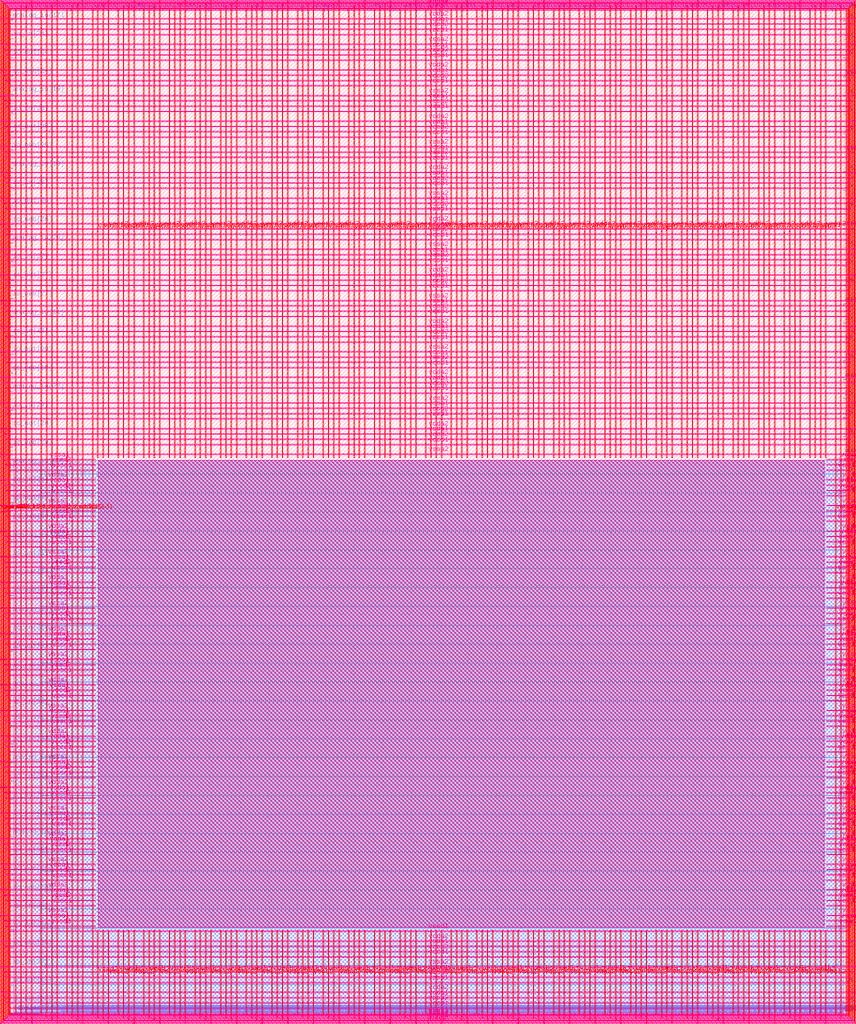
<source format=lef>
VERSION 5.7 ;
  NOWIREEXTENSIONATPIN ON ;
  DIVIDERCHAR "/" ;
  BUSBITCHARS "[]" ;
MACRO user_project_wrapper
  CLASS BLOCK ;
  FOREIGN user_project_wrapper ;
  ORIGIN 0.000 0.000 ;
  SIZE 2920.000 BY 3520.000 ;
  PIN analog_io[0]
    DIRECTION INOUT ;
    USE SIGNAL ;
    PORT
      LAYER met3 ;
        RECT 2917.600 1426.380 2924.800 1427.580 ;
    END
  END analog_io[0]
  PIN analog_io[10]
    DIRECTION INOUT ;
    USE SIGNAL ;
    PORT
      LAYER met2 ;
        RECT 2230.490 3517.600 2231.050 3524.800 ;
    END
  END analog_io[10]
  PIN analog_io[11]
    DIRECTION INOUT ;
    USE SIGNAL ;
    PORT
      LAYER met2 ;
        RECT 1905.730 3517.600 1906.290 3524.800 ;
    END
  END analog_io[11]
  PIN analog_io[12]
    DIRECTION INOUT ;
    USE SIGNAL ;
    PORT
      LAYER met2 ;
        RECT 1581.430 3517.600 1581.990 3524.800 ;
    END
  END analog_io[12]
  PIN analog_io[13]
    DIRECTION INOUT ;
    USE SIGNAL ;
    PORT
      LAYER met2 ;
        RECT 1257.130 3517.600 1257.690 3524.800 ;
    END
  END analog_io[13]
  PIN analog_io[14]
    DIRECTION INOUT ;
    USE SIGNAL ;
    PORT
      LAYER met2 ;
        RECT 932.370 3517.600 932.930 3524.800 ;
    END
  END analog_io[14]
  PIN analog_io[15]
    DIRECTION INOUT ;
    USE SIGNAL ;
    PORT
      LAYER met2 ;
        RECT 608.070 3517.600 608.630 3524.800 ;
    END
  END analog_io[15]
  PIN analog_io[16]
    DIRECTION INOUT ;
    USE SIGNAL ;
    PORT
      LAYER met2 ;
        RECT 283.770 3517.600 284.330 3524.800 ;
    END
  END analog_io[16]
  PIN analog_io[17]
    DIRECTION INOUT ;
    USE SIGNAL ;
    PORT
      LAYER met3 ;
        RECT -4.800 3486.100 2.400 3487.300 ;
    END
  END analog_io[17]
  PIN analog_io[18]
    DIRECTION INOUT ;
    USE SIGNAL ;
    PORT
      LAYER met3 ;
        RECT -4.800 3224.980 2.400 3226.180 ;
    END
  END analog_io[18]
  PIN analog_io[19]
    DIRECTION INOUT ;
    USE SIGNAL ;
    PORT
      LAYER met3 ;
        RECT -4.800 2964.540 2.400 2965.740 ;
    END
  END analog_io[19]
  PIN analog_io[1]
    DIRECTION INOUT ;
    USE SIGNAL ;
    PORT
      LAYER met3 ;
        RECT 2917.600 1692.260 2924.800 1693.460 ;
    END
  END analog_io[1]
  PIN analog_io[20]
    DIRECTION INOUT ;
    USE SIGNAL ;
    PORT
      LAYER met3 ;
        RECT -4.800 2703.420 2.400 2704.620 ;
    END
  END analog_io[20]
  PIN analog_io[21]
    DIRECTION INOUT ;
    USE SIGNAL ;
    PORT
      LAYER met3 ;
        RECT -4.800 2442.980 2.400 2444.180 ;
    END
  END analog_io[21]
  PIN analog_io[22]
    DIRECTION INOUT ;
    USE SIGNAL ;
    PORT
      LAYER met3 ;
        RECT -4.800 2182.540 2.400 2183.740 ;
    END
  END analog_io[22]
  PIN analog_io[23]
    DIRECTION INOUT ;
    USE SIGNAL ;
    PORT
      LAYER met3 ;
        RECT -4.800 1921.420 2.400 1922.620 ;
    END
  END analog_io[23]
  PIN analog_io[24]
    DIRECTION INOUT ;
    USE SIGNAL ;
    PORT
      LAYER met3 ;
        RECT -4.800 1660.980 2.400 1662.180 ;
    END
  END analog_io[24]
  PIN analog_io[25]
    DIRECTION INOUT ;
    USE SIGNAL ;
    PORT
      LAYER met3 ;
        RECT -4.800 1399.860 2.400 1401.060 ;
    END
  END analog_io[25]
  PIN analog_io[26]
    DIRECTION INOUT ;
    USE SIGNAL ;
    PORT
      LAYER met3 ;
        RECT -4.800 1139.420 2.400 1140.620 ;
    END
  END analog_io[26]
  PIN analog_io[27]
    DIRECTION INOUT ;
    USE SIGNAL ;
    PORT
      LAYER met3 ;
        RECT -4.800 878.980 2.400 880.180 ;
    END
  END analog_io[27]
  PIN analog_io[28]
    DIRECTION INOUT ;
    USE SIGNAL ;
    PORT
      LAYER met3 ;
        RECT -4.800 617.860 2.400 619.060 ;
    END
  END analog_io[28]
  PIN analog_io[2]
    DIRECTION INOUT ;
    USE SIGNAL ;
    PORT
      LAYER met3 ;
        RECT 2917.600 1958.140 2924.800 1959.340 ;
    END
  END analog_io[2]
  PIN analog_io[3]
    DIRECTION INOUT ;
    USE SIGNAL ;
    PORT
      LAYER met3 ;
        RECT 2917.600 2223.340 2924.800 2224.540 ;
    END
  END analog_io[3]
  PIN analog_io[4]
    DIRECTION INOUT ;
    USE SIGNAL ;
    PORT
      LAYER met3 ;
        RECT 2917.600 2489.220 2924.800 2490.420 ;
    END
  END analog_io[4]
  PIN analog_io[5]
    DIRECTION INOUT ;
    USE SIGNAL ;
    PORT
      LAYER met3 ;
        RECT 2917.600 2755.100 2924.800 2756.300 ;
    END
  END analog_io[5]
  PIN analog_io[6]
    DIRECTION INOUT ;
    USE SIGNAL ;
    PORT
      LAYER met3 ;
        RECT 2917.600 3020.300 2924.800 3021.500 ;
    END
  END analog_io[6]
  PIN analog_io[7]
    DIRECTION INOUT ;
    USE SIGNAL ;
    PORT
      LAYER met3 ;
        RECT 2917.600 3286.180 2924.800 3287.380 ;
    END
  END analog_io[7]
  PIN analog_io[8]
    DIRECTION INOUT ;
    USE SIGNAL ;
    PORT
      LAYER met2 ;
        RECT 2879.090 3517.600 2879.650 3524.800 ;
    END
  END analog_io[8]
  PIN analog_io[9]
    DIRECTION INOUT ;
    USE SIGNAL ;
    PORT
      LAYER met2 ;
        RECT 2554.790 3517.600 2555.350 3524.800 ;
    END
  END analog_io[9]
  PIN io_in[0]
    DIRECTION INPUT ;
    USE SIGNAL ;
    PORT
      LAYER met3 ;
        RECT 2917.600 32.380 2924.800 33.580 ;
    END
  END io_in[0]
  PIN io_in[10]
    DIRECTION INPUT ;
    USE SIGNAL ;
    PORT
      LAYER met3 ;
        RECT 2917.600 2289.980 2924.800 2291.180 ;
    END
  END io_in[10]
  PIN io_in[11]
    DIRECTION INPUT ;
    USE SIGNAL ;
    PORT
      LAYER met3 ;
        RECT 2917.600 2555.860 2924.800 2557.060 ;
    END
  END io_in[11]
  PIN io_in[12]
    DIRECTION INPUT ;
    USE SIGNAL ;
    PORT
      LAYER met3 ;
        RECT 2917.600 2821.060 2924.800 2822.260 ;
    END
  END io_in[12]
  PIN io_in[13]
    DIRECTION INPUT ;
    USE SIGNAL ;
    PORT
      LAYER met3 ;
        RECT 2917.600 3086.940 2924.800 3088.140 ;
    END
  END io_in[13]
  PIN io_in[14]
    DIRECTION INPUT ;
    USE SIGNAL ;
    PORT
      LAYER met3 ;
        RECT 2917.600 3352.820 2924.800 3354.020 ;
    END
  END io_in[14]
  PIN io_in[15]
    DIRECTION INPUT ;
    USE SIGNAL ;
    PORT
      LAYER met2 ;
        RECT 2798.130 3517.600 2798.690 3524.800 ;
    END
  END io_in[15]
  PIN io_in[16]
    DIRECTION INPUT ;
    USE SIGNAL ;
    PORT
      LAYER met2 ;
        RECT 2473.830 3517.600 2474.390 3524.800 ;
    END
  END io_in[16]
  PIN io_in[17]
    DIRECTION INPUT ;
    USE SIGNAL ;
    PORT
      LAYER met2 ;
        RECT 2149.070 3517.600 2149.630 3524.800 ;
    END
  END io_in[17]
  PIN io_in[18]
    DIRECTION INPUT ;
    USE SIGNAL ;
    PORT
      LAYER met2 ;
        RECT 1824.770 3517.600 1825.330 3524.800 ;
    END
  END io_in[18]
  PIN io_in[19]
    DIRECTION INPUT ;
    USE SIGNAL ;
    PORT
      LAYER met2 ;
        RECT 1500.470 3517.600 1501.030 3524.800 ;
    END
  END io_in[19]
  PIN io_in[1]
    DIRECTION INPUT ;
    USE SIGNAL ;
    PORT
      LAYER met3 ;
        RECT 2917.600 230.940 2924.800 232.140 ;
    END
  END io_in[1]
  PIN io_in[20]
    DIRECTION INPUT ;
    USE SIGNAL ;
    PORT
      LAYER met2 ;
        RECT 1175.710 3517.600 1176.270 3524.800 ;
    END
  END io_in[20]
  PIN io_in[21]
    DIRECTION INPUT ;
    USE SIGNAL ;
    PORT
      LAYER met2 ;
        RECT 851.410 3517.600 851.970 3524.800 ;
    END
  END io_in[21]
  PIN io_in[22]
    DIRECTION INPUT ;
    USE SIGNAL ;
    PORT
      LAYER met2 ;
        RECT 527.110 3517.600 527.670 3524.800 ;
    END
  END io_in[22]
  PIN io_in[23]
    DIRECTION INPUT ;
    USE SIGNAL ;
    PORT
      LAYER met2 ;
        RECT 202.350 3517.600 202.910 3524.800 ;
    END
  END io_in[23]
  PIN io_in[24]
    DIRECTION INPUT ;
    USE SIGNAL ;
    PORT
      LAYER met3 ;
        RECT -4.800 3420.820 2.400 3422.020 ;
    END
  END io_in[24]
  PIN io_in[25]
    DIRECTION INPUT ;
    USE SIGNAL ;
    PORT
      LAYER met3 ;
        RECT -4.800 3159.700 2.400 3160.900 ;
    END
  END io_in[25]
  PIN io_in[26]
    DIRECTION INPUT ;
    USE SIGNAL ;
    PORT
      LAYER met3 ;
        RECT -4.800 2899.260 2.400 2900.460 ;
    END
  END io_in[26]
  PIN io_in[27]
    DIRECTION INPUT ;
    USE SIGNAL ;
    PORT
      LAYER met3 ;
        RECT -4.800 2638.820 2.400 2640.020 ;
    END
  END io_in[27]
  PIN io_in[28]
    DIRECTION INPUT ;
    USE SIGNAL ;
    PORT
      LAYER met3 ;
        RECT -4.800 2377.700 2.400 2378.900 ;
    END
  END io_in[28]
  PIN io_in[29]
    DIRECTION INPUT ;
    USE SIGNAL ;
    PORT
      LAYER met3 ;
        RECT -4.800 2117.260 2.400 2118.460 ;
    END
  END io_in[29]
  PIN io_in[2]
    DIRECTION INPUT ;
    USE SIGNAL ;
    PORT
      LAYER met3 ;
        RECT 2917.600 430.180 2924.800 431.380 ;
    END
  END io_in[2]
  PIN io_in[30]
    DIRECTION INPUT ;
    USE SIGNAL ;
    PORT
      LAYER met3 ;
        RECT -4.800 1856.140 2.400 1857.340 ;
    END
  END io_in[30]
  PIN io_in[31]
    DIRECTION INPUT ;
    USE SIGNAL ;
    PORT
      LAYER met3 ;
        RECT -4.800 1595.700 2.400 1596.900 ;
    END
  END io_in[31]
  PIN io_in[32]
    DIRECTION INPUT ;
    USE SIGNAL ;
    PORT
      LAYER met3 ;
        RECT -4.800 1335.260 2.400 1336.460 ;
    END
  END io_in[32]
  PIN io_in[33]
    DIRECTION INPUT ;
    USE SIGNAL ;
    PORT
      LAYER met3 ;
        RECT -4.800 1074.140 2.400 1075.340 ;
    END
  END io_in[33]
  PIN io_in[34]
    DIRECTION INPUT ;
    USE SIGNAL ;
    PORT
      LAYER met3 ;
        RECT -4.800 813.700 2.400 814.900 ;
    END
  END io_in[34]
  PIN io_in[35]
    DIRECTION INPUT ;
    USE SIGNAL ;
    PORT
      LAYER met3 ;
        RECT -4.800 552.580 2.400 553.780 ;
    END
  END io_in[35]
  PIN io_in[36]
    DIRECTION INPUT ;
    USE SIGNAL ;
    PORT
      LAYER met3 ;
        RECT -4.800 357.420 2.400 358.620 ;
    END
  END io_in[36]
  PIN io_in[37]
    DIRECTION INPUT ;
    USE SIGNAL ;
    PORT
      LAYER met3 ;
        RECT -4.800 161.580 2.400 162.780 ;
    END
  END io_in[37]
  PIN io_in[3]
    DIRECTION INPUT ;
    USE SIGNAL ;
    PORT
      LAYER met3 ;
        RECT 2917.600 629.420 2924.800 630.620 ;
    END
  END io_in[3]
  PIN io_in[4]
    DIRECTION INPUT ;
    USE SIGNAL ;
    PORT
      LAYER met3 ;
        RECT 2917.600 828.660 2924.800 829.860 ;
    END
  END io_in[4]
  PIN io_in[5]
    DIRECTION INPUT ;
    USE SIGNAL ;
    PORT
      LAYER met3 ;
        RECT 2917.600 1027.900 2924.800 1029.100 ;
    END
  END io_in[5]
  PIN io_in[6]
    DIRECTION INPUT ;
    USE SIGNAL ;
    PORT
      LAYER met3 ;
        RECT 2917.600 1227.140 2924.800 1228.340 ;
    END
  END io_in[6]
  PIN io_in[7]
    DIRECTION INPUT ;
    USE SIGNAL ;
    PORT
      LAYER met3 ;
        RECT 2917.600 1493.020 2924.800 1494.220 ;
    END
  END io_in[7]
  PIN io_in[8]
    DIRECTION INPUT ;
    USE SIGNAL ;
    PORT
      LAYER met3 ;
        RECT 2917.600 1758.900 2924.800 1760.100 ;
    END
  END io_in[8]
  PIN io_in[9]
    DIRECTION INPUT ;
    USE SIGNAL ;
    PORT
      LAYER met3 ;
        RECT 2917.600 2024.100 2924.800 2025.300 ;
    END
  END io_in[9]
  PIN io_oeb[0]
    DIRECTION OUTPUT TRISTATE ;
    USE SIGNAL ;
    PORT
      LAYER met3 ;
        RECT 2917.600 164.980 2924.800 166.180 ;
    END
  END io_oeb[0]
  PIN io_oeb[10]
    DIRECTION OUTPUT TRISTATE ;
    USE SIGNAL ;
    PORT
      LAYER met3 ;
        RECT 2917.600 2422.580 2924.800 2423.780 ;
    END
  END io_oeb[10]
  PIN io_oeb[11]
    DIRECTION OUTPUT TRISTATE ;
    USE SIGNAL ;
    PORT
      LAYER met3 ;
        RECT 2917.600 2688.460 2924.800 2689.660 ;
    END
  END io_oeb[11]
  PIN io_oeb[12]
    DIRECTION OUTPUT TRISTATE ;
    USE SIGNAL ;
    PORT
      LAYER met3 ;
        RECT 2917.600 2954.340 2924.800 2955.540 ;
    END
  END io_oeb[12]
  PIN io_oeb[13]
    DIRECTION OUTPUT TRISTATE ;
    USE SIGNAL ;
    PORT
      LAYER met3 ;
        RECT 2917.600 3219.540 2924.800 3220.740 ;
    END
  END io_oeb[13]
  PIN io_oeb[14]
    DIRECTION OUTPUT TRISTATE ;
    USE SIGNAL ;
    PORT
      LAYER met3 ;
        RECT 2917.600 3485.420 2924.800 3486.620 ;
    END
  END io_oeb[14]
  PIN io_oeb[15]
    DIRECTION OUTPUT TRISTATE ;
    USE SIGNAL ;
    PORT
      LAYER met2 ;
        RECT 2635.750 3517.600 2636.310 3524.800 ;
    END
  END io_oeb[15]
  PIN io_oeb[16]
    DIRECTION OUTPUT TRISTATE ;
    USE SIGNAL ;
    PORT
      LAYER met2 ;
        RECT 2311.450 3517.600 2312.010 3524.800 ;
    END
  END io_oeb[16]
  PIN io_oeb[17]
    DIRECTION OUTPUT TRISTATE ;
    USE SIGNAL ;
    PORT
      LAYER met2 ;
        RECT 1987.150 3517.600 1987.710 3524.800 ;
    END
  END io_oeb[17]
  PIN io_oeb[18]
    DIRECTION OUTPUT TRISTATE ;
    USE SIGNAL ;
    PORT
      LAYER met2 ;
        RECT 1662.390 3517.600 1662.950 3524.800 ;
    END
  END io_oeb[18]
  PIN io_oeb[19]
    DIRECTION OUTPUT TRISTATE ;
    USE SIGNAL ;
    PORT
      LAYER met2 ;
        RECT 1338.090 3517.600 1338.650 3524.800 ;
    END
  END io_oeb[19]
  PIN io_oeb[1]
    DIRECTION OUTPUT TRISTATE ;
    USE SIGNAL ;
    PORT
      LAYER met3 ;
        RECT 2917.600 364.220 2924.800 365.420 ;
    END
  END io_oeb[1]
  PIN io_oeb[20]
    DIRECTION OUTPUT TRISTATE ;
    USE SIGNAL ;
    PORT
      LAYER met2 ;
        RECT 1013.790 3517.600 1014.350 3524.800 ;
    END
  END io_oeb[20]
  PIN io_oeb[21]
    DIRECTION OUTPUT TRISTATE ;
    USE SIGNAL ;
    PORT
      LAYER met2 ;
        RECT 689.030 3517.600 689.590 3524.800 ;
    END
  END io_oeb[21]
  PIN io_oeb[22]
    DIRECTION OUTPUT TRISTATE ;
    USE SIGNAL ;
    PORT
      LAYER met2 ;
        RECT 364.730 3517.600 365.290 3524.800 ;
    END
  END io_oeb[22]
  PIN io_oeb[23]
    DIRECTION OUTPUT TRISTATE ;
    USE SIGNAL ;
    PORT
      LAYER met2 ;
        RECT 40.430 3517.600 40.990 3524.800 ;
    END
  END io_oeb[23]
  PIN io_oeb[24]
    DIRECTION OUTPUT TRISTATE ;
    USE SIGNAL ;
    PORT
      LAYER met3 ;
        RECT -4.800 3290.260 2.400 3291.460 ;
    END
  END io_oeb[24]
  PIN io_oeb[25]
    DIRECTION OUTPUT TRISTATE ;
    USE SIGNAL ;
    PORT
      LAYER met3 ;
        RECT -4.800 3029.820 2.400 3031.020 ;
    END
  END io_oeb[25]
  PIN io_oeb[26]
    DIRECTION OUTPUT TRISTATE ;
    USE SIGNAL ;
    PORT
      LAYER met3 ;
        RECT -4.800 2768.700 2.400 2769.900 ;
    END
  END io_oeb[26]
  PIN io_oeb[27]
    DIRECTION OUTPUT TRISTATE ;
    USE SIGNAL ;
    PORT
      LAYER met3 ;
        RECT -4.800 2508.260 2.400 2509.460 ;
    END
  END io_oeb[27]
  PIN io_oeb[28]
    DIRECTION OUTPUT TRISTATE ;
    USE SIGNAL ;
    PORT
      LAYER met3 ;
        RECT -4.800 2247.140 2.400 2248.340 ;
    END
  END io_oeb[28]
  PIN io_oeb[29]
    DIRECTION OUTPUT TRISTATE ;
    USE SIGNAL ;
    PORT
      LAYER met3 ;
        RECT -4.800 1986.700 2.400 1987.900 ;
    END
  END io_oeb[29]
  PIN io_oeb[2]
    DIRECTION OUTPUT TRISTATE ;
    USE SIGNAL ;
    PORT
      LAYER met3 ;
        RECT 2917.600 563.460 2924.800 564.660 ;
    END
  END io_oeb[2]
  PIN io_oeb[30]
    DIRECTION OUTPUT TRISTATE ;
    USE SIGNAL ;
    PORT
      LAYER met3 ;
        RECT -4.800 1726.260 2.400 1727.460 ;
    END
  END io_oeb[30]
  PIN io_oeb[31]
    DIRECTION OUTPUT TRISTATE ;
    USE SIGNAL ;
    PORT
      LAYER met3 ;
        RECT -4.800 1465.140 2.400 1466.340 ;
    END
  END io_oeb[31]
  PIN io_oeb[32]
    DIRECTION OUTPUT TRISTATE ;
    USE SIGNAL ;
    PORT
      LAYER met3 ;
        RECT -4.800 1204.700 2.400 1205.900 ;
    END
  END io_oeb[32]
  PIN io_oeb[33]
    DIRECTION OUTPUT TRISTATE ;
    USE SIGNAL ;
    PORT
      LAYER met3 ;
        RECT -4.800 943.580 2.400 944.780 ;
    END
  END io_oeb[33]
  PIN io_oeb[34]
    DIRECTION OUTPUT TRISTATE ;
    USE SIGNAL ;
    PORT
      LAYER met3 ;
        RECT -4.800 683.140 2.400 684.340 ;
    END
  END io_oeb[34]
  PIN io_oeb[35]
    DIRECTION OUTPUT TRISTATE ;
    USE SIGNAL ;
    PORT
      LAYER met3 ;
        RECT -4.800 422.700 2.400 423.900 ;
    END
  END io_oeb[35]
  PIN io_oeb[36]
    DIRECTION OUTPUT TRISTATE ;
    USE SIGNAL ;
    PORT
      LAYER met3 ;
        RECT -4.800 226.860 2.400 228.060 ;
    END
  END io_oeb[36]
  PIN io_oeb[37]
    DIRECTION OUTPUT TRISTATE ;
    USE SIGNAL ;
    PORT
      LAYER met3 ;
        RECT -4.800 31.700 2.400 32.900 ;
    END
  END io_oeb[37]
  PIN io_oeb[3]
    DIRECTION OUTPUT TRISTATE ;
    USE SIGNAL ;
    PORT
      LAYER met3 ;
        RECT 2917.600 762.700 2924.800 763.900 ;
    END
  END io_oeb[3]
  PIN io_oeb[4]
    DIRECTION OUTPUT TRISTATE ;
    USE SIGNAL ;
    PORT
      LAYER met3 ;
        RECT 2917.600 961.940 2924.800 963.140 ;
    END
  END io_oeb[4]
  PIN io_oeb[5]
    DIRECTION OUTPUT TRISTATE ;
    USE SIGNAL ;
    PORT
      LAYER met3 ;
        RECT 2917.600 1161.180 2924.800 1162.380 ;
    END
  END io_oeb[5]
  PIN io_oeb[6]
    DIRECTION OUTPUT TRISTATE ;
    USE SIGNAL ;
    PORT
      LAYER met3 ;
        RECT 2917.600 1360.420 2924.800 1361.620 ;
    END
  END io_oeb[6]
  PIN io_oeb[7]
    DIRECTION OUTPUT TRISTATE ;
    USE SIGNAL ;
    PORT
      LAYER met3 ;
        RECT 2917.600 1625.620 2924.800 1626.820 ;
    END
  END io_oeb[7]
  PIN io_oeb[8]
    DIRECTION OUTPUT TRISTATE ;
    USE SIGNAL ;
    PORT
      LAYER met3 ;
        RECT 2917.600 1891.500 2924.800 1892.700 ;
    END
  END io_oeb[8]
  PIN io_oeb[9]
    DIRECTION OUTPUT TRISTATE ;
    USE SIGNAL ;
    PORT
      LAYER met3 ;
        RECT 2917.600 2157.380 2924.800 2158.580 ;
    END
  END io_oeb[9]
  PIN io_out[0]
    DIRECTION OUTPUT TRISTATE ;
    USE SIGNAL ;
    PORT
      LAYER met3 ;
        RECT 2917.600 98.340 2924.800 99.540 ;
    END
  END io_out[0]
  PIN io_out[10]
    DIRECTION OUTPUT TRISTATE ;
    USE SIGNAL ;
    PORT
      LAYER met3 ;
        RECT 2917.600 2356.620 2924.800 2357.820 ;
    END
  END io_out[10]
  PIN io_out[11]
    DIRECTION OUTPUT TRISTATE ;
    USE SIGNAL ;
    PORT
      LAYER met3 ;
        RECT 2917.600 2621.820 2924.800 2623.020 ;
    END
  END io_out[11]
  PIN io_out[12]
    DIRECTION OUTPUT TRISTATE ;
    USE SIGNAL ;
    PORT
      LAYER met3 ;
        RECT 2917.600 2887.700 2924.800 2888.900 ;
    END
  END io_out[12]
  PIN io_out[13]
    DIRECTION OUTPUT TRISTATE ;
    USE SIGNAL ;
    PORT
      LAYER met3 ;
        RECT 2917.600 3153.580 2924.800 3154.780 ;
    END
  END io_out[13]
  PIN io_out[14]
    DIRECTION OUTPUT TRISTATE ;
    USE SIGNAL ;
    PORT
      LAYER met3 ;
        RECT 2917.600 3418.780 2924.800 3419.980 ;
    END
  END io_out[14]
  PIN io_out[15]
    DIRECTION OUTPUT TRISTATE ;
    USE SIGNAL ;
    PORT
      LAYER met2 ;
        RECT 2717.170 3517.600 2717.730 3524.800 ;
    END
  END io_out[15]
  PIN io_out[16]
    DIRECTION OUTPUT TRISTATE ;
    USE SIGNAL ;
    PORT
      LAYER met2 ;
        RECT 2392.410 3517.600 2392.970 3524.800 ;
    END
  END io_out[16]
  PIN io_out[17]
    DIRECTION OUTPUT TRISTATE ;
    USE SIGNAL ;
    PORT
      LAYER met2 ;
        RECT 2068.110 3517.600 2068.670 3524.800 ;
    END
  END io_out[17]
  PIN io_out[18]
    DIRECTION OUTPUT TRISTATE ;
    USE SIGNAL ;
    PORT
      LAYER met2 ;
        RECT 1743.810 3517.600 1744.370 3524.800 ;
    END
  END io_out[18]
  PIN io_out[19]
    DIRECTION OUTPUT TRISTATE ;
    USE SIGNAL ;
    PORT
      LAYER met2 ;
        RECT 1419.050 3517.600 1419.610 3524.800 ;
    END
  END io_out[19]
  PIN io_out[1]
    DIRECTION OUTPUT TRISTATE ;
    USE SIGNAL ;
    PORT
      LAYER met3 ;
        RECT 2917.600 297.580 2924.800 298.780 ;
    END
  END io_out[1]
  PIN io_out[20]
    DIRECTION OUTPUT TRISTATE ;
    USE SIGNAL ;
    PORT
      LAYER met2 ;
        RECT 1094.750 3517.600 1095.310 3524.800 ;
    END
  END io_out[20]
  PIN io_out[21]
    DIRECTION OUTPUT TRISTATE ;
    USE SIGNAL ;
    PORT
      LAYER met2 ;
        RECT 770.450 3517.600 771.010 3524.800 ;
    END
  END io_out[21]
  PIN io_out[22]
    DIRECTION OUTPUT TRISTATE ;
    USE SIGNAL ;
    PORT
      LAYER met2 ;
        RECT 445.690 3517.600 446.250 3524.800 ;
    END
  END io_out[22]
  PIN io_out[23]
    DIRECTION OUTPUT TRISTATE ;
    USE SIGNAL ;
    PORT
      LAYER met2 ;
        RECT 121.390 3517.600 121.950 3524.800 ;
    END
  END io_out[23]
  PIN io_out[24]
    DIRECTION OUTPUT TRISTATE ;
    USE SIGNAL ;
    PORT
      LAYER met3 ;
        RECT -4.800 3355.540 2.400 3356.740 ;
    END
  END io_out[24]
  PIN io_out[25]
    DIRECTION OUTPUT TRISTATE ;
    USE SIGNAL ;
    PORT
      LAYER met3 ;
        RECT -4.800 3095.100 2.400 3096.300 ;
    END
  END io_out[25]
  PIN io_out[26]
    DIRECTION OUTPUT TRISTATE ;
    USE SIGNAL ;
    PORT
      LAYER met3 ;
        RECT -4.800 2833.980 2.400 2835.180 ;
    END
  END io_out[26]
  PIN io_out[27]
    DIRECTION OUTPUT TRISTATE ;
    USE SIGNAL ;
    PORT
      LAYER met3 ;
        RECT -4.800 2573.540 2.400 2574.740 ;
    END
  END io_out[27]
  PIN io_out[28]
    DIRECTION OUTPUT TRISTATE ;
    USE SIGNAL ;
    PORT
      LAYER met3 ;
        RECT -4.800 2312.420 2.400 2313.620 ;
    END
  END io_out[28]
  PIN io_out[29]
    DIRECTION OUTPUT TRISTATE ;
    USE SIGNAL ;
    PORT
      LAYER met3 ;
        RECT -4.800 2051.980 2.400 2053.180 ;
    END
  END io_out[29]
  PIN io_out[2]
    DIRECTION OUTPUT TRISTATE ;
    USE SIGNAL ;
    PORT
      LAYER met3 ;
        RECT 2917.600 496.820 2924.800 498.020 ;
    END
  END io_out[2]
  PIN io_out[30]
    DIRECTION OUTPUT TRISTATE ;
    USE SIGNAL ;
    PORT
      LAYER met3 ;
        RECT -4.800 1791.540 2.400 1792.740 ;
    END
  END io_out[30]
  PIN io_out[31]
    DIRECTION OUTPUT TRISTATE ;
    USE SIGNAL ;
    PORT
      LAYER met3 ;
        RECT -4.800 1530.420 2.400 1531.620 ;
    END
  END io_out[31]
  PIN io_out[32]
    DIRECTION OUTPUT TRISTATE ;
    USE SIGNAL ;
    PORT
      LAYER met3 ;
        RECT -4.800 1269.980 2.400 1271.180 ;
    END
  END io_out[32]
  PIN io_out[33]
    DIRECTION OUTPUT TRISTATE ;
    USE SIGNAL ;
    PORT
      LAYER met3 ;
        RECT -4.800 1008.860 2.400 1010.060 ;
    END
  END io_out[33]
  PIN io_out[34]
    DIRECTION OUTPUT TRISTATE ;
    USE SIGNAL ;
    PORT
      LAYER met3 ;
        RECT -4.800 748.420 2.400 749.620 ;
    END
  END io_out[34]
  PIN io_out[35]
    DIRECTION OUTPUT TRISTATE ;
    USE SIGNAL ;
    PORT
      LAYER met3 ;
        RECT -4.800 487.300 2.400 488.500 ;
    END
  END io_out[35]
  PIN io_out[36]
    DIRECTION OUTPUT TRISTATE ;
    USE SIGNAL ;
    PORT
      LAYER met3 ;
        RECT -4.800 292.140 2.400 293.340 ;
    END
  END io_out[36]
  PIN io_out[37]
    DIRECTION OUTPUT TRISTATE ;
    USE SIGNAL ;
    PORT
      LAYER met3 ;
        RECT -4.800 96.300 2.400 97.500 ;
    END
  END io_out[37]
  PIN io_out[3]
    DIRECTION OUTPUT TRISTATE ;
    USE SIGNAL ;
    PORT
      LAYER met3 ;
        RECT 2917.600 696.060 2924.800 697.260 ;
    END
  END io_out[3]
  PIN io_out[4]
    DIRECTION OUTPUT TRISTATE ;
    USE SIGNAL ;
    PORT
      LAYER met3 ;
        RECT 2917.600 895.300 2924.800 896.500 ;
    END
  END io_out[4]
  PIN io_out[5]
    DIRECTION OUTPUT TRISTATE ;
    USE SIGNAL ;
    PORT
      LAYER met3 ;
        RECT 2917.600 1094.540 2924.800 1095.740 ;
    END
  END io_out[5]
  PIN io_out[6]
    DIRECTION OUTPUT TRISTATE ;
    USE SIGNAL ;
    PORT
      LAYER met3 ;
        RECT 2917.600 1293.780 2924.800 1294.980 ;
    END
  END io_out[6]
  PIN io_out[7]
    DIRECTION OUTPUT TRISTATE ;
    USE SIGNAL ;
    PORT
      LAYER met3 ;
        RECT 2917.600 1559.660 2924.800 1560.860 ;
    END
  END io_out[7]
  PIN io_out[8]
    DIRECTION OUTPUT TRISTATE ;
    USE SIGNAL ;
    PORT
      LAYER met3 ;
        RECT 2917.600 1824.860 2924.800 1826.060 ;
    END
  END io_out[8]
  PIN io_out[9]
    DIRECTION OUTPUT TRISTATE ;
    USE SIGNAL ;
    PORT
      LAYER met3 ;
        RECT 2917.600 2090.740 2924.800 2091.940 ;
    END
  END io_out[9]
  PIN la_data_in[0]
    DIRECTION INPUT ;
    USE SIGNAL ;
    PORT
      LAYER met2 ;
        RECT 629.230 -4.800 629.790 2.400 ;
    END
  END la_data_in[0]
  PIN la_data_in[100]
    DIRECTION INPUT ;
    USE SIGNAL ;
    PORT
      LAYER met2 ;
        RECT 2402.530 -4.800 2403.090 2.400 ;
    END
  END la_data_in[100]
  PIN la_data_in[101]
    DIRECTION INPUT ;
    USE SIGNAL ;
    PORT
      LAYER met2 ;
        RECT 2420.010 -4.800 2420.570 2.400 ;
    END
  END la_data_in[101]
  PIN la_data_in[102]
    DIRECTION INPUT ;
    USE SIGNAL ;
    PORT
      LAYER met2 ;
        RECT 2437.950 -4.800 2438.510 2.400 ;
    END
  END la_data_in[102]
  PIN la_data_in[103]
    DIRECTION INPUT ;
    USE SIGNAL ;
    PORT
      LAYER met2 ;
        RECT 2455.430 -4.800 2455.990 2.400 ;
    END
  END la_data_in[103]
  PIN la_data_in[104]
    DIRECTION INPUT ;
    USE SIGNAL ;
    PORT
      LAYER met2 ;
        RECT 2473.370 -4.800 2473.930 2.400 ;
    END
  END la_data_in[104]
  PIN la_data_in[105]
    DIRECTION INPUT ;
    USE SIGNAL ;
    PORT
      LAYER met2 ;
        RECT 2490.850 -4.800 2491.410 2.400 ;
    END
  END la_data_in[105]
  PIN la_data_in[106]
    DIRECTION INPUT ;
    USE SIGNAL ;
    PORT
      LAYER met2 ;
        RECT 2508.790 -4.800 2509.350 2.400 ;
    END
  END la_data_in[106]
  PIN la_data_in[107]
    DIRECTION INPUT ;
    USE SIGNAL ;
    PORT
      LAYER met2 ;
        RECT 2526.730 -4.800 2527.290 2.400 ;
    END
  END la_data_in[107]
  PIN la_data_in[108]
    DIRECTION INPUT ;
    USE SIGNAL ;
    PORT
      LAYER met2 ;
        RECT 2544.210 -4.800 2544.770 2.400 ;
    END
  END la_data_in[108]
  PIN la_data_in[109]
    DIRECTION INPUT ;
    USE SIGNAL ;
    PORT
      LAYER met2 ;
        RECT 2562.150 -4.800 2562.710 2.400 ;
    END
  END la_data_in[109]
  PIN la_data_in[10]
    DIRECTION INPUT ;
    USE SIGNAL ;
    PORT
      LAYER met2 ;
        RECT 806.330 -4.800 806.890 2.400 ;
    END
  END la_data_in[10]
  PIN la_data_in[110]
    DIRECTION INPUT ;
    USE SIGNAL ;
    PORT
      LAYER met2 ;
        RECT 2579.630 -4.800 2580.190 2.400 ;
    END
  END la_data_in[110]
  PIN la_data_in[111]
    DIRECTION INPUT ;
    USE SIGNAL ;
    PORT
      LAYER met2 ;
        RECT 2597.570 -4.800 2598.130 2.400 ;
    END
  END la_data_in[111]
  PIN la_data_in[112]
    DIRECTION INPUT ;
    USE SIGNAL ;
    PORT
      LAYER met2 ;
        RECT 2615.050 -4.800 2615.610 2.400 ;
    END
  END la_data_in[112]
  PIN la_data_in[113]
    DIRECTION INPUT ;
    USE SIGNAL ;
    PORT
      LAYER met2 ;
        RECT 2632.990 -4.800 2633.550 2.400 ;
    END
  END la_data_in[113]
  PIN la_data_in[114]
    DIRECTION INPUT ;
    USE SIGNAL ;
    PORT
      LAYER met2 ;
        RECT 2650.470 -4.800 2651.030 2.400 ;
    END
  END la_data_in[114]
  PIN la_data_in[115]
    DIRECTION INPUT ;
    USE SIGNAL ;
    PORT
      LAYER met2 ;
        RECT 2668.410 -4.800 2668.970 2.400 ;
    END
  END la_data_in[115]
  PIN la_data_in[116]
    DIRECTION INPUT ;
    USE SIGNAL ;
    PORT
      LAYER met2 ;
        RECT 2685.890 -4.800 2686.450 2.400 ;
    END
  END la_data_in[116]
  PIN la_data_in[117]
    DIRECTION INPUT ;
    USE SIGNAL ;
    PORT
      LAYER met2 ;
        RECT 2703.830 -4.800 2704.390 2.400 ;
    END
  END la_data_in[117]
  PIN la_data_in[118]
    DIRECTION INPUT ;
    USE SIGNAL ;
    PORT
      LAYER met2 ;
        RECT 2721.770 -4.800 2722.330 2.400 ;
    END
  END la_data_in[118]
  PIN la_data_in[119]
    DIRECTION INPUT ;
    USE SIGNAL ;
    PORT
      LAYER met2 ;
        RECT 2739.250 -4.800 2739.810 2.400 ;
    END
  END la_data_in[119]
  PIN la_data_in[11]
    DIRECTION INPUT ;
    USE SIGNAL ;
    PORT
      LAYER met2 ;
        RECT 824.270 -4.800 824.830 2.400 ;
    END
  END la_data_in[11]
  PIN la_data_in[120]
    DIRECTION INPUT ;
    USE SIGNAL ;
    PORT
      LAYER met2 ;
        RECT 2757.190 -4.800 2757.750 2.400 ;
    END
  END la_data_in[120]
  PIN la_data_in[121]
    DIRECTION INPUT ;
    USE SIGNAL ;
    PORT
      LAYER met2 ;
        RECT 2774.670 -4.800 2775.230 2.400 ;
    END
  END la_data_in[121]
  PIN la_data_in[122]
    DIRECTION INPUT ;
    USE SIGNAL ;
    PORT
      LAYER met2 ;
        RECT 2792.610 -4.800 2793.170 2.400 ;
    END
  END la_data_in[122]
  PIN la_data_in[123]
    DIRECTION INPUT ;
    USE SIGNAL ;
    PORT
      LAYER met2 ;
        RECT 2810.090 -4.800 2810.650 2.400 ;
    END
  END la_data_in[123]
  PIN la_data_in[124]
    DIRECTION INPUT ;
    USE SIGNAL ;
    PORT
      LAYER met2 ;
        RECT 2828.030 -4.800 2828.590 2.400 ;
    END
  END la_data_in[124]
  PIN la_data_in[125]
    DIRECTION INPUT ;
    USE SIGNAL ;
    PORT
      LAYER met2 ;
        RECT 2845.510 -4.800 2846.070 2.400 ;
    END
  END la_data_in[125]
  PIN la_data_in[126]
    DIRECTION INPUT ;
    USE SIGNAL ;
    PORT
      LAYER met2 ;
        RECT 2863.450 -4.800 2864.010 2.400 ;
    END
  END la_data_in[126]
  PIN la_data_in[127]
    DIRECTION INPUT ;
    USE SIGNAL ;
    PORT
      LAYER met2 ;
        RECT 2881.390 -4.800 2881.950 2.400 ;
    END
  END la_data_in[127]
  PIN la_data_in[12]
    DIRECTION INPUT ;
    USE SIGNAL ;
    PORT
      LAYER met2 ;
        RECT 841.750 -4.800 842.310 2.400 ;
    END
  END la_data_in[12]
  PIN la_data_in[13]
    DIRECTION INPUT ;
    USE SIGNAL ;
    PORT
      LAYER met2 ;
        RECT 859.690 -4.800 860.250 2.400 ;
    END
  END la_data_in[13]
  PIN la_data_in[14]
    DIRECTION INPUT ;
    USE SIGNAL ;
    PORT
      LAYER met2 ;
        RECT 877.170 -4.800 877.730 2.400 ;
    END
  END la_data_in[14]
  PIN la_data_in[15]
    DIRECTION INPUT ;
    USE SIGNAL ;
    PORT
      LAYER met2 ;
        RECT 895.110 -4.800 895.670 2.400 ;
    END
  END la_data_in[15]
  PIN la_data_in[16]
    DIRECTION INPUT ;
    USE SIGNAL ;
    PORT
      LAYER met2 ;
        RECT 912.590 -4.800 913.150 2.400 ;
    END
  END la_data_in[16]
  PIN la_data_in[17]
    DIRECTION INPUT ;
    USE SIGNAL ;
    PORT
      LAYER met2 ;
        RECT 930.530 -4.800 931.090 2.400 ;
    END
  END la_data_in[17]
  PIN la_data_in[18]
    DIRECTION INPUT ;
    USE SIGNAL ;
    PORT
      LAYER met2 ;
        RECT 948.470 -4.800 949.030 2.400 ;
    END
  END la_data_in[18]
  PIN la_data_in[19]
    DIRECTION INPUT ;
    USE SIGNAL ;
    PORT
      LAYER met2 ;
        RECT 965.950 -4.800 966.510 2.400 ;
    END
  END la_data_in[19]
  PIN la_data_in[1]
    DIRECTION INPUT ;
    USE SIGNAL ;
    PORT
      LAYER met2 ;
        RECT 646.710 -4.800 647.270 2.400 ;
    END
  END la_data_in[1]
  PIN la_data_in[20]
    DIRECTION INPUT ;
    USE SIGNAL ;
    PORT
      LAYER met2 ;
        RECT 983.890 -4.800 984.450 2.400 ;
    END
  END la_data_in[20]
  PIN la_data_in[21]
    DIRECTION INPUT ;
    USE SIGNAL ;
    PORT
      LAYER met2 ;
        RECT 1001.370 -4.800 1001.930 2.400 ;
    END
  END la_data_in[21]
  PIN la_data_in[22]
    DIRECTION INPUT ;
    USE SIGNAL ;
    PORT
      LAYER met2 ;
        RECT 1019.310 -4.800 1019.870 2.400 ;
    END
  END la_data_in[22]
  PIN la_data_in[23]
    DIRECTION INPUT ;
    USE SIGNAL ;
    PORT
      LAYER met2 ;
        RECT 1036.790 -4.800 1037.350 2.400 ;
    END
  END la_data_in[23]
  PIN la_data_in[24]
    DIRECTION INPUT ;
    USE SIGNAL ;
    PORT
      LAYER met2 ;
        RECT 1054.730 -4.800 1055.290 2.400 ;
    END
  END la_data_in[24]
  PIN la_data_in[25]
    DIRECTION INPUT ;
    USE SIGNAL ;
    PORT
      LAYER met2 ;
        RECT 1072.210 -4.800 1072.770 2.400 ;
    END
  END la_data_in[25]
  PIN la_data_in[26]
    DIRECTION INPUT ;
    USE SIGNAL ;
    PORT
      LAYER met2 ;
        RECT 1090.150 -4.800 1090.710 2.400 ;
    END
  END la_data_in[26]
  PIN la_data_in[27]
    DIRECTION INPUT ;
    USE SIGNAL ;
    PORT
      LAYER met2 ;
        RECT 1107.630 -4.800 1108.190 2.400 ;
    END
  END la_data_in[27]
  PIN la_data_in[28]
    DIRECTION INPUT ;
    USE SIGNAL ;
    PORT
      LAYER met2 ;
        RECT 1125.570 -4.800 1126.130 2.400 ;
    END
  END la_data_in[28]
  PIN la_data_in[29]
    DIRECTION INPUT ;
    USE SIGNAL ;
    PORT
      LAYER met2 ;
        RECT 1143.510 -4.800 1144.070 2.400 ;
    END
  END la_data_in[29]
  PIN la_data_in[2]
    DIRECTION INPUT ;
    USE SIGNAL ;
    PORT
      LAYER met2 ;
        RECT 664.650 -4.800 665.210 2.400 ;
    END
  END la_data_in[2]
  PIN la_data_in[30]
    DIRECTION INPUT ;
    USE SIGNAL ;
    PORT
      LAYER met2 ;
        RECT 1160.990 -4.800 1161.550 2.400 ;
    END
  END la_data_in[30]
  PIN la_data_in[31]
    DIRECTION INPUT ;
    USE SIGNAL ;
    PORT
      LAYER met2 ;
        RECT 1178.930 -4.800 1179.490 2.400 ;
    END
  END la_data_in[31]
  PIN la_data_in[32]
    DIRECTION INPUT ;
    USE SIGNAL ;
    PORT
      LAYER met2 ;
        RECT 1196.410 -4.800 1196.970 2.400 ;
    END
  END la_data_in[32]
  PIN la_data_in[33]
    DIRECTION INPUT ;
    USE SIGNAL ;
    PORT
      LAYER met2 ;
        RECT 1214.350 -4.800 1214.910 2.400 ;
    END
  END la_data_in[33]
  PIN la_data_in[34]
    DIRECTION INPUT ;
    USE SIGNAL ;
    PORT
      LAYER met2 ;
        RECT 1231.830 -4.800 1232.390 2.400 ;
    END
  END la_data_in[34]
  PIN la_data_in[35]
    DIRECTION INPUT ;
    USE SIGNAL ;
    PORT
      LAYER met2 ;
        RECT 1249.770 -4.800 1250.330 2.400 ;
    END
  END la_data_in[35]
  PIN la_data_in[36]
    DIRECTION INPUT ;
    USE SIGNAL ;
    PORT
      LAYER met2 ;
        RECT 1267.250 -4.800 1267.810 2.400 ;
    END
  END la_data_in[36]
  PIN la_data_in[37]
    DIRECTION INPUT ;
    USE SIGNAL ;
    PORT
      LAYER met2 ;
        RECT 1285.190 -4.800 1285.750 2.400 ;
    END
  END la_data_in[37]
  PIN la_data_in[38]
    DIRECTION INPUT ;
    USE SIGNAL ;
    PORT
      LAYER met2 ;
        RECT 1303.130 -4.800 1303.690 2.400 ;
    END
  END la_data_in[38]
  PIN la_data_in[39]
    DIRECTION INPUT ;
    USE SIGNAL ;
    PORT
      LAYER met2 ;
        RECT 1320.610 -4.800 1321.170 2.400 ;
    END
  END la_data_in[39]
  PIN la_data_in[3]
    DIRECTION INPUT ;
    USE SIGNAL ;
    PORT
      LAYER met2 ;
        RECT 682.130 -4.800 682.690 2.400 ;
    END
  END la_data_in[3]
  PIN la_data_in[40]
    DIRECTION INPUT ;
    USE SIGNAL ;
    PORT
      LAYER met2 ;
        RECT 1338.550 -4.800 1339.110 2.400 ;
    END
  END la_data_in[40]
  PIN la_data_in[41]
    DIRECTION INPUT ;
    USE SIGNAL ;
    PORT
      LAYER met2 ;
        RECT 1356.030 -4.800 1356.590 2.400 ;
    END
  END la_data_in[41]
  PIN la_data_in[42]
    DIRECTION INPUT ;
    USE SIGNAL ;
    PORT
      LAYER met2 ;
        RECT 1373.970 -4.800 1374.530 2.400 ;
    END
  END la_data_in[42]
  PIN la_data_in[43]
    DIRECTION INPUT ;
    USE SIGNAL ;
    PORT
      LAYER met2 ;
        RECT 1391.450 -4.800 1392.010 2.400 ;
    END
  END la_data_in[43]
  PIN la_data_in[44]
    DIRECTION INPUT ;
    USE SIGNAL ;
    PORT
      LAYER met2 ;
        RECT 1409.390 -4.800 1409.950 2.400 ;
    END
  END la_data_in[44]
  PIN la_data_in[45]
    DIRECTION INPUT ;
    USE SIGNAL ;
    PORT
      LAYER met2 ;
        RECT 1426.870 -4.800 1427.430 2.400 ;
    END
  END la_data_in[45]
  PIN la_data_in[46]
    DIRECTION INPUT ;
    USE SIGNAL ;
    PORT
      LAYER met2 ;
        RECT 1444.810 -4.800 1445.370 2.400 ;
    END
  END la_data_in[46]
  PIN la_data_in[47]
    DIRECTION INPUT ;
    USE SIGNAL ;
    PORT
      LAYER met2 ;
        RECT 1462.750 -4.800 1463.310 2.400 ;
    END
  END la_data_in[47]
  PIN la_data_in[48]
    DIRECTION INPUT ;
    USE SIGNAL ;
    PORT
      LAYER met2 ;
        RECT 1480.230 -4.800 1480.790 2.400 ;
    END
  END la_data_in[48]
  PIN la_data_in[49]
    DIRECTION INPUT ;
    USE SIGNAL ;
    PORT
      LAYER met2 ;
        RECT 1498.170 -4.800 1498.730 2.400 ;
    END
  END la_data_in[49]
  PIN la_data_in[4]
    DIRECTION INPUT ;
    USE SIGNAL ;
    PORT
      LAYER met2 ;
        RECT 700.070 -4.800 700.630 2.400 ;
    END
  END la_data_in[4]
  PIN la_data_in[50]
    DIRECTION INPUT ;
    USE SIGNAL ;
    PORT
      LAYER met2 ;
        RECT 1515.650 -4.800 1516.210 2.400 ;
    END
  END la_data_in[50]
  PIN la_data_in[51]
    DIRECTION INPUT ;
    USE SIGNAL ;
    PORT
      LAYER met2 ;
        RECT 1533.590 -4.800 1534.150 2.400 ;
    END
  END la_data_in[51]
  PIN la_data_in[52]
    DIRECTION INPUT ;
    USE SIGNAL ;
    PORT
      LAYER met2 ;
        RECT 1551.070 -4.800 1551.630 2.400 ;
    END
  END la_data_in[52]
  PIN la_data_in[53]
    DIRECTION INPUT ;
    USE SIGNAL ;
    PORT
      LAYER met2 ;
        RECT 1569.010 -4.800 1569.570 2.400 ;
    END
  END la_data_in[53]
  PIN la_data_in[54]
    DIRECTION INPUT ;
    USE SIGNAL ;
    PORT
      LAYER met2 ;
        RECT 1586.490 -4.800 1587.050 2.400 ;
    END
  END la_data_in[54]
  PIN la_data_in[55]
    DIRECTION INPUT ;
    USE SIGNAL ;
    PORT
      LAYER met2 ;
        RECT 1604.430 -4.800 1604.990 2.400 ;
    END
  END la_data_in[55]
  PIN la_data_in[56]
    DIRECTION INPUT ;
    USE SIGNAL ;
    PORT
      LAYER met2 ;
        RECT 1621.910 -4.800 1622.470 2.400 ;
    END
  END la_data_in[56]
  PIN la_data_in[57]
    DIRECTION INPUT ;
    USE SIGNAL ;
    PORT
      LAYER met2 ;
        RECT 1639.850 -4.800 1640.410 2.400 ;
    END
  END la_data_in[57]
  PIN la_data_in[58]
    DIRECTION INPUT ;
    USE SIGNAL ;
    PORT
      LAYER met2 ;
        RECT 1657.790 -4.800 1658.350 2.400 ;
    END
  END la_data_in[58]
  PIN la_data_in[59]
    DIRECTION INPUT ;
    USE SIGNAL ;
    PORT
      LAYER met2 ;
        RECT 1675.270 -4.800 1675.830 2.400 ;
    END
  END la_data_in[59]
  PIN la_data_in[5]
    DIRECTION INPUT ;
    USE SIGNAL ;
    PORT
      LAYER met2 ;
        RECT 717.550 -4.800 718.110 2.400 ;
    END
  END la_data_in[5]
  PIN la_data_in[60]
    DIRECTION INPUT ;
    USE SIGNAL ;
    PORT
      LAYER met2 ;
        RECT 1693.210 -4.800 1693.770 2.400 ;
    END
  END la_data_in[60]
  PIN la_data_in[61]
    DIRECTION INPUT ;
    USE SIGNAL ;
    PORT
      LAYER met2 ;
        RECT 1710.690 -4.800 1711.250 2.400 ;
    END
  END la_data_in[61]
  PIN la_data_in[62]
    DIRECTION INPUT ;
    USE SIGNAL ;
    PORT
      LAYER met2 ;
        RECT 1728.630 -4.800 1729.190 2.400 ;
    END
  END la_data_in[62]
  PIN la_data_in[63]
    DIRECTION INPUT ;
    USE SIGNAL ;
    PORT
      LAYER met2 ;
        RECT 1746.110 -4.800 1746.670 2.400 ;
    END
  END la_data_in[63]
  PIN la_data_in[64]
    DIRECTION INPUT ;
    USE SIGNAL ;
    PORT
      LAYER met2 ;
        RECT 1764.050 -4.800 1764.610 2.400 ;
    END
  END la_data_in[64]
  PIN la_data_in[65]
    DIRECTION INPUT ;
    USE SIGNAL ;
    PORT
      LAYER met2 ;
        RECT 1781.530 -4.800 1782.090 2.400 ;
    END
  END la_data_in[65]
  PIN la_data_in[66]
    DIRECTION INPUT ;
    USE SIGNAL ;
    PORT
      LAYER met2 ;
        RECT 1799.470 -4.800 1800.030 2.400 ;
    END
  END la_data_in[66]
  PIN la_data_in[67]
    DIRECTION INPUT ;
    USE SIGNAL ;
    PORT
      LAYER met2 ;
        RECT 1817.410 -4.800 1817.970 2.400 ;
    END
  END la_data_in[67]
  PIN la_data_in[68]
    DIRECTION INPUT ;
    USE SIGNAL ;
    PORT
      LAYER met2 ;
        RECT 1834.890 -4.800 1835.450 2.400 ;
    END
  END la_data_in[68]
  PIN la_data_in[69]
    DIRECTION INPUT ;
    USE SIGNAL ;
    PORT
      LAYER met2 ;
        RECT 1852.830 -4.800 1853.390 2.400 ;
    END
  END la_data_in[69]
  PIN la_data_in[6]
    DIRECTION INPUT ;
    USE SIGNAL ;
    PORT
      LAYER met2 ;
        RECT 735.490 -4.800 736.050 2.400 ;
    END
  END la_data_in[6]
  PIN la_data_in[70]
    DIRECTION INPUT ;
    USE SIGNAL ;
    PORT
      LAYER met2 ;
        RECT 1870.310 -4.800 1870.870 2.400 ;
    END
  END la_data_in[70]
  PIN la_data_in[71]
    DIRECTION INPUT ;
    USE SIGNAL ;
    PORT
      LAYER met2 ;
        RECT 1888.250 -4.800 1888.810 2.400 ;
    END
  END la_data_in[71]
  PIN la_data_in[72]
    DIRECTION INPUT ;
    USE SIGNAL ;
    PORT
      LAYER met2 ;
        RECT 1905.730 -4.800 1906.290 2.400 ;
    END
  END la_data_in[72]
  PIN la_data_in[73]
    DIRECTION INPUT ;
    USE SIGNAL ;
    PORT
      LAYER met2 ;
        RECT 1923.670 -4.800 1924.230 2.400 ;
    END
  END la_data_in[73]
  PIN la_data_in[74]
    DIRECTION INPUT ;
    USE SIGNAL ;
    PORT
      LAYER met2 ;
        RECT 1941.150 -4.800 1941.710 2.400 ;
    END
  END la_data_in[74]
  PIN la_data_in[75]
    DIRECTION INPUT ;
    USE SIGNAL ;
    PORT
      LAYER met2 ;
        RECT 1959.090 -4.800 1959.650 2.400 ;
    END
  END la_data_in[75]
  PIN la_data_in[76]
    DIRECTION INPUT ;
    USE SIGNAL ;
    PORT
      LAYER met2 ;
        RECT 1976.570 -4.800 1977.130 2.400 ;
    END
  END la_data_in[76]
  PIN la_data_in[77]
    DIRECTION INPUT ;
    USE SIGNAL ;
    PORT
      LAYER met2 ;
        RECT 1994.510 -4.800 1995.070 2.400 ;
    END
  END la_data_in[77]
  PIN la_data_in[78]
    DIRECTION INPUT ;
    USE SIGNAL ;
    PORT
      LAYER met2 ;
        RECT 2012.450 -4.800 2013.010 2.400 ;
    END
  END la_data_in[78]
  PIN la_data_in[79]
    DIRECTION INPUT ;
    USE SIGNAL ;
    PORT
      LAYER met2 ;
        RECT 2029.930 -4.800 2030.490 2.400 ;
    END
  END la_data_in[79]
  PIN la_data_in[7]
    DIRECTION INPUT ;
    USE SIGNAL ;
    PORT
      LAYER met2 ;
        RECT 752.970 -4.800 753.530 2.400 ;
    END
  END la_data_in[7]
  PIN la_data_in[80]
    DIRECTION INPUT ;
    USE SIGNAL ;
    PORT
      LAYER met2 ;
        RECT 2047.870 -4.800 2048.430 2.400 ;
    END
  END la_data_in[80]
  PIN la_data_in[81]
    DIRECTION INPUT ;
    USE SIGNAL ;
    PORT
      LAYER met2 ;
        RECT 2065.350 -4.800 2065.910 2.400 ;
    END
  END la_data_in[81]
  PIN la_data_in[82]
    DIRECTION INPUT ;
    USE SIGNAL ;
    PORT
      LAYER met2 ;
        RECT 2083.290 -4.800 2083.850 2.400 ;
    END
  END la_data_in[82]
  PIN la_data_in[83]
    DIRECTION INPUT ;
    USE SIGNAL ;
    PORT
      LAYER met2 ;
        RECT 2100.770 -4.800 2101.330 2.400 ;
    END
  END la_data_in[83]
  PIN la_data_in[84]
    DIRECTION INPUT ;
    USE SIGNAL ;
    PORT
      LAYER met2 ;
        RECT 2118.710 -4.800 2119.270 2.400 ;
    END
  END la_data_in[84]
  PIN la_data_in[85]
    DIRECTION INPUT ;
    USE SIGNAL ;
    PORT
      LAYER met2 ;
        RECT 2136.190 -4.800 2136.750 2.400 ;
    END
  END la_data_in[85]
  PIN la_data_in[86]
    DIRECTION INPUT ;
    USE SIGNAL ;
    PORT
      LAYER met2 ;
        RECT 2154.130 -4.800 2154.690 2.400 ;
    END
  END la_data_in[86]
  PIN la_data_in[87]
    DIRECTION INPUT ;
    USE SIGNAL ;
    PORT
      LAYER met2 ;
        RECT 2172.070 -4.800 2172.630 2.400 ;
    END
  END la_data_in[87]
  PIN la_data_in[88]
    DIRECTION INPUT ;
    USE SIGNAL ;
    PORT
      LAYER met2 ;
        RECT 2189.550 -4.800 2190.110 2.400 ;
    END
  END la_data_in[88]
  PIN la_data_in[89]
    DIRECTION INPUT ;
    USE SIGNAL ;
    PORT
      LAYER met2 ;
        RECT 2207.490 -4.800 2208.050 2.400 ;
    END
  END la_data_in[89]
  PIN la_data_in[8]
    DIRECTION INPUT ;
    USE SIGNAL ;
    PORT
      LAYER met2 ;
        RECT 770.910 -4.800 771.470 2.400 ;
    END
  END la_data_in[8]
  PIN la_data_in[90]
    DIRECTION INPUT ;
    USE SIGNAL ;
    PORT
      LAYER met2 ;
        RECT 2224.970 -4.800 2225.530 2.400 ;
    END
  END la_data_in[90]
  PIN la_data_in[91]
    DIRECTION INPUT ;
    USE SIGNAL ;
    PORT
      LAYER met2 ;
        RECT 2242.910 -4.800 2243.470 2.400 ;
    END
  END la_data_in[91]
  PIN la_data_in[92]
    DIRECTION INPUT ;
    USE SIGNAL ;
    PORT
      LAYER met2 ;
        RECT 2260.390 -4.800 2260.950 2.400 ;
    END
  END la_data_in[92]
  PIN la_data_in[93]
    DIRECTION INPUT ;
    USE SIGNAL ;
    PORT
      LAYER met2 ;
        RECT 2278.330 -4.800 2278.890 2.400 ;
    END
  END la_data_in[93]
  PIN la_data_in[94]
    DIRECTION INPUT ;
    USE SIGNAL ;
    PORT
      LAYER met2 ;
        RECT 2295.810 -4.800 2296.370 2.400 ;
    END
  END la_data_in[94]
  PIN la_data_in[95]
    DIRECTION INPUT ;
    USE SIGNAL ;
    PORT
      LAYER met2 ;
        RECT 2313.750 -4.800 2314.310 2.400 ;
    END
  END la_data_in[95]
  PIN la_data_in[96]
    DIRECTION INPUT ;
    USE SIGNAL ;
    PORT
      LAYER met2 ;
        RECT 2331.230 -4.800 2331.790 2.400 ;
    END
  END la_data_in[96]
  PIN la_data_in[97]
    DIRECTION INPUT ;
    USE SIGNAL ;
    PORT
      LAYER met2 ;
        RECT 2349.170 -4.800 2349.730 2.400 ;
    END
  END la_data_in[97]
  PIN la_data_in[98]
    DIRECTION INPUT ;
    USE SIGNAL ;
    PORT
      LAYER met2 ;
        RECT 2367.110 -4.800 2367.670 2.400 ;
    END
  END la_data_in[98]
  PIN la_data_in[99]
    DIRECTION INPUT ;
    USE SIGNAL ;
    PORT
      LAYER met2 ;
        RECT 2384.590 -4.800 2385.150 2.400 ;
    END
  END la_data_in[99]
  PIN la_data_in[9]
    DIRECTION INPUT ;
    USE SIGNAL ;
    PORT
      LAYER met2 ;
        RECT 788.850 -4.800 789.410 2.400 ;
    END
  END la_data_in[9]
  PIN la_data_out[0]
    DIRECTION OUTPUT TRISTATE ;
    USE SIGNAL ;
    PORT
      LAYER met2 ;
        RECT 634.750 -4.800 635.310 2.400 ;
    END
  END la_data_out[0]
  PIN la_data_out[100]
    DIRECTION OUTPUT TRISTATE ;
    USE SIGNAL ;
    PORT
      LAYER met2 ;
        RECT 2408.510 -4.800 2409.070 2.400 ;
    END
  END la_data_out[100]
  PIN la_data_out[101]
    DIRECTION OUTPUT TRISTATE ;
    USE SIGNAL ;
    PORT
      LAYER met2 ;
        RECT 2425.990 -4.800 2426.550 2.400 ;
    END
  END la_data_out[101]
  PIN la_data_out[102]
    DIRECTION OUTPUT TRISTATE ;
    USE SIGNAL ;
    PORT
      LAYER met2 ;
        RECT 2443.930 -4.800 2444.490 2.400 ;
    END
  END la_data_out[102]
  PIN la_data_out[103]
    DIRECTION OUTPUT TRISTATE ;
    USE SIGNAL ;
    PORT
      LAYER met2 ;
        RECT 2461.410 -4.800 2461.970 2.400 ;
    END
  END la_data_out[103]
  PIN la_data_out[104]
    DIRECTION OUTPUT TRISTATE ;
    USE SIGNAL ;
    PORT
      LAYER met2 ;
        RECT 2479.350 -4.800 2479.910 2.400 ;
    END
  END la_data_out[104]
  PIN la_data_out[105]
    DIRECTION OUTPUT TRISTATE ;
    USE SIGNAL ;
    PORT
      LAYER met2 ;
        RECT 2496.830 -4.800 2497.390 2.400 ;
    END
  END la_data_out[105]
  PIN la_data_out[106]
    DIRECTION OUTPUT TRISTATE ;
    USE SIGNAL ;
    PORT
      LAYER met2 ;
        RECT 2514.770 -4.800 2515.330 2.400 ;
    END
  END la_data_out[106]
  PIN la_data_out[107]
    DIRECTION OUTPUT TRISTATE ;
    USE SIGNAL ;
    PORT
      LAYER met2 ;
        RECT 2532.250 -4.800 2532.810 2.400 ;
    END
  END la_data_out[107]
  PIN la_data_out[108]
    DIRECTION OUTPUT TRISTATE ;
    USE SIGNAL ;
    PORT
      LAYER met2 ;
        RECT 2550.190 -4.800 2550.750 2.400 ;
    END
  END la_data_out[108]
  PIN la_data_out[109]
    DIRECTION OUTPUT TRISTATE ;
    USE SIGNAL ;
    PORT
      LAYER met2 ;
        RECT 2567.670 -4.800 2568.230 2.400 ;
    END
  END la_data_out[109]
  PIN la_data_out[10]
    DIRECTION OUTPUT TRISTATE ;
    USE SIGNAL ;
    PORT
      LAYER met2 ;
        RECT 812.310 -4.800 812.870 2.400 ;
    END
  END la_data_out[10]
  PIN la_data_out[110]
    DIRECTION OUTPUT TRISTATE ;
    USE SIGNAL ;
    PORT
      LAYER met2 ;
        RECT 2585.610 -4.800 2586.170 2.400 ;
    END
  END la_data_out[110]
  PIN la_data_out[111]
    DIRECTION OUTPUT TRISTATE ;
    USE SIGNAL ;
    PORT
      LAYER met2 ;
        RECT 2603.550 -4.800 2604.110 2.400 ;
    END
  END la_data_out[111]
  PIN la_data_out[112]
    DIRECTION OUTPUT TRISTATE ;
    USE SIGNAL ;
    PORT
      LAYER met2 ;
        RECT 2621.030 -4.800 2621.590 2.400 ;
    END
  END la_data_out[112]
  PIN la_data_out[113]
    DIRECTION OUTPUT TRISTATE ;
    USE SIGNAL ;
    PORT
      LAYER met2 ;
        RECT 2638.970 -4.800 2639.530 2.400 ;
    END
  END la_data_out[113]
  PIN la_data_out[114]
    DIRECTION OUTPUT TRISTATE ;
    USE SIGNAL ;
    PORT
      LAYER met2 ;
        RECT 2656.450 -4.800 2657.010 2.400 ;
    END
  END la_data_out[114]
  PIN la_data_out[115]
    DIRECTION OUTPUT TRISTATE ;
    USE SIGNAL ;
    PORT
      LAYER met2 ;
        RECT 2674.390 -4.800 2674.950 2.400 ;
    END
  END la_data_out[115]
  PIN la_data_out[116]
    DIRECTION OUTPUT TRISTATE ;
    USE SIGNAL ;
    PORT
      LAYER met2 ;
        RECT 2691.870 -4.800 2692.430 2.400 ;
    END
  END la_data_out[116]
  PIN la_data_out[117]
    DIRECTION OUTPUT TRISTATE ;
    USE SIGNAL ;
    PORT
      LAYER met2 ;
        RECT 2709.810 -4.800 2710.370 2.400 ;
    END
  END la_data_out[117]
  PIN la_data_out[118]
    DIRECTION OUTPUT TRISTATE ;
    USE SIGNAL ;
    PORT
      LAYER met2 ;
        RECT 2727.290 -4.800 2727.850 2.400 ;
    END
  END la_data_out[118]
  PIN la_data_out[119]
    DIRECTION OUTPUT TRISTATE ;
    USE SIGNAL ;
    PORT
      LAYER met2 ;
        RECT 2745.230 -4.800 2745.790 2.400 ;
    END
  END la_data_out[119]
  PIN la_data_out[11]
    DIRECTION OUTPUT TRISTATE ;
    USE SIGNAL ;
    PORT
      LAYER met2 ;
        RECT 830.250 -4.800 830.810 2.400 ;
    END
  END la_data_out[11]
  PIN la_data_out[120]
    DIRECTION OUTPUT TRISTATE ;
    USE SIGNAL ;
    PORT
      LAYER met2 ;
        RECT 2763.170 -4.800 2763.730 2.400 ;
    END
  END la_data_out[120]
  PIN la_data_out[121]
    DIRECTION OUTPUT TRISTATE ;
    USE SIGNAL ;
    PORT
      LAYER met2 ;
        RECT 2780.650 -4.800 2781.210 2.400 ;
    END
  END la_data_out[121]
  PIN la_data_out[122]
    DIRECTION OUTPUT TRISTATE ;
    USE SIGNAL ;
    PORT
      LAYER met2 ;
        RECT 2798.590 -4.800 2799.150 2.400 ;
    END
  END la_data_out[122]
  PIN la_data_out[123]
    DIRECTION OUTPUT TRISTATE ;
    USE SIGNAL ;
    PORT
      LAYER met2 ;
        RECT 2816.070 -4.800 2816.630 2.400 ;
    END
  END la_data_out[123]
  PIN la_data_out[124]
    DIRECTION OUTPUT TRISTATE ;
    USE SIGNAL ;
    PORT
      LAYER met2 ;
        RECT 2834.010 -4.800 2834.570 2.400 ;
    END
  END la_data_out[124]
  PIN la_data_out[125]
    DIRECTION OUTPUT TRISTATE ;
    USE SIGNAL ;
    PORT
      LAYER met2 ;
        RECT 2851.490 -4.800 2852.050 2.400 ;
    END
  END la_data_out[125]
  PIN la_data_out[126]
    DIRECTION OUTPUT TRISTATE ;
    USE SIGNAL ;
    PORT
      LAYER met2 ;
        RECT 2869.430 -4.800 2869.990 2.400 ;
    END
  END la_data_out[126]
  PIN la_data_out[127]
    DIRECTION OUTPUT TRISTATE ;
    USE SIGNAL ;
    PORT
      LAYER met2 ;
        RECT 2886.910 -4.800 2887.470 2.400 ;
    END
  END la_data_out[127]
  PIN la_data_out[12]
    DIRECTION OUTPUT TRISTATE ;
    USE SIGNAL ;
    PORT
      LAYER met2 ;
        RECT 847.730 -4.800 848.290 2.400 ;
    END
  END la_data_out[12]
  PIN la_data_out[13]
    DIRECTION OUTPUT TRISTATE ;
    USE SIGNAL ;
    PORT
      LAYER met2 ;
        RECT 865.670 -4.800 866.230 2.400 ;
    END
  END la_data_out[13]
  PIN la_data_out[14]
    DIRECTION OUTPUT TRISTATE ;
    USE SIGNAL ;
    PORT
      LAYER met2 ;
        RECT 883.150 -4.800 883.710 2.400 ;
    END
  END la_data_out[14]
  PIN la_data_out[15]
    DIRECTION OUTPUT TRISTATE ;
    USE SIGNAL ;
    PORT
      LAYER met2 ;
        RECT 901.090 -4.800 901.650 2.400 ;
    END
  END la_data_out[15]
  PIN la_data_out[16]
    DIRECTION OUTPUT TRISTATE ;
    USE SIGNAL ;
    PORT
      LAYER met2 ;
        RECT 918.570 -4.800 919.130 2.400 ;
    END
  END la_data_out[16]
  PIN la_data_out[17]
    DIRECTION OUTPUT TRISTATE ;
    USE SIGNAL ;
    PORT
      LAYER met2 ;
        RECT 936.510 -4.800 937.070 2.400 ;
    END
  END la_data_out[17]
  PIN la_data_out[18]
    DIRECTION OUTPUT TRISTATE ;
    USE SIGNAL ;
    PORT
      LAYER met2 ;
        RECT 953.990 -4.800 954.550 2.400 ;
    END
  END la_data_out[18]
  PIN la_data_out[19]
    DIRECTION OUTPUT TRISTATE ;
    USE SIGNAL ;
    PORT
      LAYER met2 ;
        RECT 971.930 -4.800 972.490 2.400 ;
    END
  END la_data_out[19]
  PIN la_data_out[1]
    DIRECTION OUTPUT TRISTATE ;
    USE SIGNAL ;
    PORT
      LAYER met2 ;
        RECT 652.690 -4.800 653.250 2.400 ;
    END
  END la_data_out[1]
  PIN la_data_out[20]
    DIRECTION OUTPUT TRISTATE ;
    USE SIGNAL ;
    PORT
      LAYER met2 ;
        RECT 989.410 -4.800 989.970 2.400 ;
    END
  END la_data_out[20]
  PIN la_data_out[21]
    DIRECTION OUTPUT TRISTATE ;
    USE SIGNAL ;
    PORT
      LAYER met2 ;
        RECT 1007.350 -4.800 1007.910 2.400 ;
    END
  END la_data_out[21]
  PIN la_data_out[22]
    DIRECTION OUTPUT TRISTATE ;
    USE SIGNAL ;
    PORT
      LAYER met2 ;
        RECT 1025.290 -4.800 1025.850 2.400 ;
    END
  END la_data_out[22]
  PIN la_data_out[23]
    DIRECTION OUTPUT TRISTATE ;
    USE SIGNAL ;
    PORT
      LAYER met2 ;
        RECT 1042.770 -4.800 1043.330 2.400 ;
    END
  END la_data_out[23]
  PIN la_data_out[24]
    DIRECTION OUTPUT TRISTATE ;
    USE SIGNAL ;
    PORT
      LAYER met2 ;
        RECT 1060.710 -4.800 1061.270 2.400 ;
    END
  END la_data_out[24]
  PIN la_data_out[25]
    DIRECTION OUTPUT TRISTATE ;
    USE SIGNAL ;
    PORT
      LAYER met2 ;
        RECT 1078.190 -4.800 1078.750 2.400 ;
    END
  END la_data_out[25]
  PIN la_data_out[26]
    DIRECTION OUTPUT TRISTATE ;
    USE SIGNAL ;
    PORT
      LAYER met2 ;
        RECT 1096.130 -4.800 1096.690 2.400 ;
    END
  END la_data_out[26]
  PIN la_data_out[27]
    DIRECTION OUTPUT TRISTATE ;
    USE SIGNAL ;
    PORT
      LAYER met2 ;
        RECT 1113.610 -4.800 1114.170 2.400 ;
    END
  END la_data_out[27]
  PIN la_data_out[28]
    DIRECTION OUTPUT TRISTATE ;
    USE SIGNAL ;
    PORT
      LAYER met2 ;
        RECT 1131.550 -4.800 1132.110 2.400 ;
    END
  END la_data_out[28]
  PIN la_data_out[29]
    DIRECTION OUTPUT TRISTATE ;
    USE SIGNAL ;
    PORT
      LAYER met2 ;
        RECT 1149.030 -4.800 1149.590 2.400 ;
    END
  END la_data_out[29]
  PIN la_data_out[2]
    DIRECTION OUTPUT TRISTATE ;
    USE SIGNAL ;
    PORT
      LAYER met2 ;
        RECT 670.630 -4.800 671.190 2.400 ;
    END
  END la_data_out[2]
  PIN la_data_out[30]
    DIRECTION OUTPUT TRISTATE ;
    USE SIGNAL ;
    PORT
      LAYER met2 ;
        RECT 1166.970 -4.800 1167.530 2.400 ;
    END
  END la_data_out[30]
  PIN la_data_out[31]
    DIRECTION OUTPUT TRISTATE ;
    USE SIGNAL ;
    PORT
      LAYER met2 ;
        RECT 1184.910 -4.800 1185.470 2.400 ;
    END
  END la_data_out[31]
  PIN la_data_out[32]
    DIRECTION OUTPUT TRISTATE ;
    USE SIGNAL ;
    PORT
      LAYER met2 ;
        RECT 1202.390 -4.800 1202.950 2.400 ;
    END
  END la_data_out[32]
  PIN la_data_out[33]
    DIRECTION OUTPUT TRISTATE ;
    USE SIGNAL ;
    PORT
      LAYER met2 ;
        RECT 1220.330 -4.800 1220.890 2.400 ;
    END
  END la_data_out[33]
  PIN la_data_out[34]
    DIRECTION OUTPUT TRISTATE ;
    USE SIGNAL ;
    PORT
      LAYER met2 ;
        RECT 1237.810 -4.800 1238.370 2.400 ;
    END
  END la_data_out[34]
  PIN la_data_out[35]
    DIRECTION OUTPUT TRISTATE ;
    USE SIGNAL ;
    PORT
      LAYER met2 ;
        RECT 1255.750 -4.800 1256.310 2.400 ;
    END
  END la_data_out[35]
  PIN la_data_out[36]
    DIRECTION OUTPUT TRISTATE ;
    USE SIGNAL ;
    PORT
      LAYER met2 ;
        RECT 1273.230 -4.800 1273.790 2.400 ;
    END
  END la_data_out[36]
  PIN la_data_out[37]
    DIRECTION OUTPUT TRISTATE ;
    USE SIGNAL ;
    PORT
      LAYER met2 ;
        RECT 1291.170 -4.800 1291.730 2.400 ;
    END
  END la_data_out[37]
  PIN la_data_out[38]
    DIRECTION OUTPUT TRISTATE ;
    USE SIGNAL ;
    PORT
      LAYER met2 ;
        RECT 1308.650 -4.800 1309.210 2.400 ;
    END
  END la_data_out[38]
  PIN la_data_out[39]
    DIRECTION OUTPUT TRISTATE ;
    USE SIGNAL ;
    PORT
      LAYER met2 ;
        RECT 1326.590 -4.800 1327.150 2.400 ;
    END
  END la_data_out[39]
  PIN la_data_out[3]
    DIRECTION OUTPUT TRISTATE ;
    USE SIGNAL ;
    PORT
      LAYER met2 ;
        RECT 688.110 -4.800 688.670 2.400 ;
    END
  END la_data_out[3]
  PIN la_data_out[40]
    DIRECTION OUTPUT TRISTATE ;
    USE SIGNAL ;
    PORT
      LAYER met2 ;
        RECT 1344.070 -4.800 1344.630 2.400 ;
    END
  END la_data_out[40]
  PIN la_data_out[41]
    DIRECTION OUTPUT TRISTATE ;
    USE SIGNAL ;
    PORT
      LAYER met2 ;
        RECT 1362.010 -4.800 1362.570 2.400 ;
    END
  END la_data_out[41]
  PIN la_data_out[42]
    DIRECTION OUTPUT TRISTATE ;
    USE SIGNAL ;
    PORT
      LAYER met2 ;
        RECT 1379.950 -4.800 1380.510 2.400 ;
    END
  END la_data_out[42]
  PIN la_data_out[43]
    DIRECTION OUTPUT TRISTATE ;
    USE SIGNAL ;
    PORT
      LAYER met2 ;
        RECT 1397.430 -4.800 1397.990 2.400 ;
    END
  END la_data_out[43]
  PIN la_data_out[44]
    DIRECTION OUTPUT TRISTATE ;
    USE SIGNAL ;
    PORT
      LAYER met2 ;
        RECT 1415.370 -4.800 1415.930 2.400 ;
    END
  END la_data_out[44]
  PIN la_data_out[45]
    DIRECTION OUTPUT TRISTATE ;
    USE SIGNAL ;
    PORT
      LAYER met2 ;
        RECT 1432.850 -4.800 1433.410 2.400 ;
    END
  END la_data_out[45]
  PIN la_data_out[46]
    DIRECTION OUTPUT TRISTATE ;
    USE SIGNAL ;
    PORT
      LAYER met2 ;
        RECT 1450.790 -4.800 1451.350 2.400 ;
    END
  END la_data_out[46]
  PIN la_data_out[47]
    DIRECTION OUTPUT TRISTATE ;
    USE SIGNAL ;
    PORT
      LAYER met2 ;
        RECT 1468.270 -4.800 1468.830 2.400 ;
    END
  END la_data_out[47]
  PIN la_data_out[48]
    DIRECTION OUTPUT TRISTATE ;
    USE SIGNAL ;
    PORT
      LAYER met2 ;
        RECT 1486.210 -4.800 1486.770 2.400 ;
    END
  END la_data_out[48]
  PIN la_data_out[49]
    DIRECTION OUTPUT TRISTATE ;
    USE SIGNAL ;
    PORT
      LAYER met2 ;
        RECT 1503.690 -4.800 1504.250 2.400 ;
    END
  END la_data_out[49]
  PIN la_data_out[4]
    DIRECTION OUTPUT TRISTATE ;
    USE SIGNAL ;
    PORT
      LAYER met2 ;
        RECT 706.050 -4.800 706.610 2.400 ;
    END
  END la_data_out[4]
  PIN la_data_out[50]
    DIRECTION OUTPUT TRISTATE ;
    USE SIGNAL ;
    PORT
      LAYER met2 ;
        RECT 1521.630 -4.800 1522.190 2.400 ;
    END
  END la_data_out[50]
  PIN la_data_out[51]
    DIRECTION OUTPUT TRISTATE ;
    USE SIGNAL ;
    PORT
      LAYER met2 ;
        RECT 1539.570 -4.800 1540.130 2.400 ;
    END
  END la_data_out[51]
  PIN la_data_out[52]
    DIRECTION OUTPUT TRISTATE ;
    USE SIGNAL ;
    PORT
      LAYER met2 ;
        RECT 1557.050 -4.800 1557.610 2.400 ;
    END
  END la_data_out[52]
  PIN la_data_out[53]
    DIRECTION OUTPUT TRISTATE ;
    USE SIGNAL ;
    PORT
      LAYER met2 ;
        RECT 1574.990 -4.800 1575.550 2.400 ;
    END
  END la_data_out[53]
  PIN la_data_out[54]
    DIRECTION OUTPUT TRISTATE ;
    USE SIGNAL ;
    PORT
      LAYER met2 ;
        RECT 1592.470 -4.800 1593.030 2.400 ;
    END
  END la_data_out[54]
  PIN la_data_out[55]
    DIRECTION OUTPUT TRISTATE ;
    USE SIGNAL ;
    PORT
      LAYER met2 ;
        RECT 1610.410 -4.800 1610.970 2.400 ;
    END
  END la_data_out[55]
  PIN la_data_out[56]
    DIRECTION OUTPUT TRISTATE ;
    USE SIGNAL ;
    PORT
      LAYER met2 ;
        RECT 1627.890 -4.800 1628.450 2.400 ;
    END
  END la_data_out[56]
  PIN la_data_out[57]
    DIRECTION OUTPUT TRISTATE ;
    USE SIGNAL ;
    PORT
      LAYER met2 ;
        RECT 1645.830 -4.800 1646.390 2.400 ;
    END
  END la_data_out[57]
  PIN la_data_out[58]
    DIRECTION OUTPUT TRISTATE ;
    USE SIGNAL ;
    PORT
      LAYER met2 ;
        RECT 1663.310 -4.800 1663.870 2.400 ;
    END
  END la_data_out[58]
  PIN la_data_out[59]
    DIRECTION OUTPUT TRISTATE ;
    USE SIGNAL ;
    PORT
      LAYER met2 ;
        RECT 1681.250 -4.800 1681.810 2.400 ;
    END
  END la_data_out[59]
  PIN la_data_out[5]
    DIRECTION OUTPUT TRISTATE ;
    USE SIGNAL ;
    PORT
      LAYER met2 ;
        RECT 723.530 -4.800 724.090 2.400 ;
    END
  END la_data_out[5]
  PIN la_data_out[60]
    DIRECTION OUTPUT TRISTATE ;
    USE SIGNAL ;
    PORT
      LAYER met2 ;
        RECT 1699.190 -4.800 1699.750 2.400 ;
    END
  END la_data_out[60]
  PIN la_data_out[61]
    DIRECTION OUTPUT TRISTATE ;
    USE SIGNAL ;
    PORT
      LAYER met2 ;
        RECT 1716.670 -4.800 1717.230 2.400 ;
    END
  END la_data_out[61]
  PIN la_data_out[62]
    DIRECTION OUTPUT TRISTATE ;
    USE SIGNAL ;
    PORT
      LAYER met2 ;
        RECT 1734.610 -4.800 1735.170 2.400 ;
    END
  END la_data_out[62]
  PIN la_data_out[63]
    DIRECTION OUTPUT TRISTATE ;
    USE SIGNAL ;
    PORT
      LAYER met2 ;
        RECT 1752.090 -4.800 1752.650 2.400 ;
    END
  END la_data_out[63]
  PIN la_data_out[64]
    DIRECTION OUTPUT TRISTATE ;
    USE SIGNAL ;
    PORT
      LAYER met2 ;
        RECT 1770.030 -4.800 1770.590 2.400 ;
    END
  END la_data_out[64]
  PIN la_data_out[65]
    DIRECTION OUTPUT TRISTATE ;
    USE SIGNAL ;
    PORT
      LAYER met2 ;
        RECT 1787.510 -4.800 1788.070 2.400 ;
    END
  END la_data_out[65]
  PIN la_data_out[66]
    DIRECTION OUTPUT TRISTATE ;
    USE SIGNAL ;
    PORT
      LAYER met2 ;
        RECT 1805.450 -4.800 1806.010 2.400 ;
    END
  END la_data_out[66]
  PIN la_data_out[67]
    DIRECTION OUTPUT TRISTATE ;
    USE SIGNAL ;
    PORT
      LAYER met2 ;
        RECT 1822.930 -4.800 1823.490 2.400 ;
    END
  END la_data_out[67]
  PIN la_data_out[68]
    DIRECTION OUTPUT TRISTATE ;
    USE SIGNAL ;
    PORT
      LAYER met2 ;
        RECT 1840.870 -4.800 1841.430 2.400 ;
    END
  END la_data_out[68]
  PIN la_data_out[69]
    DIRECTION OUTPUT TRISTATE ;
    USE SIGNAL ;
    PORT
      LAYER met2 ;
        RECT 1858.350 -4.800 1858.910 2.400 ;
    END
  END la_data_out[69]
  PIN la_data_out[6]
    DIRECTION OUTPUT TRISTATE ;
    USE SIGNAL ;
    PORT
      LAYER met2 ;
        RECT 741.470 -4.800 742.030 2.400 ;
    END
  END la_data_out[6]
  PIN la_data_out[70]
    DIRECTION OUTPUT TRISTATE ;
    USE SIGNAL ;
    PORT
      LAYER met2 ;
        RECT 1876.290 -4.800 1876.850 2.400 ;
    END
  END la_data_out[70]
  PIN la_data_out[71]
    DIRECTION OUTPUT TRISTATE ;
    USE SIGNAL ;
    PORT
      LAYER met2 ;
        RECT 1894.230 -4.800 1894.790 2.400 ;
    END
  END la_data_out[71]
  PIN la_data_out[72]
    DIRECTION OUTPUT TRISTATE ;
    USE SIGNAL ;
    PORT
      LAYER met2 ;
        RECT 1911.710 -4.800 1912.270 2.400 ;
    END
  END la_data_out[72]
  PIN la_data_out[73]
    DIRECTION OUTPUT TRISTATE ;
    USE SIGNAL ;
    PORT
      LAYER met2 ;
        RECT 1929.650 -4.800 1930.210 2.400 ;
    END
  END la_data_out[73]
  PIN la_data_out[74]
    DIRECTION OUTPUT TRISTATE ;
    USE SIGNAL ;
    PORT
      LAYER met2 ;
        RECT 1947.130 -4.800 1947.690 2.400 ;
    END
  END la_data_out[74]
  PIN la_data_out[75]
    DIRECTION OUTPUT TRISTATE ;
    USE SIGNAL ;
    PORT
      LAYER met2 ;
        RECT 1965.070 -4.800 1965.630 2.400 ;
    END
  END la_data_out[75]
  PIN la_data_out[76]
    DIRECTION OUTPUT TRISTATE ;
    USE SIGNAL ;
    PORT
      LAYER met2 ;
        RECT 1982.550 -4.800 1983.110 2.400 ;
    END
  END la_data_out[76]
  PIN la_data_out[77]
    DIRECTION OUTPUT TRISTATE ;
    USE SIGNAL ;
    PORT
      LAYER met2 ;
        RECT 2000.490 -4.800 2001.050 2.400 ;
    END
  END la_data_out[77]
  PIN la_data_out[78]
    DIRECTION OUTPUT TRISTATE ;
    USE SIGNAL ;
    PORT
      LAYER met2 ;
        RECT 2017.970 -4.800 2018.530 2.400 ;
    END
  END la_data_out[78]
  PIN la_data_out[79]
    DIRECTION OUTPUT TRISTATE ;
    USE SIGNAL ;
    PORT
      LAYER met2 ;
        RECT 2035.910 -4.800 2036.470 2.400 ;
    END
  END la_data_out[79]
  PIN la_data_out[7]
    DIRECTION OUTPUT TRISTATE ;
    USE SIGNAL ;
    PORT
      LAYER met2 ;
        RECT 758.950 -4.800 759.510 2.400 ;
    END
  END la_data_out[7]
  PIN la_data_out[80]
    DIRECTION OUTPUT TRISTATE ;
    USE SIGNAL ;
    PORT
      LAYER met2 ;
        RECT 2053.850 -4.800 2054.410 2.400 ;
    END
  END la_data_out[80]
  PIN la_data_out[81]
    DIRECTION OUTPUT TRISTATE ;
    USE SIGNAL ;
    PORT
      LAYER met2 ;
        RECT 2071.330 -4.800 2071.890 2.400 ;
    END
  END la_data_out[81]
  PIN la_data_out[82]
    DIRECTION OUTPUT TRISTATE ;
    USE SIGNAL ;
    PORT
      LAYER met2 ;
        RECT 2089.270 -4.800 2089.830 2.400 ;
    END
  END la_data_out[82]
  PIN la_data_out[83]
    DIRECTION OUTPUT TRISTATE ;
    USE SIGNAL ;
    PORT
      LAYER met2 ;
        RECT 2106.750 -4.800 2107.310 2.400 ;
    END
  END la_data_out[83]
  PIN la_data_out[84]
    DIRECTION OUTPUT TRISTATE ;
    USE SIGNAL ;
    PORT
      LAYER met2 ;
        RECT 2124.690 -4.800 2125.250 2.400 ;
    END
  END la_data_out[84]
  PIN la_data_out[85]
    DIRECTION OUTPUT TRISTATE ;
    USE SIGNAL ;
    PORT
      LAYER met2 ;
        RECT 2142.170 -4.800 2142.730 2.400 ;
    END
  END la_data_out[85]
  PIN la_data_out[86]
    DIRECTION OUTPUT TRISTATE ;
    USE SIGNAL ;
    PORT
      LAYER met2 ;
        RECT 2160.110 -4.800 2160.670 2.400 ;
    END
  END la_data_out[86]
  PIN la_data_out[87]
    DIRECTION OUTPUT TRISTATE ;
    USE SIGNAL ;
    PORT
      LAYER met2 ;
        RECT 2177.590 -4.800 2178.150 2.400 ;
    END
  END la_data_out[87]
  PIN la_data_out[88]
    DIRECTION OUTPUT TRISTATE ;
    USE SIGNAL ;
    PORT
      LAYER met2 ;
        RECT 2195.530 -4.800 2196.090 2.400 ;
    END
  END la_data_out[88]
  PIN la_data_out[89]
    DIRECTION OUTPUT TRISTATE ;
    USE SIGNAL ;
    PORT
      LAYER met2 ;
        RECT 2213.010 -4.800 2213.570 2.400 ;
    END
  END la_data_out[89]
  PIN la_data_out[8]
    DIRECTION OUTPUT TRISTATE ;
    USE SIGNAL ;
    PORT
      LAYER met2 ;
        RECT 776.890 -4.800 777.450 2.400 ;
    END
  END la_data_out[8]
  PIN la_data_out[90]
    DIRECTION OUTPUT TRISTATE ;
    USE SIGNAL ;
    PORT
      LAYER met2 ;
        RECT 2230.950 -4.800 2231.510 2.400 ;
    END
  END la_data_out[90]
  PIN la_data_out[91]
    DIRECTION OUTPUT TRISTATE ;
    USE SIGNAL ;
    PORT
      LAYER met2 ;
        RECT 2248.890 -4.800 2249.450 2.400 ;
    END
  END la_data_out[91]
  PIN la_data_out[92]
    DIRECTION OUTPUT TRISTATE ;
    USE SIGNAL ;
    PORT
      LAYER met2 ;
        RECT 2266.370 -4.800 2266.930 2.400 ;
    END
  END la_data_out[92]
  PIN la_data_out[93]
    DIRECTION OUTPUT TRISTATE ;
    USE SIGNAL ;
    PORT
      LAYER met2 ;
        RECT 2284.310 -4.800 2284.870 2.400 ;
    END
  END la_data_out[93]
  PIN la_data_out[94]
    DIRECTION OUTPUT TRISTATE ;
    USE SIGNAL ;
    PORT
      LAYER met2 ;
        RECT 2301.790 -4.800 2302.350 2.400 ;
    END
  END la_data_out[94]
  PIN la_data_out[95]
    DIRECTION OUTPUT TRISTATE ;
    USE SIGNAL ;
    PORT
      LAYER met2 ;
        RECT 2319.730 -4.800 2320.290 2.400 ;
    END
  END la_data_out[95]
  PIN la_data_out[96]
    DIRECTION OUTPUT TRISTATE ;
    USE SIGNAL ;
    PORT
      LAYER met2 ;
        RECT 2337.210 -4.800 2337.770 2.400 ;
    END
  END la_data_out[96]
  PIN la_data_out[97]
    DIRECTION OUTPUT TRISTATE ;
    USE SIGNAL ;
    PORT
      LAYER met2 ;
        RECT 2355.150 -4.800 2355.710 2.400 ;
    END
  END la_data_out[97]
  PIN la_data_out[98]
    DIRECTION OUTPUT TRISTATE ;
    USE SIGNAL ;
    PORT
      LAYER met2 ;
        RECT 2372.630 -4.800 2373.190 2.400 ;
    END
  END la_data_out[98]
  PIN la_data_out[99]
    DIRECTION OUTPUT TRISTATE ;
    USE SIGNAL ;
    PORT
      LAYER met2 ;
        RECT 2390.570 -4.800 2391.130 2.400 ;
    END
  END la_data_out[99]
  PIN la_data_out[9]
    DIRECTION OUTPUT TRISTATE ;
    USE SIGNAL ;
    PORT
      LAYER met2 ;
        RECT 794.370 -4.800 794.930 2.400 ;
    END
  END la_data_out[9]
  PIN la_oenb[0]
    DIRECTION INPUT ;
    USE SIGNAL ;
    PORT
      LAYER met2 ;
        RECT 640.730 -4.800 641.290 2.400 ;
    END
  END la_oenb[0]
  PIN la_oenb[100]
    DIRECTION INPUT ;
    USE SIGNAL ;
    PORT
      LAYER met2 ;
        RECT 2414.030 -4.800 2414.590 2.400 ;
    END
  END la_oenb[100]
  PIN la_oenb[101]
    DIRECTION INPUT ;
    USE SIGNAL ;
    PORT
      LAYER met2 ;
        RECT 2431.970 -4.800 2432.530 2.400 ;
    END
  END la_oenb[101]
  PIN la_oenb[102]
    DIRECTION INPUT ;
    USE SIGNAL ;
    PORT
      LAYER met2 ;
        RECT 2449.450 -4.800 2450.010 2.400 ;
    END
  END la_oenb[102]
  PIN la_oenb[103]
    DIRECTION INPUT ;
    USE SIGNAL ;
    PORT
      LAYER met2 ;
        RECT 2467.390 -4.800 2467.950 2.400 ;
    END
  END la_oenb[103]
  PIN la_oenb[104]
    DIRECTION INPUT ;
    USE SIGNAL ;
    PORT
      LAYER met2 ;
        RECT 2485.330 -4.800 2485.890 2.400 ;
    END
  END la_oenb[104]
  PIN la_oenb[105]
    DIRECTION INPUT ;
    USE SIGNAL ;
    PORT
      LAYER met2 ;
        RECT 2502.810 -4.800 2503.370 2.400 ;
    END
  END la_oenb[105]
  PIN la_oenb[106]
    DIRECTION INPUT ;
    USE SIGNAL ;
    PORT
      LAYER met2 ;
        RECT 2520.750 -4.800 2521.310 2.400 ;
    END
  END la_oenb[106]
  PIN la_oenb[107]
    DIRECTION INPUT ;
    USE SIGNAL ;
    PORT
      LAYER met2 ;
        RECT 2538.230 -4.800 2538.790 2.400 ;
    END
  END la_oenb[107]
  PIN la_oenb[108]
    DIRECTION INPUT ;
    USE SIGNAL ;
    PORT
      LAYER met2 ;
        RECT 2556.170 -4.800 2556.730 2.400 ;
    END
  END la_oenb[108]
  PIN la_oenb[109]
    DIRECTION INPUT ;
    USE SIGNAL ;
    PORT
      LAYER met2 ;
        RECT 2573.650 -4.800 2574.210 2.400 ;
    END
  END la_oenb[109]
  PIN la_oenb[10]
    DIRECTION INPUT ;
    USE SIGNAL ;
    PORT
      LAYER met2 ;
        RECT 818.290 -4.800 818.850 2.400 ;
    END
  END la_oenb[10]
  PIN la_oenb[110]
    DIRECTION INPUT ;
    USE SIGNAL ;
    PORT
      LAYER met2 ;
        RECT 2591.590 -4.800 2592.150 2.400 ;
    END
  END la_oenb[110]
  PIN la_oenb[111]
    DIRECTION INPUT ;
    USE SIGNAL ;
    PORT
      LAYER met2 ;
        RECT 2609.070 -4.800 2609.630 2.400 ;
    END
  END la_oenb[111]
  PIN la_oenb[112]
    DIRECTION INPUT ;
    USE SIGNAL ;
    PORT
      LAYER met2 ;
        RECT 2627.010 -4.800 2627.570 2.400 ;
    END
  END la_oenb[112]
  PIN la_oenb[113]
    DIRECTION INPUT ;
    USE SIGNAL ;
    PORT
      LAYER met2 ;
        RECT 2644.950 -4.800 2645.510 2.400 ;
    END
  END la_oenb[113]
  PIN la_oenb[114]
    DIRECTION INPUT ;
    USE SIGNAL ;
    PORT
      LAYER met2 ;
        RECT 2662.430 -4.800 2662.990 2.400 ;
    END
  END la_oenb[114]
  PIN la_oenb[115]
    DIRECTION INPUT ;
    USE SIGNAL ;
    PORT
      LAYER met2 ;
        RECT 2680.370 -4.800 2680.930 2.400 ;
    END
  END la_oenb[115]
  PIN la_oenb[116]
    DIRECTION INPUT ;
    USE SIGNAL ;
    PORT
      LAYER met2 ;
        RECT 2697.850 -4.800 2698.410 2.400 ;
    END
  END la_oenb[116]
  PIN la_oenb[117]
    DIRECTION INPUT ;
    USE SIGNAL ;
    PORT
      LAYER met2 ;
        RECT 2715.790 -4.800 2716.350 2.400 ;
    END
  END la_oenb[117]
  PIN la_oenb[118]
    DIRECTION INPUT ;
    USE SIGNAL ;
    PORT
      LAYER met2 ;
        RECT 2733.270 -4.800 2733.830 2.400 ;
    END
  END la_oenb[118]
  PIN la_oenb[119]
    DIRECTION INPUT ;
    USE SIGNAL ;
    PORT
      LAYER met2 ;
        RECT 2751.210 -4.800 2751.770 2.400 ;
    END
  END la_oenb[119]
  PIN la_oenb[11]
    DIRECTION INPUT ;
    USE SIGNAL ;
    PORT
      LAYER met2 ;
        RECT 835.770 -4.800 836.330 2.400 ;
    END
  END la_oenb[11]
  PIN la_oenb[120]
    DIRECTION INPUT ;
    USE SIGNAL ;
    PORT
      LAYER met2 ;
        RECT 2768.690 -4.800 2769.250 2.400 ;
    END
  END la_oenb[120]
  PIN la_oenb[121]
    DIRECTION INPUT ;
    USE SIGNAL ;
    PORT
      LAYER met2 ;
        RECT 2786.630 -4.800 2787.190 2.400 ;
    END
  END la_oenb[121]
  PIN la_oenb[122]
    DIRECTION INPUT ;
    USE SIGNAL ;
    PORT
      LAYER met2 ;
        RECT 2804.110 -4.800 2804.670 2.400 ;
    END
  END la_oenb[122]
  PIN la_oenb[123]
    DIRECTION INPUT ;
    USE SIGNAL ;
    PORT
      LAYER met2 ;
        RECT 2822.050 -4.800 2822.610 2.400 ;
    END
  END la_oenb[123]
  PIN la_oenb[124]
    DIRECTION INPUT ;
    USE SIGNAL ;
    PORT
      LAYER met2 ;
        RECT 2839.990 -4.800 2840.550 2.400 ;
    END
  END la_oenb[124]
  PIN la_oenb[125]
    DIRECTION INPUT ;
    USE SIGNAL ;
    PORT
      LAYER met2 ;
        RECT 2857.470 -4.800 2858.030 2.400 ;
    END
  END la_oenb[125]
  PIN la_oenb[126]
    DIRECTION INPUT ;
    USE SIGNAL ;
    PORT
      LAYER met2 ;
        RECT 2875.410 -4.800 2875.970 2.400 ;
    END
  END la_oenb[126]
  PIN la_oenb[127]
    DIRECTION INPUT ;
    USE SIGNAL ;
    PORT
      LAYER met2 ;
        RECT 2892.890 -4.800 2893.450 2.400 ;
    END
  END la_oenb[127]
  PIN la_oenb[12]
    DIRECTION INPUT ;
    USE SIGNAL ;
    PORT
      LAYER met2 ;
        RECT 853.710 -4.800 854.270 2.400 ;
    END
  END la_oenb[12]
  PIN la_oenb[13]
    DIRECTION INPUT ;
    USE SIGNAL ;
    PORT
      LAYER met2 ;
        RECT 871.190 -4.800 871.750 2.400 ;
    END
  END la_oenb[13]
  PIN la_oenb[14]
    DIRECTION INPUT ;
    USE SIGNAL ;
    PORT
      LAYER met2 ;
        RECT 889.130 -4.800 889.690 2.400 ;
    END
  END la_oenb[14]
  PIN la_oenb[15]
    DIRECTION INPUT ;
    USE SIGNAL ;
    PORT
      LAYER met2 ;
        RECT 907.070 -4.800 907.630 2.400 ;
    END
  END la_oenb[15]
  PIN la_oenb[16]
    DIRECTION INPUT ;
    USE SIGNAL ;
    PORT
      LAYER met2 ;
        RECT 924.550 -4.800 925.110 2.400 ;
    END
  END la_oenb[16]
  PIN la_oenb[17]
    DIRECTION INPUT ;
    USE SIGNAL ;
    PORT
      LAYER met2 ;
        RECT 942.490 -4.800 943.050 2.400 ;
    END
  END la_oenb[17]
  PIN la_oenb[18]
    DIRECTION INPUT ;
    USE SIGNAL ;
    PORT
      LAYER met2 ;
        RECT 959.970 -4.800 960.530 2.400 ;
    END
  END la_oenb[18]
  PIN la_oenb[19]
    DIRECTION INPUT ;
    USE SIGNAL ;
    PORT
      LAYER met2 ;
        RECT 977.910 -4.800 978.470 2.400 ;
    END
  END la_oenb[19]
  PIN la_oenb[1]
    DIRECTION INPUT ;
    USE SIGNAL ;
    PORT
      LAYER met2 ;
        RECT 658.670 -4.800 659.230 2.400 ;
    END
  END la_oenb[1]
  PIN la_oenb[20]
    DIRECTION INPUT ;
    USE SIGNAL ;
    PORT
      LAYER met2 ;
        RECT 995.390 -4.800 995.950 2.400 ;
    END
  END la_oenb[20]
  PIN la_oenb[21]
    DIRECTION INPUT ;
    USE SIGNAL ;
    PORT
      LAYER met2 ;
        RECT 1013.330 -4.800 1013.890 2.400 ;
    END
  END la_oenb[21]
  PIN la_oenb[22]
    DIRECTION INPUT ;
    USE SIGNAL ;
    PORT
      LAYER met2 ;
        RECT 1030.810 -4.800 1031.370 2.400 ;
    END
  END la_oenb[22]
  PIN la_oenb[23]
    DIRECTION INPUT ;
    USE SIGNAL ;
    PORT
      LAYER met2 ;
        RECT 1048.750 -4.800 1049.310 2.400 ;
    END
  END la_oenb[23]
  PIN la_oenb[24]
    DIRECTION INPUT ;
    USE SIGNAL ;
    PORT
      LAYER met2 ;
        RECT 1066.690 -4.800 1067.250 2.400 ;
    END
  END la_oenb[24]
  PIN la_oenb[25]
    DIRECTION INPUT ;
    USE SIGNAL ;
    PORT
      LAYER met2 ;
        RECT 1084.170 -4.800 1084.730 2.400 ;
    END
  END la_oenb[25]
  PIN la_oenb[26]
    DIRECTION INPUT ;
    USE SIGNAL ;
    PORT
      LAYER met2 ;
        RECT 1102.110 -4.800 1102.670 2.400 ;
    END
  END la_oenb[26]
  PIN la_oenb[27]
    DIRECTION INPUT ;
    USE SIGNAL ;
    PORT
      LAYER met2 ;
        RECT 1119.590 -4.800 1120.150 2.400 ;
    END
  END la_oenb[27]
  PIN la_oenb[28]
    DIRECTION INPUT ;
    USE SIGNAL ;
    PORT
      LAYER met2 ;
        RECT 1137.530 -4.800 1138.090 2.400 ;
    END
  END la_oenb[28]
  PIN la_oenb[29]
    DIRECTION INPUT ;
    USE SIGNAL ;
    PORT
      LAYER met2 ;
        RECT 1155.010 -4.800 1155.570 2.400 ;
    END
  END la_oenb[29]
  PIN la_oenb[2]
    DIRECTION INPUT ;
    USE SIGNAL ;
    PORT
      LAYER met2 ;
        RECT 676.150 -4.800 676.710 2.400 ;
    END
  END la_oenb[2]
  PIN la_oenb[30]
    DIRECTION INPUT ;
    USE SIGNAL ;
    PORT
      LAYER met2 ;
        RECT 1172.950 -4.800 1173.510 2.400 ;
    END
  END la_oenb[30]
  PIN la_oenb[31]
    DIRECTION INPUT ;
    USE SIGNAL ;
    PORT
      LAYER met2 ;
        RECT 1190.430 -4.800 1190.990 2.400 ;
    END
  END la_oenb[31]
  PIN la_oenb[32]
    DIRECTION INPUT ;
    USE SIGNAL ;
    PORT
      LAYER met2 ;
        RECT 1208.370 -4.800 1208.930 2.400 ;
    END
  END la_oenb[32]
  PIN la_oenb[33]
    DIRECTION INPUT ;
    USE SIGNAL ;
    PORT
      LAYER met2 ;
        RECT 1225.850 -4.800 1226.410 2.400 ;
    END
  END la_oenb[33]
  PIN la_oenb[34]
    DIRECTION INPUT ;
    USE SIGNAL ;
    PORT
      LAYER met2 ;
        RECT 1243.790 -4.800 1244.350 2.400 ;
    END
  END la_oenb[34]
  PIN la_oenb[35]
    DIRECTION INPUT ;
    USE SIGNAL ;
    PORT
      LAYER met2 ;
        RECT 1261.730 -4.800 1262.290 2.400 ;
    END
  END la_oenb[35]
  PIN la_oenb[36]
    DIRECTION INPUT ;
    USE SIGNAL ;
    PORT
      LAYER met2 ;
        RECT 1279.210 -4.800 1279.770 2.400 ;
    END
  END la_oenb[36]
  PIN la_oenb[37]
    DIRECTION INPUT ;
    USE SIGNAL ;
    PORT
      LAYER met2 ;
        RECT 1297.150 -4.800 1297.710 2.400 ;
    END
  END la_oenb[37]
  PIN la_oenb[38]
    DIRECTION INPUT ;
    USE SIGNAL ;
    PORT
      LAYER met2 ;
        RECT 1314.630 -4.800 1315.190 2.400 ;
    END
  END la_oenb[38]
  PIN la_oenb[39]
    DIRECTION INPUT ;
    USE SIGNAL ;
    PORT
      LAYER met2 ;
        RECT 1332.570 -4.800 1333.130 2.400 ;
    END
  END la_oenb[39]
  PIN la_oenb[3]
    DIRECTION INPUT ;
    USE SIGNAL ;
    PORT
      LAYER met2 ;
        RECT 694.090 -4.800 694.650 2.400 ;
    END
  END la_oenb[3]
  PIN la_oenb[40]
    DIRECTION INPUT ;
    USE SIGNAL ;
    PORT
      LAYER met2 ;
        RECT 1350.050 -4.800 1350.610 2.400 ;
    END
  END la_oenb[40]
  PIN la_oenb[41]
    DIRECTION INPUT ;
    USE SIGNAL ;
    PORT
      LAYER met2 ;
        RECT 1367.990 -4.800 1368.550 2.400 ;
    END
  END la_oenb[41]
  PIN la_oenb[42]
    DIRECTION INPUT ;
    USE SIGNAL ;
    PORT
      LAYER met2 ;
        RECT 1385.470 -4.800 1386.030 2.400 ;
    END
  END la_oenb[42]
  PIN la_oenb[43]
    DIRECTION INPUT ;
    USE SIGNAL ;
    PORT
      LAYER met2 ;
        RECT 1403.410 -4.800 1403.970 2.400 ;
    END
  END la_oenb[43]
  PIN la_oenb[44]
    DIRECTION INPUT ;
    USE SIGNAL ;
    PORT
      LAYER met2 ;
        RECT 1421.350 -4.800 1421.910 2.400 ;
    END
  END la_oenb[44]
  PIN la_oenb[45]
    DIRECTION INPUT ;
    USE SIGNAL ;
    PORT
      LAYER met2 ;
        RECT 1438.830 -4.800 1439.390 2.400 ;
    END
  END la_oenb[45]
  PIN la_oenb[46]
    DIRECTION INPUT ;
    USE SIGNAL ;
    PORT
      LAYER met2 ;
        RECT 1456.770 -4.800 1457.330 2.400 ;
    END
  END la_oenb[46]
  PIN la_oenb[47]
    DIRECTION INPUT ;
    USE SIGNAL ;
    PORT
      LAYER met2 ;
        RECT 1474.250 -4.800 1474.810 2.400 ;
    END
  END la_oenb[47]
  PIN la_oenb[48]
    DIRECTION INPUT ;
    USE SIGNAL ;
    PORT
      LAYER met2 ;
        RECT 1492.190 -4.800 1492.750 2.400 ;
    END
  END la_oenb[48]
  PIN la_oenb[49]
    DIRECTION INPUT ;
    USE SIGNAL ;
    PORT
      LAYER met2 ;
        RECT 1509.670 -4.800 1510.230 2.400 ;
    END
  END la_oenb[49]
  PIN la_oenb[4]
    DIRECTION INPUT ;
    USE SIGNAL ;
    PORT
      LAYER met2 ;
        RECT 712.030 -4.800 712.590 2.400 ;
    END
  END la_oenb[4]
  PIN la_oenb[50]
    DIRECTION INPUT ;
    USE SIGNAL ;
    PORT
      LAYER met2 ;
        RECT 1527.610 -4.800 1528.170 2.400 ;
    END
  END la_oenb[50]
  PIN la_oenb[51]
    DIRECTION INPUT ;
    USE SIGNAL ;
    PORT
      LAYER met2 ;
        RECT 1545.090 -4.800 1545.650 2.400 ;
    END
  END la_oenb[51]
  PIN la_oenb[52]
    DIRECTION INPUT ;
    USE SIGNAL ;
    PORT
      LAYER met2 ;
        RECT 1563.030 -4.800 1563.590 2.400 ;
    END
  END la_oenb[52]
  PIN la_oenb[53]
    DIRECTION INPUT ;
    USE SIGNAL ;
    PORT
      LAYER met2 ;
        RECT 1580.970 -4.800 1581.530 2.400 ;
    END
  END la_oenb[53]
  PIN la_oenb[54]
    DIRECTION INPUT ;
    USE SIGNAL ;
    PORT
      LAYER met2 ;
        RECT 1598.450 -4.800 1599.010 2.400 ;
    END
  END la_oenb[54]
  PIN la_oenb[55]
    DIRECTION INPUT ;
    USE SIGNAL ;
    PORT
      LAYER met2 ;
        RECT 1616.390 -4.800 1616.950 2.400 ;
    END
  END la_oenb[55]
  PIN la_oenb[56]
    DIRECTION INPUT ;
    USE SIGNAL ;
    PORT
      LAYER met2 ;
        RECT 1633.870 -4.800 1634.430 2.400 ;
    END
  END la_oenb[56]
  PIN la_oenb[57]
    DIRECTION INPUT ;
    USE SIGNAL ;
    PORT
      LAYER met2 ;
        RECT 1651.810 -4.800 1652.370 2.400 ;
    END
  END la_oenb[57]
  PIN la_oenb[58]
    DIRECTION INPUT ;
    USE SIGNAL ;
    PORT
      LAYER met2 ;
        RECT 1669.290 -4.800 1669.850 2.400 ;
    END
  END la_oenb[58]
  PIN la_oenb[59]
    DIRECTION INPUT ;
    USE SIGNAL ;
    PORT
      LAYER met2 ;
        RECT 1687.230 -4.800 1687.790 2.400 ;
    END
  END la_oenb[59]
  PIN la_oenb[5]
    DIRECTION INPUT ;
    USE SIGNAL ;
    PORT
      LAYER met2 ;
        RECT 729.510 -4.800 730.070 2.400 ;
    END
  END la_oenb[5]
  PIN la_oenb[60]
    DIRECTION INPUT ;
    USE SIGNAL ;
    PORT
      LAYER met2 ;
        RECT 1704.710 -4.800 1705.270 2.400 ;
    END
  END la_oenb[60]
  PIN la_oenb[61]
    DIRECTION INPUT ;
    USE SIGNAL ;
    PORT
      LAYER met2 ;
        RECT 1722.650 -4.800 1723.210 2.400 ;
    END
  END la_oenb[61]
  PIN la_oenb[62]
    DIRECTION INPUT ;
    USE SIGNAL ;
    PORT
      LAYER met2 ;
        RECT 1740.130 -4.800 1740.690 2.400 ;
    END
  END la_oenb[62]
  PIN la_oenb[63]
    DIRECTION INPUT ;
    USE SIGNAL ;
    PORT
      LAYER met2 ;
        RECT 1758.070 -4.800 1758.630 2.400 ;
    END
  END la_oenb[63]
  PIN la_oenb[64]
    DIRECTION INPUT ;
    USE SIGNAL ;
    PORT
      LAYER met2 ;
        RECT 1776.010 -4.800 1776.570 2.400 ;
    END
  END la_oenb[64]
  PIN la_oenb[65]
    DIRECTION INPUT ;
    USE SIGNAL ;
    PORT
      LAYER met2 ;
        RECT 1793.490 -4.800 1794.050 2.400 ;
    END
  END la_oenb[65]
  PIN la_oenb[66]
    DIRECTION INPUT ;
    USE SIGNAL ;
    PORT
      LAYER met2 ;
        RECT 1811.430 -4.800 1811.990 2.400 ;
    END
  END la_oenb[66]
  PIN la_oenb[67]
    DIRECTION INPUT ;
    USE SIGNAL ;
    PORT
      LAYER met2 ;
        RECT 1828.910 -4.800 1829.470 2.400 ;
    END
  END la_oenb[67]
  PIN la_oenb[68]
    DIRECTION INPUT ;
    USE SIGNAL ;
    PORT
      LAYER met2 ;
        RECT 1846.850 -4.800 1847.410 2.400 ;
    END
  END la_oenb[68]
  PIN la_oenb[69]
    DIRECTION INPUT ;
    USE SIGNAL ;
    PORT
      LAYER met2 ;
        RECT 1864.330 -4.800 1864.890 2.400 ;
    END
  END la_oenb[69]
  PIN la_oenb[6]
    DIRECTION INPUT ;
    USE SIGNAL ;
    PORT
      LAYER met2 ;
        RECT 747.450 -4.800 748.010 2.400 ;
    END
  END la_oenb[6]
  PIN la_oenb[70]
    DIRECTION INPUT ;
    USE SIGNAL ;
    PORT
      LAYER met2 ;
        RECT 1882.270 -4.800 1882.830 2.400 ;
    END
  END la_oenb[70]
  PIN la_oenb[71]
    DIRECTION INPUT ;
    USE SIGNAL ;
    PORT
      LAYER met2 ;
        RECT 1899.750 -4.800 1900.310 2.400 ;
    END
  END la_oenb[71]
  PIN la_oenb[72]
    DIRECTION INPUT ;
    USE SIGNAL ;
    PORT
      LAYER met2 ;
        RECT 1917.690 -4.800 1918.250 2.400 ;
    END
  END la_oenb[72]
  PIN la_oenb[73]
    DIRECTION INPUT ;
    USE SIGNAL ;
    PORT
      LAYER met2 ;
        RECT 1935.630 -4.800 1936.190 2.400 ;
    END
  END la_oenb[73]
  PIN la_oenb[74]
    DIRECTION INPUT ;
    USE SIGNAL ;
    PORT
      LAYER met2 ;
        RECT 1953.110 -4.800 1953.670 2.400 ;
    END
  END la_oenb[74]
  PIN la_oenb[75]
    DIRECTION INPUT ;
    USE SIGNAL ;
    PORT
      LAYER met2 ;
        RECT 1971.050 -4.800 1971.610 2.400 ;
    END
  END la_oenb[75]
  PIN la_oenb[76]
    DIRECTION INPUT ;
    USE SIGNAL ;
    PORT
      LAYER met2 ;
        RECT 1988.530 -4.800 1989.090 2.400 ;
    END
  END la_oenb[76]
  PIN la_oenb[77]
    DIRECTION INPUT ;
    USE SIGNAL ;
    PORT
      LAYER met2 ;
        RECT 2006.470 -4.800 2007.030 2.400 ;
    END
  END la_oenb[77]
  PIN la_oenb[78]
    DIRECTION INPUT ;
    USE SIGNAL ;
    PORT
      LAYER met2 ;
        RECT 2023.950 -4.800 2024.510 2.400 ;
    END
  END la_oenb[78]
  PIN la_oenb[79]
    DIRECTION INPUT ;
    USE SIGNAL ;
    PORT
      LAYER met2 ;
        RECT 2041.890 -4.800 2042.450 2.400 ;
    END
  END la_oenb[79]
  PIN la_oenb[7]
    DIRECTION INPUT ;
    USE SIGNAL ;
    PORT
      LAYER met2 ;
        RECT 764.930 -4.800 765.490 2.400 ;
    END
  END la_oenb[7]
  PIN la_oenb[80]
    DIRECTION INPUT ;
    USE SIGNAL ;
    PORT
      LAYER met2 ;
        RECT 2059.370 -4.800 2059.930 2.400 ;
    END
  END la_oenb[80]
  PIN la_oenb[81]
    DIRECTION INPUT ;
    USE SIGNAL ;
    PORT
      LAYER met2 ;
        RECT 2077.310 -4.800 2077.870 2.400 ;
    END
  END la_oenb[81]
  PIN la_oenb[82]
    DIRECTION INPUT ;
    USE SIGNAL ;
    PORT
      LAYER met2 ;
        RECT 2094.790 -4.800 2095.350 2.400 ;
    END
  END la_oenb[82]
  PIN la_oenb[83]
    DIRECTION INPUT ;
    USE SIGNAL ;
    PORT
      LAYER met2 ;
        RECT 2112.730 -4.800 2113.290 2.400 ;
    END
  END la_oenb[83]
  PIN la_oenb[84]
    DIRECTION INPUT ;
    USE SIGNAL ;
    PORT
      LAYER met2 ;
        RECT 2130.670 -4.800 2131.230 2.400 ;
    END
  END la_oenb[84]
  PIN la_oenb[85]
    DIRECTION INPUT ;
    USE SIGNAL ;
    PORT
      LAYER met2 ;
        RECT 2148.150 -4.800 2148.710 2.400 ;
    END
  END la_oenb[85]
  PIN la_oenb[86]
    DIRECTION INPUT ;
    USE SIGNAL ;
    PORT
      LAYER met2 ;
        RECT 2166.090 -4.800 2166.650 2.400 ;
    END
  END la_oenb[86]
  PIN la_oenb[87]
    DIRECTION INPUT ;
    USE SIGNAL ;
    PORT
      LAYER met2 ;
        RECT 2183.570 -4.800 2184.130 2.400 ;
    END
  END la_oenb[87]
  PIN la_oenb[88]
    DIRECTION INPUT ;
    USE SIGNAL ;
    PORT
      LAYER met2 ;
        RECT 2201.510 -4.800 2202.070 2.400 ;
    END
  END la_oenb[88]
  PIN la_oenb[89]
    DIRECTION INPUT ;
    USE SIGNAL ;
    PORT
      LAYER met2 ;
        RECT 2218.990 -4.800 2219.550 2.400 ;
    END
  END la_oenb[89]
  PIN la_oenb[8]
    DIRECTION INPUT ;
    USE SIGNAL ;
    PORT
      LAYER met2 ;
        RECT 782.870 -4.800 783.430 2.400 ;
    END
  END la_oenb[8]
  PIN la_oenb[90]
    DIRECTION INPUT ;
    USE SIGNAL ;
    PORT
      LAYER met2 ;
        RECT 2236.930 -4.800 2237.490 2.400 ;
    END
  END la_oenb[90]
  PIN la_oenb[91]
    DIRECTION INPUT ;
    USE SIGNAL ;
    PORT
      LAYER met2 ;
        RECT 2254.410 -4.800 2254.970 2.400 ;
    END
  END la_oenb[91]
  PIN la_oenb[92]
    DIRECTION INPUT ;
    USE SIGNAL ;
    PORT
      LAYER met2 ;
        RECT 2272.350 -4.800 2272.910 2.400 ;
    END
  END la_oenb[92]
  PIN la_oenb[93]
    DIRECTION INPUT ;
    USE SIGNAL ;
    PORT
      LAYER met2 ;
        RECT 2290.290 -4.800 2290.850 2.400 ;
    END
  END la_oenb[93]
  PIN la_oenb[94]
    DIRECTION INPUT ;
    USE SIGNAL ;
    PORT
      LAYER met2 ;
        RECT 2307.770 -4.800 2308.330 2.400 ;
    END
  END la_oenb[94]
  PIN la_oenb[95]
    DIRECTION INPUT ;
    USE SIGNAL ;
    PORT
      LAYER met2 ;
        RECT 2325.710 -4.800 2326.270 2.400 ;
    END
  END la_oenb[95]
  PIN la_oenb[96]
    DIRECTION INPUT ;
    USE SIGNAL ;
    PORT
      LAYER met2 ;
        RECT 2343.190 -4.800 2343.750 2.400 ;
    END
  END la_oenb[96]
  PIN la_oenb[97]
    DIRECTION INPUT ;
    USE SIGNAL ;
    PORT
      LAYER met2 ;
        RECT 2361.130 -4.800 2361.690 2.400 ;
    END
  END la_oenb[97]
  PIN la_oenb[98]
    DIRECTION INPUT ;
    USE SIGNAL ;
    PORT
      LAYER met2 ;
        RECT 2378.610 -4.800 2379.170 2.400 ;
    END
  END la_oenb[98]
  PIN la_oenb[99]
    DIRECTION INPUT ;
    USE SIGNAL ;
    PORT
      LAYER met2 ;
        RECT 2396.550 -4.800 2397.110 2.400 ;
    END
  END la_oenb[99]
  PIN la_oenb[9]
    DIRECTION INPUT ;
    USE SIGNAL ;
    PORT
      LAYER met2 ;
        RECT 800.350 -4.800 800.910 2.400 ;
    END
  END la_oenb[9]
  PIN user_clock2
    DIRECTION INPUT ;
    USE SIGNAL ;
    PORT
      LAYER met2 ;
        RECT 2898.870 -4.800 2899.430 2.400 ;
    END
  END user_clock2
  PIN user_irq[0]
    DIRECTION OUTPUT TRISTATE ;
    USE SIGNAL ;
    PORT
      LAYER met2 ;
        RECT 2904.850 -4.800 2905.410 2.400 ;
    END
  END user_irq[0]
  PIN user_irq[1]
    DIRECTION OUTPUT TRISTATE ;
    USE SIGNAL ;
    PORT
      LAYER met2 ;
        RECT 2910.830 -4.800 2911.390 2.400 ;
    END
  END user_irq[1]
  PIN user_irq[2]
    DIRECTION OUTPUT TRISTATE ;
    USE SIGNAL ;
    PORT
      LAYER met2 ;
        RECT 2916.810 -4.800 2917.370 2.400 ;
    END
  END user_irq[2]
  PIN vccd1
    DIRECTION INPUT ;
    USE POWER ;
    PORT
      LAYER met5 ;
        RECT -10.030 -4.670 2929.650 -1.570 ;
    END
    PORT
      LAYER met5 ;
        RECT -14.830 14.330 2934.450 17.430 ;
    END
    PORT
      LAYER met5 ;
        RECT -14.830 194.330 2934.450 197.430 ;
    END
    PORT
      LAYER met5 ;
        RECT -14.830 374.330 290.000 377.430 ;
    END
    PORT
      LAYER met5 ;
        RECT 2859.780 374.330 2934.450 377.430 ;
    END
    PORT
      LAYER met5 ;
        RECT -14.830 554.330 290.000 557.430 ;
    END
    PORT
      LAYER met5 ;
        RECT 2859.780 554.330 2934.450 557.430 ;
    END
    PORT
      LAYER met5 ;
        RECT -14.830 734.330 290.000 737.430 ;
    END
    PORT
      LAYER met5 ;
        RECT 2859.780 734.330 2934.450 737.430 ;
    END
    PORT
      LAYER met5 ;
        RECT -14.830 914.330 290.000 917.430 ;
    END
    PORT
      LAYER met5 ;
        RECT 2859.780 914.330 2934.450 917.430 ;
    END
    PORT
      LAYER met5 ;
        RECT -14.830 1094.330 290.000 1097.430 ;
    END
    PORT
      LAYER met5 ;
        RECT 2859.780 1094.330 2934.450 1097.430 ;
    END
    PORT
      LAYER met5 ;
        RECT -14.830 1274.330 290.000 1277.430 ;
    END
    PORT
      LAYER met5 ;
        RECT 2859.780 1274.330 2934.450 1277.430 ;
    END
    PORT
      LAYER met5 ;
        RECT -14.830 1454.330 290.000 1457.430 ;
    END
    PORT
      LAYER met5 ;
        RECT 2859.780 1454.330 2934.450 1457.430 ;
    END
    PORT
      LAYER met5 ;
        RECT -14.830 1634.330 290.000 1637.430 ;
    END
    PORT
      LAYER met5 ;
        RECT 2859.780 1634.330 2934.450 1637.430 ;
    END
    PORT
      LAYER met5 ;
        RECT -14.830 1814.330 290.000 1817.430 ;
    END
    PORT
      LAYER met5 ;
        RECT 2859.780 1814.330 2934.450 1817.430 ;
    END
    PORT
      LAYER met5 ;
        RECT -14.830 1994.330 2934.450 1997.430 ;
    END
    PORT
      LAYER met5 ;
        RECT -14.830 2174.330 2934.450 2177.430 ;
    END
    PORT
      LAYER met5 ;
        RECT -14.830 2354.330 2934.450 2357.430 ;
    END
    PORT
      LAYER met5 ;
        RECT -14.830 2534.330 2934.450 2537.430 ;
    END
    PORT
      LAYER met5 ;
        RECT -14.830 2714.330 2934.450 2717.430 ;
    END
    PORT
      LAYER met5 ;
        RECT -14.830 2894.330 2934.450 2897.430 ;
    END
    PORT
      LAYER met5 ;
        RECT -14.830 3074.330 2934.450 3077.430 ;
    END
    PORT
      LAYER met5 ;
        RECT -14.830 3254.330 2934.450 3257.430 ;
    END
    PORT
      LAYER met5 ;
        RECT -14.830 3434.330 2934.450 3437.430 ;
    END
    PORT
      LAYER met5 ;
        RECT -10.030 3521.250 2929.650 3524.350 ;
    END
    PORT
      LAYER met4 ;
        RECT 368.970 -9.470 372.070 290.000 ;
    END
    PORT
      LAYER met4 ;
        RECT 548.970 -9.470 552.070 290.000 ;
    END
    PORT
      LAYER met4 ;
        RECT 728.970 -9.470 732.070 290.000 ;
    END
    PORT
      LAYER met4 ;
        RECT 908.970 -9.470 912.070 290.000 ;
    END
    PORT
      LAYER met4 ;
        RECT 1088.970 -9.470 1092.070 290.000 ;
    END
    PORT
      LAYER met4 ;
        RECT 1268.970 -9.470 1272.070 290.000 ;
    END
    PORT
      LAYER met4 ;
        RECT 1448.970 -9.470 1452.070 290.000 ;
    END
    PORT
      LAYER met4 ;
        RECT 1628.970 -9.470 1632.070 290.000 ;
    END
    PORT
      LAYER met4 ;
        RECT 1808.970 -9.470 1812.070 290.000 ;
    END
    PORT
      LAYER met4 ;
        RECT 1988.970 -9.470 1992.070 290.000 ;
    END
    PORT
      LAYER met4 ;
        RECT 2168.970 -9.470 2172.070 290.000 ;
    END
    PORT
      LAYER met4 ;
        RECT 2348.970 -9.470 2352.070 290.000 ;
    END
    PORT
      LAYER met4 ;
        RECT 2528.970 -9.470 2532.070 290.000 ;
    END
    PORT
      LAYER met4 ;
        RECT 2708.970 -9.470 2712.070 290.000 ;
    END
    PORT
      LAYER met4 ;
        RECT -10.030 -4.670 -6.930 3524.350 ;
    END
    PORT
      LAYER met4 ;
        RECT 2926.550 -4.670 2929.650 3524.350 ;
    END
    PORT
      LAYER met4 ;
        RECT 8.970 -9.470 12.070 3529.150 ;
    END
    PORT
      LAYER met4 ;
        RECT 188.970 -9.470 192.070 3529.150 ;
    END
    PORT
      LAYER met4 ;
        RECT 368.970 1950.160 372.070 3529.150 ;
    END
    PORT
      LAYER met4 ;
        RECT 548.970 1950.160 552.070 3529.150 ;
    END
    PORT
      LAYER met4 ;
        RECT 728.970 1950.160 732.070 3529.150 ;
    END
    PORT
      LAYER met4 ;
        RECT 908.970 1950.160 912.070 3529.150 ;
    END
    PORT
      LAYER met4 ;
        RECT 1088.970 1950.160 1092.070 3529.150 ;
    END
    PORT
      LAYER met4 ;
        RECT 1268.970 1950.160 1272.070 3529.150 ;
    END
    PORT
      LAYER met4 ;
        RECT 1448.970 1950.160 1452.070 3529.150 ;
    END
    PORT
      LAYER met4 ;
        RECT 1628.970 1950.160 1632.070 3529.150 ;
    END
    PORT
      LAYER met4 ;
        RECT 1808.970 1950.160 1812.070 3529.150 ;
    END
    PORT
      LAYER met4 ;
        RECT 1988.970 1950.160 1992.070 3529.150 ;
    END
    PORT
      LAYER met4 ;
        RECT 2168.970 1950.160 2172.070 3529.150 ;
    END
    PORT
      LAYER met4 ;
        RECT 2348.970 1950.160 2352.070 3529.150 ;
    END
    PORT
      LAYER met4 ;
        RECT 2528.970 1950.160 2532.070 3529.150 ;
    END
    PORT
      LAYER met4 ;
        RECT 2708.970 1950.160 2712.070 3529.150 ;
    END
    PORT
      LAYER met4 ;
        RECT 2888.970 -9.470 2892.070 3529.150 ;
    END
  END vccd1
  PIN vccd2
    DIRECTION INPUT ;
    USE POWER ;
    PORT
      LAYER met5 ;
        RECT -19.630 -14.270 2939.250 -11.170 ;
    END
    PORT
      LAYER met5 ;
        RECT -24.430 32.930 2944.050 36.030 ;
    END
    PORT
      LAYER met5 ;
        RECT -24.430 212.930 2944.050 216.030 ;
    END
    PORT
      LAYER met5 ;
        RECT -24.430 392.930 290.000 396.030 ;
    END
    PORT
      LAYER met5 ;
        RECT 2859.780 392.930 2944.050 396.030 ;
    END
    PORT
      LAYER met5 ;
        RECT -24.430 572.930 290.000 576.030 ;
    END
    PORT
      LAYER met5 ;
        RECT 2859.780 572.930 2944.050 576.030 ;
    END
    PORT
      LAYER met5 ;
        RECT -24.430 752.930 290.000 756.030 ;
    END
    PORT
      LAYER met5 ;
        RECT 2859.780 752.930 2944.050 756.030 ;
    END
    PORT
      LAYER met5 ;
        RECT -24.430 932.930 290.000 936.030 ;
    END
    PORT
      LAYER met5 ;
        RECT 2859.780 932.930 2944.050 936.030 ;
    END
    PORT
      LAYER met5 ;
        RECT -24.430 1112.930 290.000 1116.030 ;
    END
    PORT
      LAYER met5 ;
        RECT 2859.780 1112.930 2944.050 1116.030 ;
    END
    PORT
      LAYER met5 ;
        RECT -24.430 1292.930 290.000 1296.030 ;
    END
    PORT
      LAYER met5 ;
        RECT 2859.780 1292.930 2944.050 1296.030 ;
    END
    PORT
      LAYER met5 ;
        RECT -24.430 1472.930 290.000 1476.030 ;
    END
    PORT
      LAYER met5 ;
        RECT 2859.780 1472.930 2944.050 1476.030 ;
    END
    PORT
      LAYER met5 ;
        RECT -24.430 1652.930 290.000 1656.030 ;
    END
    PORT
      LAYER met5 ;
        RECT 2859.780 1652.930 2944.050 1656.030 ;
    END
    PORT
      LAYER met5 ;
        RECT -24.430 1832.930 290.000 1836.030 ;
    END
    PORT
      LAYER met5 ;
        RECT 2859.780 1832.930 2944.050 1836.030 ;
    END
    PORT
      LAYER met5 ;
        RECT -24.430 2012.930 2944.050 2016.030 ;
    END
    PORT
      LAYER met5 ;
        RECT -24.430 2192.930 2944.050 2196.030 ;
    END
    PORT
      LAYER met5 ;
        RECT -24.430 2372.930 2944.050 2376.030 ;
    END
    PORT
      LAYER met5 ;
        RECT -24.430 2552.930 2944.050 2556.030 ;
    END
    PORT
      LAYER met5 ;
        RECT -24.430 2732.930 2944.050 2736.030 ;
    END
    PORT
      LAYER met5 ;
        RECT -24.430 2912.930 2944.050 2916.030 ;
    END
    PORT
      LAYER met5 ;
        RECT -24.430 3092.930 2944.050 3096.030 ;
    END
    PORT
      LAYER met5 ;
        RECT -24.430 3272.930 2944.050 3276.030 ;
    END
    PORT
      LAYER met5 ;
        RECT -24.430 3452.930 2944.050 3456.030 ;
    END
    PORT
      LAYER met5 ;
        RECT -19.630 3530.850 2939.250 3533.950 ;
    END
    PORT
      LAYER met4 ;
        RECT 387.570 -19.070 390.670 290.000 ;
    END
    PORT
      LAYER met4 ;
        RECT 567.570 -19.070 570.670 290.000 ;
    END
    PORT
      LAYER met4 ;
        RECT 747.570 -19.070 750.670 290.000 ;
    END
    PORT
      LAYER met4 ;
        RECT 927.570 -19.070 930.670 290.000 ;
    END
    PORT
      LAYER met4 ;
        RECT 1107.570 -19.070 1110.670 290.000 ;
    END
    PORT
      LAYER met4 ;
        RECT 1287.570 -19.070 1290.670 290.000 ;
    END
    PORT
      LAYER met4 ;
        RECT 1467.570 -19.070 1470.670 290.000 ;
    END
    PORT
      LAYER met4 ;
        RECT 1647.570 -19.070 1650.670 290.000 ;
    END
    PORT
      LAYER met4 ;
        RECT 1827.570 -19.070 1830.670 290.000 ;
    END
    PORT
      LAYER met4 ;
        RECT 2007.570 -19.070 2010.670 290.000 ;
    END
    PORT
      LAYER met4 ;
        RECT 2187.570 -19.070 2190.670 290.000 ;
    END
    PORT
      LAYER met4 ;
        RECT 2367.570 -19.070 2370.670 290.000 ;
    END
    PORT
      LAYER met4 ;
        RECT 2547.570 -19.070 2550.670 290.000 ;
    END
    PORT
      LAYER met4 ;
        RECT 2727.570 -19.070 2730.670 290.000 ;
    END
    PORT
      LAYER met4 ;
        RECT -19.630 -14.270 -16.530 3533.950 ;
    END
    PORT
      LAYER met4 ;
        RECT 2936.150 -14.270 2939.250 3533.950 ;
    END
    PORT
      LAYER met4 ;
        RECT 27.570 -19.070 30.670 3538.750 ;
    END
    PORT
      LAYER met4 ;
        RECT 207.570 -19.070 210.670 3538.750 ;
    END
    PORT
      LAYER met4 ;
        RECT 387.570 1950.160 390.670 3538.750 ;
    END
    PORT
      LAYER met4 ;
        RECT 567.570 1950.160 570.670 3538.750 ;
    END
    PORT
      LAYER met4 ;
        RECT 747.570 1950.160 750.670 3538.750 ;
    END
    PORT
      LAYER met4 ;
        RECT 927.570 1950.160 930.670 3538.750 ;
    END
    PORT
      LAYER met4 ;
        RECT 1107.570 1950.160 1110.670 3538.750 ;
    END
    PORT
      LAYER met4 ;
        RECT 1287.570 1950.160 1290.670 3538.750 ;
    END
    PORT
      LAYER met4 ;
        RECT 1467.570 1950.160 1470.670 3538.750 ;
    END
    PORT
      LAYER met4 ;
        RECT 1647.570 1950.160 1650.670 3538.750 ;
    END
    PORT
      LAYER met4 ;
        RECT 1827.570 1950.160 1830.670 3538.750 ;
    END
    PORT
      LAYER met4 ;
        RECT 2007.570 1950.160 2010.670 3538.750 ;
    END
    PORT
      LAYER met4 ;
        RECT 2187.570 1950.160 2190.670 3538.750 ;
    END
    PORT
      LAYER met4 ;
        RECT 2367.570 1950.160 2370.670 3538.750 ;
    END
    PORT
      LAYER met4 ;
        RECT 2547.570 1950.160 2550.670 3538.750 ;
    END
    PORT
      LAYER met4 ;
        RECT 2727.570 1950.160 2730.670 3538.750 ;
    END
    PORT
      LAYER met4 ;
        RECT 2907.570 -19.070 2910.670 3538.750 ;
    END
  END vccd2
  PIN vdda1
    DIRECTION INPUT ;
    USE POWER ;
    PORT
      LAYER met5 ;
        RECT -29.230 -23.870 2948.850 -20.770 ;
    END
    PORT
      LAYER met5 ;
        RECT -34.030 51.530 2953.650 54.630 ;
    END
    PORT
      LAYER met5 ;
        RECT -34.030 231.530 2953.650 234.630 ;
    END
    PORT
      LAYER met5 ;
        RECT -34.030 411.530 290.000 414.630 ;
    END
    PORT
      LAYER met5 ;
        RECT 2859.780 411.530 2953.650 414.630 ;
    END
    PORT
      LAYER met5 ;
        RECT -34.030 591.530 290.000 594.630 ;
    END
    PORT
      LAYER met5 ;
        RECT 2859.780 591.530 2953.650 594.630 ;
    END
    PORT
      LAYER met5 ;
        RECT -34.030 771.530 290.000 774.630 ;
    END
    PORT
      LAYER met5 ;
        RECT 2859.780 771.530 2953.650 774.630 ;
    END
    PORT
      LAYER met5 ;
        RECT -34.030 951.530 290.000 954.630 ;
    END
    PORT
      LAYER met5 ;
        RECT 2859.780 951.530 2953.650 954.630 ;
    END
    PORT
      LAYER met5 ;
        RECT -34.030 1131.530 290.000 1134.630 ;
    END
    PORT
      LAYER met5 ;
        RECT 2859.780 1131.530 2953.650 1134.630 ;
    END
    PORT
      LAYER met5 ;
        RECT -34.030 1311.530 290.000 1314.630 ;
    END
    PORT
      LAYER met5 ;
        RECT 2859.780 1311.530 2953.650 1314.630 ;
    END
    PORT
      LAYER met5 ;
        RECT -34.030 1491.530 290.000 1494.630 ;
    END
    PORT
      LAYER met5 ;
        RECT 2859.780 1491.530 2953.650 1494.630 ;
    END
    PORT
      LAYER met5 ;
        RECT -34.030 1671.530 290.000 1674.630 ;
    END
    PORT
      LAYER met5 ;
        RECT 2859.780 1671.530 2953.650 1674.630 ;
    END
    PORT
      LAYER met5 ;
        RECT -34.030 1851.530 290.000 1854.630 ;
    END
    PORT
      LAYER met5 ;
        RECT 2859.780 1851.530 2953.650 1854.630 ;
    END
    PORT
      LAYER met5 ;
        RECT -34.030 2031.530 2953.650 2034.630 ;
    END
    PORT
      LAYER met5 ;
        RECT -34.030 2211.530 2953.650 2214.630 ;
    END
    PORT
      LAYER met5 ;
        RECT -34.030 2391.530 2953.650 2394.630 ;
    END
    PORT
      LAYER met5 ;
        RECT -34.030 2571.530 2953.650 2574.630 ;
    END
    PORT
      LAYER met5 ;
        RECT -34.030 2751.530 2953.650 2754.630 ;
    END
    PORT
      LAYER met5 ;
        RECT -34.030 2931.530 2953.650 2934.630 ;
    END
    PORT
      LAYER met5 ;
        RECT -34.030 3111.530 2953.650 3114.630 ;
    END
    PORT
      LAYER met5 ;
        RECT -34.030 3291.530 2953.650 3294.630 ;
    END
    PORT
      LAYER met5 ;
        RECT -34.030 3471.530 2953.650 3474.630 ;
    END
    PORT
      LAYER met5 ;
        RECT -29.230 3540.450 2948.850 3543.550 ;
    END
    PORT
      LAYER met4 ;
        RECT 406.170 -28.670 409.270 290.000 ;
    END
    PORT
      LAYER met4 ;
        RECT 586.170 -28.670 589.270 290.000 ;
    END
    PORT
      LAYER met4 ;
        RECT 766.170 -28.670 769.270 290.000 ;
    END
    PORT
      LAYER met4 ;
        RECT 946.170 -28.670 949.270 290.000 ;
    END
    PORT
      LAYER met4 ;
        RECT 1126.170 -28.670 1129.270 290.000 ;
    END
    PORT
      LAYER met4 ;
        RECT 1306.170 -28.670 1309.270 290.000 ;
    END
    PORT
      LAYER met4 ;
        RECT 1486.170 -28.670 1489.270 290.000 ;
    END
    PORT
      LAYER met4 ;
        RECT 1666.170 -28.670 1669.270 290.000 ;
    END
    PORT
      LAYER met4 ;
        RECT 1846.170 -28.670 1849.270 290.000 ;
    END
    PORT
      LAYER met4 ;
        RECT 2026.170 -28.670 2029.270 290.000 ;
    END
    PORT
      LAYER met4 ;
        RECT 2206.170 -28.670 2209.270 290.000 ;
    END
    PORT
      LAYER met4 ;
        RECT 2386.170 -28.670 2389.270 290.000 ;
    END
    PORT
      LAYER met4 ;
        RECT 2566.170 -28.670 2569.270 290.000 ;
    END
    PORT
      LAYER met4 ;
        RECT 2746.170 -28.670 2749.270 290.000 ;
    END
    PORT
      LAYER met4 ;
        RECT -29.230 -23.870 -26.130 3543.550 ;
    END
    PORT
      LAYER met4 ;
        RECT 2945.750 -23.870 2948.850 3543.550 ;
    END
    PORT
      LAYER met4 ;
        RECT 46.170 -28.670 49.270 3548.350 ;
    END
    PORT
      LAYER met4 ;
        RECT 226.170 -28.670 229.270 3548.350 ;
    END
    PORT
      LAYER met4 ;
        RECT 406.170 1950.160 409.270 3548.350 ;
    END
    PORT
      LAYER met4 ;
        RECT 586.170 1950.160 589.270 3548.350 ;
    END
    PORT
      LAYER met4 ;
        RECT 766.170 1950.160 769.270 3548.350 ;
    END
    PORT
      LAYER met4 ;
        RECT 946.170 1950.160 949.270 3548.350 ;
    END
    PORT
      LAYER met4 ;
        RECT 1126.170 1950.160 1129.270 3548.350 ;
    END
    PORT
      LAYER met4 ;
        RECT 1306.170 1950.160 1309.270 3548.350 ;
    END
    PORT
      LAYER met4 ;
        RECT 1486.170 1950.160 1489.270 3548.350 ;
    END
    PORT
      LAYER met4 ;
        RECT 1666.170 1950.160 1669.270 3548.350 ;
    END
    PORT
      LAYER met4 ;
        RECT 1846.170 1950.160 1849.270 3548.350 ;
    END
    PORT
      LAYER met4 ;
        RECT 2026.170 1950.160 2029.270 3548.350 ;
    END
    PORT
      LAYER met4 ;
        RECT 2206.170 1950.160 2209.270 3548.350 ;
    END
    PORT
      LAYER met4 ;
        RECT 2386.170 1950.160 2389.270 3548.350 ;
    END
    PORT
      LAYER met4 ;
        RECT 2566.170 1950.160 2569.270 3548.350 ;
    END
    PORT
      LAYER met4 ;
        RECT 2746.170 1950.160 2749.270 3548.350 ;
    END
  END vdda1
  PIN vdda2
    DIRECTION INPUT ;
    USE POWER ;
    PORT
      LAYER met5 ;
        RECT -38.830 -33.470 2958.450 -30.370 ;
    END
    PORT
      LAYER met5 ;
        RECT -43.630 70.130 2963.250 73.230 ;
    END
    PORT
      LAYER met5 ;
        RECT -43.630 250.130 2963.250 253.230 ;
    END
    PORT
      LAYER met5 ;
        RECT -43.630 430.130 290.000 433.230 ;
    END
    PORT
      LAYER met5 ;
        RECT 2859.780 430.130 2963.250 433.230 ;
    END
    PORT
      LAYER met5 ;
        RECT -43.630 610.130 290.000 613.230 ;
    END
    PORT
      LAYER met5 ;
        RECT 2859.780 610.130 2963.250 613.230 ;
    END
    PORT
      LAYER met5 ;
        RECT -43.630 790.130 290.000 793.230 ;
    END
    PORT
      LAYER met5 ;
        RECT 2859.780 790.130 2963.250 793.230 ;
    END
    PORT
      LAYER met5 ;
        RECT -43.630 970.130 290.000 973.230 ;
    END
    PORT
      LAYER met5 ;
        RECT 2859.780 970.130 2963.250 973.230 ;
    END
    PORT
      LAYER met5 ;
        RECT -43.630 1150.130 290.000 1153.230 ;
    END
    PORT
      LAYER met5 ;
        RECT 2859.780 1150.130 2963.250 1153.230 ;
    END
    PORT
      LAYER met5 ;
        RECT -43.630 1330.130 290.000 1333.230 ;
    END
    PORT
      LAYER met5 ;
        RECT 2859.780 1330.130 2963.250 1333.230 ;
    END
    PORT
      LAYER met5 ;
        RECT -43.630 1510.130 290.000 1513.230 ;
    END
    PORT
      LAYER met5 ;
        RECT 2859.780 1510.130 2963.250 1513.230 ;
    END
    PORT
      LAYER met5 ;
        RECT -43.630 1690.130 290.000 1693.230 ;
    END
    PORT
      LAYER met5 ;
        RECT 2859.780 1690.130 2963.250 1693.230 ;
    END
    PORT
      LAYER met5 ;
        RECT -43.630 1870.130 290.000 1873.230 ;
    END
    PORT
      LAYER met5 ;
        RECT 2859.780 1870.130 2963.250 1873.230 ;
    END
    PORT
      LAYER met5 ;
        RECT -43.630 2050.130 2963.250 2053.230 ;
    END
    PORT
      LAYER met5 ;
        RECT -43.630 2230.130 2963.250 2233.230 ;
    END
    PORT
      LAYER met5 ;
        RECT -43.630 2410.130 2963.250 2413.230 ;
    END
    PORT
      LAYER met5 ;
        RECT -43.630 2590.130 2963.250 2593.230 ;
    END
    PORT
      LAYER met5 ;
        RECT -43.630 2770.130 2963.250 2773.230 ;
    END
    PORT
      LAYER met5 ;
        RECT -43.630 2950.130 2963.250 2953.230 ;
    END
    PORT
      LAYER met5 ;
        RECT -43.630 3130.130 2963.250 3133.230 ;
    END
    PORT
      LAYER met5 ;
        RECT -43.630 3310.130 2963.250 3313.230 ;
    END
    PORT
      LAYER met5 ;
        RECT -43.630 3490.130 2963.250 3493.230 ;
    END
    PORT
      LAYER met5 ;
        RECT -38.830 3550.050 2958.450 3553.150 ;
    END
    PORT
      LAYER met4 ;
        RECT 424.770 -38.270 427.870 290.000 ;
    END
    PORT
      LAYER met4 ;
        RECT 604.770 -38.270 607.870 290.000 ;
    END
    PORT
      LAYER met4 ;
        RECT 784.770 -38.270 787.870 290.000 ;
    END
    PORT
      LAYER met4 ;
        RECT 964.770 -38.270 967.870 290.000 ;
    END
    PORT
      LAYER met4 ;
        RECT 1144.770 -38.270 1147.870 290.000 ;
    END
    PORT
      LAYER met4 ;
        RECT 1324.770 -38.270 1327.870 290.000 ;
    END
    PORT
      LAYER met4 ;
        RECT 1504.770 -38.270 1507.870 290.000 ;
    END
    PORT
      LAYER met4 ;
        RECT 1684.770 -38.270 1687.870 290.000 ;
    END
    PORT
      LAYER met4 ;
        RECT 1864.770 -38.270 1867.870 290.000 ;
    END
    PORT
      LAYER met4 ;
        RECT 2044.770 -38.270 2047.870 290.000 ;
    END
    PORT
      LAYER met4 ;
        RECT 2224.770 -38.270 2227.870 290.000 ;
    END
    PORT
      LAYER met4 ;
        RECT 2404.770 -38.270 2407.870 290.000 ;
    END
    PORT
      LAYER met4 ;
        RECT 2584.770 -38.270 2587.870 290.000 ;
    END
    PORT
      LAYER met4 ;
        RECT 2764.770 -38.270 2767.870 290.000 ;
    END
    PORT
      LAYER met4 ;
        RECT -38.830 -33.470 -35.730 3553.150 ;
    END
    PORT
      LAYER met4 ;
        RECT 2955.350 -33.470 2958.450 3553.150 ;
    END
    PORT
      LAYER met4 ;
        RECT 64.770 -38.270 67.870 3557.950 ;
    END
    PORT
      LAYER met4 ;
        RECT 244.770 -38.270 247.870 3557.950 ;
    END
    PORT
      LAYER met4 ;
        RECT 424.770 1950.160 427.870 3557.950 ;
    END
    PORT
      LAYER met4 ;
        RECT 604.770 1950.160 607.870 3557.950 ;
    END
    PORT
      LAYER met4 ;
        RECT 784.770 1950.160 787.870 3557.950 ;
    END
    PORT
      LAYER met4 ;
        RECT 964.770 1950.160 967.870 3557.950 ;
    END
    PORT
      LAYER met4 ;
        RECT 1144.770 1950.160 1147.870 3557.950 ;
    END
    PORT
      LAYER met4 ;
        RECT 1324.770 1950.160 1327.870 3557.950 ;
    END
    PORT
      LAYER met4 ;
        RECT 1504.770 1950.160 1507.870 3557.950 ;
    END
    PORT
      LAYER met4 ;
        RECT 1684.770 1950.160 1687.870 3557.950 ;
    END
    PORT
      LAYER met4 ;
        RECT 1864.770 1950.160 1867.870 3557.950 ;
    END
    PORT
      LAYER met4 ;
        RECT 2044.770 1950.160 2047.870 3557.950 ;
    END
    PORT
      LAYER met4 ;
        RECT 2224.770 1950.160 2227.870 3557.950 ;
    END
    PORT
      LAYER met4 ;
        RECT 2404.770 1950.160 2407.870 3557.950 ;
    END
    PORT
      LAYER met4 ;
        RECT 2584.770 1950.160 2587.870 3557.950 ;
    END
    PORT
      LAYER met4 ;
        RECT 2764.770 1950.160 2767.870 3557.950 ;
    END
  END vdda2
  PIN vssa1
    DIRECTION INPUT ;
    USE GROUND ;
    PORT
      LAYER met5 ;
        RECT -34.030 -28.670 2953.650 -25.570 ;
    END
    PORT
      LAYER met5 ;
        RECT -34.030 141.530 2953.650 144.630 ;
    END
    PORT
      LAYER met5 ;
        RECT -34.030 321.530 290.000 324.630 ;
    END
    PORT
      LAYER met5 ;
        RECT 2859.780 321.530 2953.650 324.630 ;
    END
    PORT
      LAYER met5 ;
        RECT -34.030 501.530 290.000 504.630 ;
    END
    PORT
      LAYER met5 ;
        RECT 2859.780 501.530 2953.650 504.630 ;
    END
    PORT
      LAYER met5 ;
        RECT -34.030 681.530 290.000 684.630 ;
    END
    PORT
      LAYER met5 ;
        RECT 2859.780 681.530 2953.650 684.630 ;
    END
    PORT
      LAYER met5 ;
        RECT -34.030 861.530 290.000 864.630 ;
    END
    PORT
      LAYER met5 ;
        RECT 2859.780 861.530 2953.650 864.630 ;
    END
    PORT
      LAYER met5 ;
        RECT -34.030 1041.530 290.000 1044.630 ;
    END
    PORT
      LAYER met5 ;
        RECT 2859.780 1041.530 2953.650 1044.630 ;
    END
    PORT
      LAYER met5 ;
        RECT -34.030 1221.530 290.000 1224.630 ;
    END
    PORT
      LAYER met5 ;
        RECT 2859.780 1221.530 2953.650 1224.630 ;
    END
    PORT
      LAYER met5 ;
        RECT -34.030 1401.530 290.000 1404.630 ;
    END
    PORT
      LAYER met5 ;
        RECT 2859.780 1401.530 2953.650 1404.630 ;
    END
    PORT
      LAYER met5 ;
        RECT -34.030 1581.530 290.000 1584.630 ;
    END
    PORT
      LAYER met5 ;
        RECT 2859.780 1581.530 2953.650 1584.630 ;
    END
    PORT
      LAYER met5 ;
        RECT -34.030 1761.530 290.000 1764.630 ;
    END
    PORT
      LAYER met5 ;
        RECT 2859.780 1761.530 2953.650 1764.630 ;
    END
    PORT
      LAYER met5 ;
        RECT -34.030 1941.530 290.000 1944.630 ;
    END
    PORT
      LAYER met5 ;
        RECT 2859.780 1941.530 2953.650 1944.630 ;
    END
    PORT
      LAYER met5 ;
        RECT -34.030 2121.530 2953.650 2124.630 ;
    END
    PORT
      LAYER met5 ;
        RECT -34.030 2301.530 2953.650 2304.630 ;
    END
    PORT
      LAYER met5 ;
        RECT -34.030 2481.530 2953.650 2484.630 ;
    END
    PORT
      LAYER met5 ;
        RECT -34.030 2661.530 2953.650 2664.630 ;
    END
    PORT
      LAYER met5 ;
        RECT -34.030 2841.530 2953.650 2844.630 ;
    END
    PORT
      LAYER met5 ;
        RECT -34.030 3021.530 2953.650 3024.630 ;
    END
    PORT
      LAYER met5 ;
        RECT -34.030 3201.530 2953.650 3204.630 ;
    END
    PORT
      LAYER met5 ;
        RECT -34.030 3381.530 2953.650 3384.630 ;
    END
    PORT
      LAYER met5 ;
        RECT -34.030 3545.250 2953.650 3548.350 ;
    END
    PORT
      LAYER met4 ;
        RECT 316.170 -28.670 319.270 290.000 ;
    END
    PORT
      LAYER met4 ;
        RECT 496.170 -28.670 499.270 290.000 ;
    END
    PORT
      LAYER met4 ;
        RECT 676.170 -28.670 679.270 290.000 ;
    END
    PORT
      LAYER met4 ;
        RECT 856.170 -28.670 859.270 290.000 ;
    END
    PORT
      LAYER met4 ;
        RECT 1036.170 -28.670 1039.270 290.000 ;
    END
    PORT
      LAYER met4 ;
        RECT 1216.170 -28.670 1219.270 290.000 ;
    END
    PORT
      LAYER met4 ;
        RECT 1396.170 -28.670 1399.270 290.000 ;
    END
    PORT
      LAYER met4 ;
        RECT 1576.170 -28.670 1579.270 290.000 ;
    END
    PORT
      LAYER met4 ;
        RECT 1756.170 -28.670 1759.270 290.000 ;
    END
    PORT
      LAYER met4 ;
        RECT 1936.170 -28.670 1939.270 290.000 ;
    END
    PORT
      LAYER met4 ;
        RECT 2116.170 -28.670 2119.270 290.000 ;
    END
    PORT
      LAYER met4 ;
        RECT 2296.170 -28.670 2299.270 290.000 ;
    END
    PORT
      LAYER met4 ;
        RECT 2476.170 -28.670 2479.270 290.000 ;
    END
    PORT
      LAYER met4 ;
        RECT 2656.170 -28.670 2659.270 290.000 ;
    END
    PORT
      LAYER met4 ;
        RECT 2836.170 -28.670 2839.270 290.000 ;
    END
    PORT
      LAYER met4 ;
        RECT -34.030 -28.670 -30.930 3548.350 ;
    END
    PORT
      LAYER met4 ;
        RECT 136.170 -28.670 139.270 3548.350 ;
    END
    PORT
      LAYER met4 ;
        RECT 316.170 1950.160 319.270 3548.350 ;
    END
    PORT
      LAYER met4 ;
        RECT 496.170 1950.160 499.270 3548.350 ;
    END
    PORT
      LAYER met4 ;
        RECT 676.170 1950.160 679.270 3548.350 ;
    END
    PORT
      LAYER met4 ;
        RECT 856.170 1950.160 859.270 3548.350 ;
    END
    PORT
      LAYER met4 ;
        RECT 1036.170 1950.160 1039.270 3548.350 ;
    END
    PORT
      LAYER met4 ;
        RECT 1216.170 1950.160 1219.270 3548.350 ;
    END
    PORT
      LAYER met4 ;
        RECT 1396.170 1950.160 1399.270 3548.350 ;
    END
    PORT
      LAYER met4 ;
        RECT 1576.170 1950.160 1579.270 3548.350 ;
    END
    PORT
      LAYER met4 ;
        RECT 1756.170 1950.160 1759.270 3548.350 ;
    END
    PORT
      LAYER met4 ;
        RECT 1936.170 1950.160 1939.270 3548.350 ;
    END
    PORT
      LAYER met4 ;
        RECT 2116.170 1950.160 2119.270 3548.350 ;
    END
    PORT
      LAYER met4 ;
        RECT 2296.170 1950.160 2299.270 3548.350 ;
    END
    PORT
      LAYER met4 ;
        RECT 2476.170 1950.160 2479.270 3548.350 ;
    END
    PORT
      LAYER met4 ;
        RECT 2656.170 1950.160 2659.270 3548.350 ;
    END
    PORT
      LAYER met4 ;
        RECT 2836.170 1950.160 2839.270 3548.350 ;
    END
    PORT
      LAYER met4 ;
        RECT 2950.550 -28.670 2953.650 3548.350 ;
    END
  END vssa1
  PIN vssa2
    DIRECTION INPUT ;
    USE GROUND ;
    PORT
      LAYER met5 ;
        RECT -43.630 -38.270 2963.250 -35.170 ;
    END
    PORT
      LAYER met5 ;
        RECT -43.630 160.130 2963.250 163.230 ;
    END
    PORT
      LAYER met5 ;
        RECT -43.630 340.130 290.000 343.230 ;
    END
    PORT
      LAYER met5 ;
        RECT 2859.780 340.130 2963.250 343.230 ;
    END
    PORT
      LAYER met5 ;
        RECT -43.630 520.130 290.000 523.230 ;
    END
    PORT
      LAYER met5 ;
        RECT 2859.780 520.130 2963.250 523.230 ;
    END
    PORT
      LAYER met5 ;
        RECT -43.630 700.130 290.000 703.230 ;
    END
    PORT
      LAYER met5 ;
        RECT 2859.780 700.130 2963.250 703.230 ;
    END
    PORT
      LAYER met5 ;
        RECT -43.630 880.130 290.000 883.230 ;
    END
    PORT
      LAYER met5 ;
        RECT 2859.780 880.130 2963.250 883.230 ;
    END
    PORT
      LAYER met5 ;
        RECT -43.630 1060.130 290.000 1063.230 ;
    END
    PORT
      LAYER met5 ;
        RECT 2859.780 1060.130 2963.250 1063.230 ;
    END
    PORT
      LAYER met5 ;
        RECT -43.630 1240.130 290.000 1243.230 ;
    END
    PORT
      LAYER met5 ;
        RECT 2859.780 1240.130 2963.250 1243.230 ;
    END
    PORT
      LAYER met5 ;
        RECT -43.630 1420.130 290.000 1423.230 ;
    END
    PORT
      LAYER met5 ;
        RECT 2859.780 1420.130 2963.250 1423.230 ;
    END
    PORT
      LAYER met5 ;
        RECT -43.630 1600.130 290.000 1603.230 ;
    END
    PORT
      LAYER met5 ;
        RECT 2859.780 1600.130 2963.250 1603.230 ;
    END
    PORT
      LAYER met5 ;
        RECT -43.630 1780.130 290.000 1783.230 ;
    END
    PORT
      LAYER met5 ;
        RECT 2859.780 1780.130 2963.250 1783.230 ;
    END
    PORT
      LAYER met5 ;
        RECT -43.630 1960.130 2963.250 1963.230 ;
    END
    PORT
      LAYER met5 ;
        RECT -43.630 2140.130 2963.250 2143.230 ;
    END
    PORT
      LAYER met5 ;
        RECT -43.630 2320.130 2963.250 2323.230 ;
    END
    PORT
      LAYER met5 ;
        RECT -43.630 2500.130 2963.250 2503.230 ;
    END
    PORT
      LAYER met5 ;
        RECT -43.630 2680.130 2963.250 2683.230 ;
    END
    PORT
      LAYER met5 ;
        RECT -43.630 2860.130 2963.250 2863.230 ;
    END
    PORT
      LAYER met5 ;
        RECT -43.630 3040.130 2963.250 3043.230 ;
    END
    PORT
      LAYER met5 ;
        RECT -43.630 3220.130 2963.250 3223.230 ;
    END
    PORT
      LAYER met5 ;
        RECT -43.630 3400.130 2963.250 3403.230 ;
    END
    PORT
      LAYER met5 ;
        RECT -43.630 3554.850 2963.250 3557.950 ;
    END
    PORT
      LAYER met4 ;
        RECT 334.770 -38.270 337.870 290.000 ;
    END
    PORT
      LAYER met4 ;
        RECT 514.770 -38.270 517.870 290.000 ;
    END
    PORT
      LAYER met4 ;
        RECT 694.770 -38.270 697.870 290.000 ;
    END
    PORT
      LAYER met4 ;
        RECT 874.770 -38.270 877.870 290.000 ;
    END
    PORT
      LAYER met4 ;
        RECT 1054.770 -38.270 1057.870 290.000 ;
    END
    PORT
      LAYER met4 ;
        RECT 1234.770 -38.270 1237.870 290.000 ;
    END
    PORT
      LAYER met4 ;
        RECT 1414.770 -38.270 1417.870 290.000 ;
    END
    PORT
      LAYER met4 ;
        RECT 1594.770 -38.270 1597.870 290.000 ;
    END
    PORT
      LAYER met4 ;
        RECT 1774.770 -38.270 1777.870 290.000 ;
    END
    PORT
      LAYER met4 ;
        RECT 1954.770 -38.270 1957.870 290.000 ;
    END
    PORT
      LAYER met4 ;
        RECT 2134.770 -38.270 2137.870 290.000 ;
    END
    PORT
      LAYER met4 ;
        RECT 2314.770 -38.270 2317.870 290.000 ;
    END
    PORT
      LAYER met4 ;
        RECT 2494.770 -38.270 2497.870 290.000 ;
    END
    PORT
      LAYER met4 ;
        RECT 2674.770 -38.270 2677.870 290.000 ;
    END
    PORT
      LAYER met4 ;
        RECT 2854.770 -38.270 2857.870 290.000 ;
    END
    PORT
      LAYER met4 ;
        RECT -43.630 -38.270 -40.530 3557.950 ;
    END
    PORT
      LAYER met4 ;
        RECT 154.770 -38.270 157.870 3557.950 ;
    END
    PORT
      LAYER met4 ;
        RECT 334.770 1950.160 337.870 3557.950 ;
    END
    PORT
      LAYER met4 ;
        RECT 514.770 1950.160 517.870 3557.950 ;
    END
    PORT
      LAYER met4 ;
        RECT 694.770 1950.160 697.870 3557.950 ;
    END
    PORT
      LAYER met4 ;
        RECT 874.770 1950.160 877.870 3557.950 ;
    END
    PORT
      LAYER met4 ;
        RECT 1054.770 1950.160 1057.870 3557.950 ;
    END
    PORT
      LAYER met4 ;
        RECT 1234.770 1950.160 1237.870 3557.950 ;
    END
    PORT
      LAYER met4 ;
        RECT 1414.770 1950.160 1417.870 3557.950 ;
    END
    PORT
      LAYER met4 ;
        RECT 1594.770 1950.160 1597.870 3557.950 ;
    END
    PORT
      LAYER met4 ;
        RECT 1774.770 1950.160 1777.870 3557.950 ;
    END
    PORT
      LAYER met4 ;
        RECT 1954.770 1950.160 1957.870 3557.950 ;
    END
    PORT
      LAYER met4 ;
        RECT 2134.770 1950.160 2137.870 3557.950 ;
    END
    PORT
      LAYER met4 ;
        RECT 2314.770 1950.160 2317.870 3557.950 ;
    END
    PORT
      LAYER met4 ;
        RECT 2494.770 1950.160 2497.870 3557.950 ;
    END
    PORT
      LAYER met4 ;
        RECT 2674.770 1950.160 2677.870 3557.950 ;
    END
    PORT
      LAYER met4 ;
        RECT 2854.770 1950.160 2857.870 3557.950 ;
    END
    PORT
      LAYER met4 ;
        RECT 2960.150 -38.270 2963.250 3557.950 ;
    END
  END vssa2
  PIN vssd1
    DIRECTION INPUT ;
    USE GROUND ;
    PORT
      LAYER met5 ;
        RECT -14.830 -9.470 2934.450 -6.370 ;
    END
    PORT
      LAYER met5 ;
        RECT -14.830 104.330 2934.450 107.430 ;
    END
    PORT
      LAYER met5 ;
        RECT -14.830 284.330 2934.450 287.430 ;
    END
    PORT
      LAYER met5 ;
        RECT -14.830 464.330 290.000 467.430 ;
    END
    PORT
      LAYER met5 ;
        RECT 2859.780 464.330 2934.450 467.430 ;
    END
    PORT
      LAYER met5 ;
        RECT -14.830 644.330 290.000 647.430 ;
    END
    PORT
      LAYER met5 ;
        RECT 2859.780 644.330 2934.450 647.430 ;
    END
    PORT
      LAYER met5 ;
        RECT -14.830 824.330 290.000 827.430 ;
    END
    PORT
      LAYER met5 ;
        RECT 2859.780 824.330 2934.450 827.430 ;
    END
    PORT
      LAYER met5 ;
        RECT -14.830 1004.330 290.000 1007.430 ;
    END
    PORT
      LAYER met5 ;
        RECT 2859.780 1004.330 2934.450 1007.430 ;
    END
    PORT
      LAYER met5 ;
        RECT -14.830 1184.330 290.000 1187.430 ;
    END
    PORT
      LAYER met5 ;
        RECT 2859.780 1184.330 2934.450 1187.430 ;
    END
    PORT
      LAYER met5 ;
        RECT -14.830 1364.330 290.000 1367.430 ;
    END
    PORT
      LAYER met5 ;
        RECT 2859.780 1364.330 2934.450 1367.430 ;
    END
    PORT
      LAYER met5 ;
        RECT -14.830 1544.330 290.000 1547.430 ;
    END
    PORT
      LAYER met5 ;
        RECT 2859.780 1544.330 2934.450 1547.430 ;
    END
    PORT
      LAYER met5 ;
        RECT -14.830 1724.330 290.000 1727.430 ;
    END
    PORT
      LAYER met5 ;
        RECT 2859.780 1724.330 2934.450 1727.430 ;
    END
    PORT
      LAYER met5 ;
        RECT -14.830 1904.330 290.000 1907.430 ;
    END
    PORT
      LAYER met5 ;
        RECT 2859.780 1904.330 2934.450 1907.430 ;
    END
    PORT
      LAYER met5 ;
        RECT -14.830 2084.330 2934.450 2087.430 ;
    END
    PORT
      LAYER met5 ;
        RECT -14.830 2264.330 2934.450 2267.430 ;
    END
    PORT
      LAYER met5 ;
        RECT -14.830 2444.330 2934.450 2447.430 ;
    END
    PORT
      LAYER met5 ;
        RECT -14.830 2624.330 2934.450 2627.430 ;
    END
    PORT
      LAYER met5 ;
        RECT -14.830 2804.330 2934.450 2807.430 ;
    END
    PORT
      LAYER met5 ;
        RECT -14.830 2984.330 2934.450 2987.430 ;
    END
    PORT
      LAYER met5 ;
        RECT -14.830 3164.330 2934.450 3167.430 ;
    END
    PORT
      LAYER met5 ;
        RECT -14.830 3344.330 2934.450 3347.430 ;
    END
    PORT
      LAYER met5 ;
        RECT -14.830 3526.050 2934.450 3529.150 ;
    END
    PORT
      LAYER met4 ;
        RECT 458.970 -9.470 462.070 290.000 ;
    END
    PORT
      LAYER met4 ;
        RECT 638.970 -9.470 642.070 290.000 ;
    END
    PORT
      LAYER met4 ;
        RECT 818.970 -9.470 822.070 290.000 ;
    END
    PORT
      LAYER met4 ;
        RECT 998.970 -9.470 1002.070 290.000 ;
    END
    PORT
      LAYER met4 ;
        RECT 1178.970 -9.470 1182.070 290.000 ;
    END
    PORT
      LAYER met4 ;
        RECT 1358.970 -9.470 1362.070 290.000 ;
    END
    PORT
      LAYER met4 ;
        RECT 1538.970 -9.470 1542.070 290.000 ;
    END
    PORT
      LAYER met4 ;
        RECT 1718.970 -9.470 1722.070 290.000 ;
    END
    PORT
      LAYER met4 ;
        RECT 1898.970 -9.470 1902.070 290.000 ;
    END
    PORT
      LAYER met4 ;
        RECT 2078.970 -9.470 2082.070 290.000 ;
    END
    PORT
      LAYER met4 ;
        RECT 2258.970 -9.470 2262.070 290.000 ;
    END
    PORT
      LAYER met4 ;
        RECT 2438.970 -9.470 2442.070 290.000 ;
    END
    PORT
      LAYER met4 ;
        RECT 2618.970 -9.470 2622.070 290.000 ;
    END
    PORT
      LAYER met4 ;
        RECT 2798.970 -9.470 2802.070 290.000 ;
    END
    PORT
      LAYER met4 ;
        RECT -14.830 -9.470 -11.730 3529.150 ;
    END
    PORT
      LAYER met4 ;
        RECT 98.970 -9.470 102.070 3529.150 ;
    END
    PORT
      LAYER met4 ;
        RECT 278.970 -9.470 282.070 3529.150 ;
    END
    PORT
      LAYER met4 ;
        RECT 458.970 1950.160 462.070 3529.150 ;
    END
    PORT
      LAYER met4 ;
        RECT 638.970 1950.160 642.070 3529.150 ;
    END
    PORT
      LAYER met4 ;
        RECT 818.970 1950.160 822.070 3529.150 ;
    END
    PORT
      LAYER met4 ;
        RECT 998.970 1950.160 1002.070 3529.150 ;
    END
    PORT
      LAYER met4 ;
        RECT 1178.970 1950.160 1182.070 3529.150 ;
    END
    PORT
      LAYER met4 ;
        RECT 1358.970 1950.160 1362.070 3529.150 ;
    END
    PORT
      LAYER met4 ;
        RECT 1538.970 1950.160 1542.070 3529.150 ;
    END
    PORT
      LAYER met4 ;
        RECT 1718.970 1950.160 1722.070 3529.150 ;
    END
    PORT
      LAYER met4 ;
        RECT 1898.970 1950.160 1902.070 3529.150 ;
    END
    PORT
      LAYER met4 ;
        RECT 2078.970 1950.160 2082.070 3529.150 ;
    END
    PORT
      LAYER met4 ;
        RECT 2258.970 1950.160 2262.070 3529.150 ;
    END
    PORT
      LAYER met4 ;
        RECT 2438.970 1950.160 2442.070 3529.150 ;
    END
    PORT
      LAYER met4 ;
        RECT 2618.970 1950.160 2622.070 3529.150 ;
    END
    PORT
      LAYER met4 ;
        RECT 2798.970 1950.160 2802.070 3529.150 ;
    END
    PORT
      LAYER met4 ;
        RECT 2931.350 -9.470 2934.450 3529.150 ;
    END
  END vssd1
  PIN vssd2
    DIRECTION INPUT ;
    USE GROUND ;
    PORT
      LAYER met5 ;
        RECT -24.430 -19.070 2944.050 -15.970 ;
    END
    PORT
      LAYER met5 ;
        RECT -24.430 122.930 2944.050 126.030 ;
    END
    PORT
      LAYER met5 ;
        RECT -24.430 302.930 290.000 306.030 ;
    END
    PORT
      LAYER met5 ;
        RECT 2859.780 302.930 2944.050 306.030 ;
    END
    PORT
      LAYER met5 ;
        RECT -24.430 482.930 290.000 486.030 ;
    END
    PORT
      LAYER met5 ;
        RECT 2859.780 482.930 2944.050 486.030 ;
    END
    PORT
      LAYER met5 ;
        RECT -24.430 662.930 290.000 666.030 ;
    END
    PORT
      LAYER met5 ;
        RECT 2859.780 662.930 2944.050 666.030 ;
    END
    PORT
      LAYER met5 ;
        RECT -24.430 842.930 290.000 846.030 ;
    END
    PORT
      LAYER met5 ;
        RECT 2859.780 842.930 2944.050 846.030 ;
    END
    PORT
      LAYER met5 ;
        RECT -24.430 1022.930 290.000 1026.030 ;
    END
    PORT
      LAYER met5 ;
        RECT 2859.780 1022.930 2944.050 1026.030 ;
    END
    PORT
      LAYER met5 ;
        RECT -24.430 1202.930 290.000 1206.030 ;
    END
    PORT
      LAYER met5 ;
        RECT 2859.780 1202.930 2944.050 1206.030 ;
    END
    PORT
      LAYER met5 ;
        RECT -24.430 1382.930 290.000 1386.030 ;
    END
    PORT
      LAYER met5 ;
        RECT 2859.780 1382.930 2944.050 1386.030 ;
    END
    PORT
      LAYER met5 ;
        RECT -24.430 1562.930 290.000 1566.030 ;
    END
    PORT
      LAYER met5 ;
        RECT 2859.780 1562.930 2944.050 1566.030 ;
    END
    PORT
      LAYER met5 ;
        RECT -24.430 1742.930 290.000 1746.030 ;
    END
    PORT
      LAYER met5 ;
        RECT 2859.780 1742.930 2944.050 1746.030 ;
    END
    PORT
      LAYER met5 ;
        RECT -24.430 1922.930 290.000 1926.030 ;
    END
    PORT
      LAYER met5 ;
        RECT 2859.780 1922.930 2944.050 1926.030 ;
    END
    PORT
      LAYER met5 ;
        RECT -24.430 2102.930 2944.050 2106.030 ;
    END
    PORT
      LAYER met5 ;
        RECT -24.430 2282.930 2944.050 2286.030 ;
    END
    PORT
      LAYER met5 ;
        RECT -24.430 2462.930 2944.050 2466.030 ;
    END
    PORT
      LAYER met5 ;
        RECT -24.430 2642.930 2944.050 2646.030 ;
    END
    PORT
      LAYER met5 ;
        RECT -24.430 2822.930 2944.050 2826.030 ;
    END
    PORT
      LAYER met5 ;
        RECT -24.430 3002.930 2944.050 3006.030 ;
    END
    PORT
      LAYER met5 ;
        RECT -24.430 3182.930 2944.050 3186.030 ;
    END
    PORT
      LAYER met5 ;
        RECT -24.430 3362.930 2944.050 3366.030 ;
    END
    PORT
      LAYER met5 ;
        RECT -24.430 3535.650 2944.050 3538.750 ;
    END
    PORT
      LAYER met4 ;
        RECT 297.570 -19.070 300.670 290.000 ;
    END
    PORT
      LAYER met4 ;
        RECT 477.570 -19.070 480.670 290.000 ;
    END
    PORT
      LAYER met4 ;
        RECT 657.570 -19.070 660.670 290.000 ;
    END
    PORT
      LAYER met4 ;
        RECT 837.570 -19.070 840.670 290.000 ;
    END
    PORT
      LAYER met4 ;
        RECT 1017.570 -19.070 1020.670 290.000 ;
    END
    PORT
      LAYER met4 ;
        RECT 1197.570 -19.070 1200.670 290.000 ;
    END
    PORT
      LAYER met4 ;
        RECT 1377.570 -19.070 1380.670 290.000 ;
    END
    PORT
      LAYER met4 ;
        RECT 1557.570 -19.070 1560.670 290.000 ;
    END
    PORT
      LAYER met4 ;
        RECT 1737.570 -19.070 1740.670 290.000 ;
    END
    PORT
      LAYER met4 ;
        RECT 1917.570 -19.070 1920.670 290.000 ;
    END
    PORT
      LAYER met4 ;
        RECT 2097.570 -19.070 2100.670 290.000 ;
    END
    PORT
      LAYER met4 ;
        RECT 2277.570 -19.070 2280.670 290.000 ;
    END
    PORT
      LAYER met4 ;
        RECT 2457.570 -19.070 2460.670 290.000 ;
    END
    PORT
      LAYER met4 ;
        RECT 2637.570 -19.070 2640.670 290.000 ;
    END
    PORT
      LAYER met4 ;
        RECT 2817.570 -19.070 2820.670 290.000 ;
    END
    PORT
      LAYER met4 ;
        RECT -24.430 -19.070 -21.330 3538.750 ;
    END
    PORT
      LAYER met4 ;
        RECT 117.570 -19.070 120.670 3538.750 ;
    END
    PORT
      LAYER met4 ;
        RECT 297.570 1950.160 300.670 3538.750 ;
    END
    PORT
      LAYER met4 ;
        RECT 477.570 1950.160 480.670 3538.750 ;
    END
    PORT
      LAYER met4 ;
        RECT 657.570 1950.160 660.670 3538.750 ;
    END
    PORT
      LAYER met4 ;
        RECT 837.570 1950.160 840.670 3538.750 ;
    END
    PORT
      LAYER met4 ;
        RECT 1017.570 1950.160 1020.670 3538.750 ;
    END
    PORT
      LAYER met4 ;
        RECT 1197.570 1950.160 1200.670 3538.750 ;
    END
    PORT
      LAYER met4 ;
        RECT 1377.570 1950.160 1380.670 3538.750 ;
    END
    PORT
      LAYER met4 ;
        RECT 1557.570 1950.160 1560.670 3538.750 ;
    END
    PORT
      LAYER met4 ;
        RECT 1737.570 1950.160 1740.670 3538.750 ;
    END
    PORT
      LAYER met4 ;
        RECT 1917.570 1950.160 1920.670 3538.750 ;
    END
    PORT
      LAYER met4 ;
        RECT 2097.570 1950.160 2100.670 3538.750 ;
    END
    PORT
      LAYER met4 ;
        RECT 2277.570 1950.160 2280.670 3538.750 ;
    END
    PORT
      LAYER met4 ;
        RECT 2457.570 1950.160 2460.670 3538.750 ;
    END
    PORT
      LAYER met4 ;
        RECT 2637.570 1950.160 2640.670 3538.750 ;
    END
    PORT
      LAYER met4 ;
        RECT 2817.570 1950.160 2820.670 3538.750 ;
    END
    PORT
      LAYER met4 ;
        RECT 2940.950 -19.070 2944.050 3538.750 ;
    END
  END vssd2
  PIN wb_clk_i
    DIRECTION INPUT ;
    USE SIGNAL ;
    PORT
      LAYER met2 ;
        RECT 2.710 -4.800 3.270 2.400 ;
    END
  END wb_clk_i
  PIN wb_rst_i
    DIRECTION INPUT ;
    USE SIGNAL ;
    PORT
      LAYER met2 ;
        RECT 8.230 -4.800 8.790 2.400 ;
    END
  END wb_rst_i
  PIN wbs_ack_o
    DIRECTION OUTPUT TRISTATE ;
    USE SIGNAL ;
    PORT
      LAYER met2 ;
        RECT 14.210 -4.800 14.770 2.400 ;
    END
  END wbs_ack_o
  PIN wbs_adr_i[0]
    DIRECTION INPUT ;
    USE SIGNAL ;
    PORT
      LAYER met2 ;
        RECT 38.130 -4.800 38.690 2.400 ;
    END
  END wbs_adr_i[0]
  PIN wbs_adr_i[10]
    DIRECTION INPUT ;
    USE SIGNAL ;
    PORT
      LAYER met2 ;
        RECT 239.150 -4.800 239.710 2.400 ;
    END
  END wbs_adr_i[10]
  PIN wbs_adr_i[11]
    DIRECTION INPUT ;
    USE SIGNAL ;
    PORT
      LAYER met2 ;
        RECT 256.630 -4.800 257.190 2.400 ;
    END
  END wbs_adr_i[11]
  PIN wbs_adr_i[12]
    DIRECTION INPUT ;
    USE SIGNAL ;
    PORT
      LAYER met2 ;
        RECT 274.570 -4.800 275.130 2.400 ;
    END
  END wbs_adr_i[12]
  PIN wbs_adr_i[13]
    DIRECTION INPUT ;
    USE SIGNAL ;
    PORT
      LAYER met2 ;
        RECT 292.050 -4.800 292.610 2.400 ;
    END
  END wbs_adr_i[13]
  PIN wbs_adr_i[14]
    DIRECTION INPUT ;
    USE SIGNAL ;
    PORT
      LAYER met2 ;
        RECT 309.990 -4.800 310.550 2.400 ;
    END
  END wbs_adr_i[14]
  PIN wbs_adr_i[15]
    DIRECTION INPUT ;
    USE SIGNAL ;
    PORT
      LAYER met2 ;
        RECT 327.470 -4.800 328.030 2.400 ;
    END
  END wbs_adr_i[15]
  PIN wbs_adr_i[16]
    DIRECTION INPUT ;
    USE SIGNAL ;
    PORT
      LAYER met2 ;
        RECT 345.410 -4.800 345.970 2.400 ;
    END
  END wbs_adr_i[16]
  PIN wbs_adr_i[17]
    DIRECTION INPUT ;
    USE SIGNAL ;
    PORT
      LAYER met2 ;
        RECT 362.890 -4.800 363.450 2.400 ;
    END
  END wbs_adr_i[17]
  PIN wbs_adr_i[18]
    DIRECTION INPUT ;
    USE SIGNAL ;
    PORT
      LAYER met2 ;
        RECT 380.830 -4.800 381.390 2.400 ;
    END
  END wbs_adr_i[18]
  PIN wbs_adr_i[19]
    DIRECTION INPUT ;
    USE SIGNAL ;
    PORT
      LAYER met2 ;
        RECT 398.310 -4.800 398.870 2.400 ;
    END
  END wbs_adr_i[19]
  PIN wbs_adr_i[1]
    DIRECTION INPUT ;
    USE SIGNAL ;
    PORT
      LAYER met2 ;
        RECT 61.590 -4.800 62.150 2.400 ;
    END
  END wbs_adr_i[1]
  PIN wbs_adr_i[20]
    DIRECTION INPUT ;
    USE SIGNAL ;
    PORT
      LAYER met2 ;
        RECT 416.250 -4.800 416.810 2.400 ;
    END
  END wbs_adr_i[20]
  PIN wbs_adr_i[21]
    DIRECTION INPUT ;
    USE SIGNAL ;
    PORT
      LAYER met2 ;
        RECT 434.190 -4.800 434.750 2.400 ;
    END
  END wbs_adr_i[21]
  PIN wbs_adr_i[22]
    DIRECTION INPUT ;
    USE SIGNAL ;
    PORT
      LAYER met2 ;
        RECT 451.670 -4.800 452.230 2.400 ;
    END
  END wbs_adr_i[22]
  PIN wbs_adr_i[23]
    DIRECTION INPUT ;
    USE SIGNAL ;
    PORT
      LAYER met2 ;
        RECT 469.610 -4.800 470.170 2.400 ;
    END
  END wbs_adr_i[23]
  PIN wbs_adr_i[24]
    DIRECTION INPUT ;
    USE SIGNAL ;
    PORT
      LAYER met2 ;
        RECT 487.090 -4.800 487.650 2.400 ;
    END
  END wbs_adr_i[24]
  PIN wbs_adr_i[25]
    DIRECTION INPUT ;
    USE SIGNAL ;
    PORT
      LAYER met2 ;
        RECT 505.030 -4.800 505.590 2.400 ;
    END
  END wbs_adr_i[25]
  PIN wbs_adr_i[26]
    DIRECTION INPUT ;
    USE SIGNAL ;
    PORT
      LAYER met2 ;
        RECT 522.510 -4.800 523.070 2.400 ;
    END
  END wbs_adr_i[26]
  PIN wbs_adr_i[27]
    DIRECTION INPUT ;
    USE SIGNAL ;
    PORT
      LAYER met2 ;
        RECT 540.450 -4.800 541.010 2.400 ;
    END
  END wbs_adr_i[27]
  PIN wbs_adr_i[28]
    DIRECTION INPUT ;
    USE SIGNAL ;
    PORT
      LAYER met2 ;
        RECT 557.930 -4.800 558.490 2.400 ;
    END
  END wbs_adr_i[28]
  PIN wbs_adr_i[29]
    DIRECTION INPUT ;
    USE SIGNAL ;
    PORT
      LAYER met2 ;
        RECT 575.870 -4.800 576.430 2.400 ;
    END
  END wbs_adr_i[29]
  PIN wbs_adr_i[2]
    DIRECTION INPUT ;
    USE SIGNAL ;
    PORT
      LAYER met2 ;
        RECT 85.050 -4.800 85.610 2.400 ;
    END
  END wbs_adr_i[2]
  PIN wbs_adr_i[30]
    DIRECTION INPUT ;
    USE SIGNAL ;
    PORT
      LAYER met2 ;
        RECT 593.810 -4.800 594.370 2.400 ;
    END
  END wbs_adr_i[30]
  PIN wbs_adr_i[31]
    DIRECTION INPUT ;
    USE SIGNAL ;
    PORT
      LAYER met2 ;
        RECT 611.290 -4.800 611.850 2.400 ;
    END
  END wbs_adr_i[31]
  PIN wbs_adr_i[3]
    DIRECTION INPUT ;
    USE SIGNAL ;
    PORT
      LAYER met2 ;
        RECT 108.970 -4.800 109.530 2.400 ;
    END
  END wbs_adr_i[3]
  PIN wbs_adr_i[4]
    DIRECTION INPUT ;
    USE SIGNAL ;
    PORT
      LAYER met2 ;
        RECT 132.430 -4.800 132.990 2.400 ;
    END
  END wbs_adr_i[4]
  PIN wbs_adr_i[5]
    DIRECTION INPUT ;
    USE SIGNAL ;
    PORT
      LAYER met2 ;
        RECT 150.370 -4.800 150.930 2.400 ;
    END
  END wbs_adr_i[5]
  PIN wbs_adr_i[6]
    DIRECTION INPUT ;
    USE SIGNAL ;
    PORT
      LAYER met2 ;
        RECT 167.850 -4.800 168.410 2.400 ;
    END
  END wbs_adr_i[6]
  PIN wbs_adr_i[7]
    DIRECTION INPUT ;
    USE SIGNAL ;
    PORT
      LAYER met2 ;
        RECT 185.790 -4.800 186.350 2.400 ;
    END
  END wbs_adr_i[7]
  PIN wbs_adr_i[8]
    DIRECTION INPUT ;
    USE SIGNAL ;
    PORT
      LAYER met2 ;
        RECT 203.270 -4.800 203.830 2.400 ;
    END
  END wbs_adr_i[8]
  PIN wbs_adr_i[9]
    DIRECTION INPUT ;
    USE SIGNAL ;
    PORT
      LAYER met2 ;
        RECT 221.210 -4.800 221.770 2.400 ;
    END
  END wbs_adr_i[9]
  PIN wbs_cyc_i
    DIRECTION INPUT ;
    USE SIGNAL ;
    PORT
      LAYER met2 ;
        RECT 20.190 -4.800 20.750 2.400 ;
    END
  END wbs_cyc_i
  PIN wbs_dat_i[0]
    DIRECTION INPUT ;
    USE SIGNAL ;
    PORT
      LAYER met2 ;
        RECT 43.650 -4.800 44.210 2.400 ;
    END
  END wbs_dat_i[0]
  PIN wbs_dat_i[10]
    DIRECTION INPUT ;
    USE SIGNAL ;
    PORT
      LAYER met2 ;
        RECT 244.670 -4.800 245.230 2.400 ;
    END
  END wbs_dat_i[10]
  PIN wbs_dat_i[11]
    DIRECTION INPUT ;
    USE SIGNAL ;
    PORT
      LAYER met2 ;
        RECT 262.610 -4.800 263.170 2.400 ;
    END
  END wbs_dat_i[11]
  PIN wbs_dat_i[12]
    DIRECTION INPUT ;
    USE SIGNAL ;
    PORT
      LAYER met2 ;
        RECT 280.090 -4.800 280.650 2.400 ;
    END
  END wbs_dat_i[12]
  PIN wbs_dat_i[13]
    DIRECTION INPUT ;
    USE SIGNAL ;
    PORT
      LAYER met2 ;
        RECT 298.030 -4.800 298.590 2.400 ;
    END
  END wbs_dat_i[13]
  PIN wbs_dat_i[14]
    DIRECTION INPUT ;
    USE SIGNAL ;
    PORT
      LAYER met2 ;
        RECT 315.970 -4.800 316.530 2.400 ;
    END
  END wbs_dat_i[14]
  PIN wbs_dat_i[15]
    DIRECTION INPUT ;
    USE SIGNAL ;
    PORT
      LAYER met2 ;
        RECT 333.450 -4.800 334.010 2.400 ;
    END
  END wbs_dat_i[15]
  PIN wbs_dat_i[16]
    DIRECTION INPUT ;
    USE SIGNAL ;
    PORT
      LAYER met2 ;
        RECT 351.390 -4.800 351.950 2.400 ;
    END
  END wbs_dat_i[16]
  PIN wbs_dat_i[17]
    DIRECTION INPUT ;
    USE SIGNAL ;
    PORT
      LAYER met2 ;
        RECT 368.870 -4.800 369.430 2.400 ;
    END
  END wbs_dat_i[17]
  PIN wbs_dat_i[18]
    DIRECTION INPUT ;
    USE SIGNAL ;
    PORT
      LAYER met2 ;
        RECT 386.810 -4.800 387.370 2.400 ;
    END
  END wbs_dat_i[18]
  PIN wbs_dat_i[19]
    DIRECTION INPUT ;
    USE SIGNAL ;
    PORT
      LAYER met2 ;
        RECT 404.290 -4.800 404.850 2.400 ;
    END
  END wbs_dat_i[19]
  PIN wbs_dat_i[1]
    DIRECTION INPUT ;
    USE SIGNAL ;
    PORT
      LAYER met2 ;
        RECT 67.570 -4.800 68.130 2.400 ;
    END
  END wbs_dat_i[1]
  PIN wbs_dat_i[20]
    DIRECTION INPUT ;
    USE SIGNAL ;
    PORT
      LAYER met2 ;
        RECT 422.230 -4.800 422.790 2.400 ;
    END
  END wbs_dat_i[20]
  PIN wbs_dat_i[21]
    DIRECTION INPUT ;
    USE SIGNAL ;
    PORT
      LAYER met2 ;
        RECT 439.710 -4.800 440.270 2.400 ;
    END
  END wbs_dat_i[21]
  PIN wbs_dat_i[22]
    DIRECTION INPUT ;
    USE SIGNAL ;
    PORT
      LAYER met2 ;
        RECT 457.650 -4.800 458.210 2.400 ;
    END
  END wbs_dat_i[22]
  PIN wbs_dat_i[23]
    DIRECTION INPUT ;
    USE SIGNAL ;
    PORT
      LAYER met2 ;
        RECT 475.590 -4.800 476.150 2.400 ;
    END
  END wbs_dat_i[23]
  PIN wbs_dat_i[24]
    DIRECTION INPUT ;
    USE SIGNAL ;
    PORT
      LAYER met2 ;
        RECT 493.070 -4.800 493.630 2.400 ;
    END
  END wbs_dat_i[24]
  PIN wbs_dat_i[25]
    DIRECTION INPUT ;
    USE SIGNAL ;
    PORT
      LAYER met2 ;
        RECT 511.010 -4.800 511.570 2.400 ;
    END
  END wbs_dat_i[25]
  PIN wbs_dat_i[26]
    DIRECTION INPUT ;
    USE SIGNAL ;
    PORT
      LAYER met2 ;
        RECT 528.490 -4.800 529.050 2.400 ;
    END
  END wbs_dat_i[26]
  PIN wbs_dat_i[27]
    DIRECTION INPUT ;
    USE SIGNAL ;
    PORT
      LAYER met2 ;
        RECT 546.430 -4.800 546.990 2.400 ;
    END
  END wbs_dat_i[27]
  PIN wbs_dat_i[28]
    DIRECTION INPUT ;
    USE SIGNAL ;
    PORT
      LAYER met2 ;
        RECT 563.910 -4.800 564.470 2.400 ;
    END
  END wbs_dat_i[28]
  PIN wbs_dat_i[29]
    DIRECTION INPUT ;
    USE SIGNAL ;
    PORT
      LAYER met2 ;
        RECT 581.850 -4.800 582.410 2.400 ;
    END
  END wbs_dat_i[29]
  PIN wbs_dat_i[2]
    DIRECTION INPUT ;
    USE SIGNAL ;
    PORT
      LAYER met2 ;
        RECT 91.030 -4.800 91.590 2.400 ;
    END
  END wbs_dat_i[2]
  PIN wbs_dat_i[30]
    DIRECTION INPUT ;
    USE SIGNAL ;
    PORT
      LAYER met2 ;
        RECT 599.330 -4.800 599.890 2.400 ;
    END
  END wbs_dat_i[30]
  PIN wbs_dat_i[31]
    DIRECTION INPUT ;
    USE SIGNAL ;
    PORT
      LAYER met2 ;
        RECT 617.270 -4.800 617.830 2.400 ;
    END
  END wbs_dat_i[31]
  PIN wbs_dat_i[3]
    DIRECTION INPUT ;
    USE SIGNAL ;
    PORT
      LAYER met2 ;
        RECT 114.950 -4.800 115.510 2.400 ;
    END
  END wbs_dat_i[3]
  PIN wbs_dat_i[4]
    DIRECTION INPUT ;
    USE SIGNAL ;
    PORT
      LAYER met2 ;
        RECT 138.410 -4.800 138.970 2.400 ;
    END
  END wbs_dat_i[4]
  PIN wbs_dat_i[5]
    DIRECTION INPUT ;
    USE SIGNAL ;
    PORT
      LAYER met2 ;
        RECT 156.350 -4.800 156.910 2.400 ;
    END
  END wbs_dat_i[5]
  PIN wbs_dat_i[6]
    DIRECTION INPUT ;
    USE SIGNAL ;
    PORT
      LAYER met2 ;
        RECT 173.830 -4.800 174.390 2.400 ;
    END
  END wbs_dat_i[6]
  PIN wbs_dat_i[7]
    DIRECTION INPUT ;
    USE SIGNAL ;
    PORT
      LAYER met2 ;
        RECT 191.770 -4.800 192.330 2.400 ;
    END
  END wbs_dat_i[7]
  PIN wbs_dat_i[8]
    DIRECTION INPUT ;
    USE SIGNAL ;
    PORT
      LAYER met2 ;
        RECT 209.250 -4.800 209.810 2.400 ;
    END
  END wbs_dat_i[8]
  PIN wbs_dat_i[9]
    DIRECTION INPUT ;
    USE SIGNAL ;
    PORT
      LAYER met2 ;
        RECT 227.190 -4.800 227.750 2.400 ;
    END
  END wbs_dat_i[9]
  PIN wbs_dat_o[0]
    DIRECTION OUTPUT TRISTATE ;
    USE SIGNAL ;
    PORT
      LAYER met2 ;
        RECT 49.630 -4.800 50.190 2.400 ;
    END
  END wbs_dat_o[0]
  PIN wbs_dat_o[10]
    DIRECTION OUTPUT TRISTATE ;
    USE SIGNAL ;
    PORT
      LAYER met2 ;
        RECT 250.650 -4.800 251.210 2.400 ;
    END
  END wbs_dat_o[10]
  PIN wbs_dat_o[11]
    DIRECTION OUTPUT TRISTATE ;
    USE SIGNAL ;
    PORT
      LAYER met2 ;
        RECT 268.590 -4.800 269.150 2.400 ;
    END
  END wbs_dat_o[11]
  PIN wbs_dat_o[12]
    DIRECTION OUTPUT TRISTATE ;
    USE SIGNAL ;
    PORT
      LAYER met2 ;
        RECT 286.070 -4.800 286.630 2.400 ;
    END
  END wbs_dat_o[12]
  PIN wbs_dat_o[13]
    DIRECTION OUTPUT TRISTATE ;
    USE SIGNAL ;
    PORT
      LAYER met2 ;
        RECT 304.010 -4.800 304.570 2.400 ;
    END
  END wbs_dat_o[13]
  PIN wbs_dat_o[14]
    DIRECTION OUTPUT TRISTATE ;
    USE SIGNAL ;
    PORT
      LAYER met2 ;
        RECT 321.490 -4.800 322.050 2.400 ;
    END
  END wbs_dat_o[14]
  PIN wbs_dat_o[15]
    DIRECTION OUTPUT TRISTATE ;
    USE SIGNAL ;
    PORT
      LAYER met2 ;
        RECT 339.430 -4.800 339.990 2.400 ;
    END
  END wbs_dat_o[15]
  PIN wbs_dat_o[16]
    DIRECTION OUTPUT TRISTATE ;
    USE SIGNAL ;
    PORT
      LAYER met2 ;
        RECT 357.370 -4.800 357.930 2.400 ;
    END
  END wbs_dat_o[16]
  PIN wbs_dat_o[17]
    DIRECTION OUTPUT TRISTATE ;
    USE SIGNAL ;
    PORT
      LAYER met2 ;
        RECT 374.850 -4.800 375.410 2.400 ;
    END
  END wbs_dat_o[17]
  PIN wbs_dat_o[18]
    DIRECTION OUTPUT TRISTATE ;
    USE SIGNAL ;
    PORT
      LAYER met2 ;
        RECT 392.790 -4.800 393.350 2.400 ;
    END
  END wbs_dat_o[18]
  PIN wbs_dat_o[19]
    DIRECTION OUTPUT TRISTATE ;
    USE SIGNAL ;
    PORT
      LAYER met2 ;
        RECT 410.270 -4.800 410.830 2.400 ;
    END
  END wbs_dat_o[19]
  PIN wbs_dat_o[1]
    DIRECTION OUTPUT TRISTATE ;
    USE SIGNAL ;
    PORT
      LAYER met2 ;
        RECT 73.550 -4.800 74.110 2.400 ;
    END
  END wbs_dat_o[1]
  PIN wbs_dat_o[20]
    DIRECTION OUTPUT TRISTATE ;
    USE SIGNAL ;
    PORT
      LAYER met2 ;
        RECT 428.210 -4.800 428.770 2.400 ;
    END
  END wbs_dat_o[20]
  PIN wbs_dat_o[21]
    DIRECTION OUTPUT TRISTATE ;
    USE SIGNAL ;
    PORT
      LAYER met2 ;
        RECT 445.690 -4.800 446.250 2.400 ;
    END
  END wbs_dat_o[21]
  PIN wbs_dat_o[22]
    DIRECTION OUTPUT TRISTATE ;
    USE SIGNAL ;
    PORT
      LAYER met2 ;
        RECT 463.630 -4.800 464.190 2.400 ;
    END
  END wbs_dat_o[22]
  PIN wbs_dat_o[23]
    DIRECTION OUTPUT TRISTATE ;
    USE SIGNAL ;
    PORT
      LAYER met2 ;
        RECT 481.110 -4.800 481.670 2.400 ;
    END
  END wbs_dat_o[23]
  PIN wbs_dat_o[24]
    DIRECTION OUTPUT TRISTATE ;
    USE SIGNAL ;
    PORT
      LAYER met2 ;
        RECT 499.050 -4.800 499.610 2.400 ;
    END
  END wbs_dat_o[24]
  PIN wbs_dat_o[25]
    DIRECTION OUTPUT TRISTATE ;
    USE SIGNAL ;
    PORT
      LAYER met2 ;
        RECT 516.530 -4.800 517.090 2.400 ;
    END
  END wbs_dat_o[25]
  PIN wbs_dat_o[26]
    DIRECTION OUTPUT TRISTATE ;
    USE SIGNAL ;
    PORT
      LAYER met2 ;
        RECT 534.470 -4.800 535.030 2.400 ;
    END
  END wbs_dat_o[26]
  PIN wbs_dat_o[27]
    DIRECTION OUTPUT TRISTATE ;
    USE SIGNAL ;
    PORT
      LAYER met2 ;
        RECT 552.410 -4.800 552.970 2.400 ;
    END
  END wbs_dat_o[27]
  PIN wbs_dat_o[28]
    DIRECTION OUTPUT TRISTATE ;
    USE SIGNAL ;
    PORT
      LAYER met2 ;
        RECT 569.890 -4.800 570.450 2.400 ;
    END
  END wbs_dat_o[28]
  PIN wbs_dat_o[29]
    DIRECTION OUTPUT TRISTATE ;
    USE SIGNAL ;
    PORT
      LAYER met2 ;
        RECT 587.830 -4.800 588.390 2.400 ;
    END
  END wbs_dat_o[29]
  PIN wbs_dat_o[2]
    DIRECTION OUTPUT TRISTATE ;
    USE SIGNAL ;
    PORT
      LAYER met2 ;
        RECT 97.010 -4.800 97.570 2.400 ;
    END
  END wbs_dat_o[2]
  PIN wbs_dat_o[30]
    DIRECTION OUTPUT TRISTATE ;
    USE SIGNAL ;
    PORT
      LAYER met2 ;
        RECT 605.310 -4.800 605.870 2.400 ;
    END
  END wbs_dat_o[30]
  PIN wbs_dat_o[31]
    DIRECTION OUTPUT TRISTATE ;
    USE SIGNAL ;
    PORT
      LAYER met2 ;
        RECT 623.250 -4.800 623.810 2.400 ;
    END
  END wbs_dat_o[31]
  PIN wbs_dat_o[3]
    DIRECTION OUTPUT TRISTATE ;
    USE SIGNAL ;
    PORT
      LAYER met2 ;
        RECT 120.930 -4.800 121.490 2.400 ;
    END
  END wbs_dat_o[3]
  PIN wbs_dat_o[4]
    DIRECTION OUTPUT TRISTATE ;
    USE SIGNAL ;
    PORT
      LAYER met2 ;
        RECT 144.390 -4.800 144.950 2.400 ;
    END
  END wbs_dat_o[4]
  PIN wbs_dat_o[5]
    DIRECTION OUTPUT TRISTATE ;
    USE SIGNAL ;
    PORT
      LAYER met2 ;
        RECT 161.870 -4.800 162.430 2.400 ;
    END
  END wbs_dat_o[5]
  PIN wbs_dat_o[6]
    DIRECTION OUTPUT TRISTATE ;
    USE SIGNAL ;
    PORT
      LAYER met2 ;
        RECT 179.810 -4.800 180.370 2.400 ;
    END
  END wbs_dat_o[6]
  PIN wbs_dat_o[7]
    DIRECTION OUTPUT TRISTATE ;
    USE SIGNAL ;
    PORT
      LAYER met2 ;
        RECT 197.750 -4.800 198.310 2.400 ;
    END
  END wbs_dat_o[7]
  PIN wbs_dat_o[8]
    DIRECTION OUTPUT TRISTATE ;
    USE SIGNAL ;
    PORT
      LAYER met2 ;
        RECT 215.230 -4.800 215.790 2.400 ;
    END
  END wbs_dat_o[8]
  PIN wbs_dat_o[9]
    DIRECTION OUTPUT TRISTATE ;
    USE SIGNAL ;
    PORT
      LAYER met2 ;
        RECT 233.170 -4.800 233.730 2.400 ;
    END
  END wbs_dat_o[9]
  PIN wbs_sel_i[0]
    DIRECTION INPUT ;
    USE SIGNAL ;
    PORT
      LAYER met2 ;
        RECT 55.610 -4.800 56.170 2.400 ;
    END
  END wbs_sel_i[0]
  PIN wbs_sel_i[1]
    DIRECTION INPUT ;
    USE SIGNAL ;
    PORT
      LAYER met2 ;
        RECT 79.530 -4.800 80.090 2.400 ;
    END
  END wbs_sel_i[1]
  PIN wbs_sel_i[2]
    DIRECTION INPUT ;
    USE SIGNAL ;
    PORT
      LAYER met2 ;
        RECT 102.990 -4.800 103.550 2.400 ;
    END
  END wbs_sel_i[2]
  PIN wbs_sel_i[3]
    DIRECTION INPUT ;
    USE SIGNAL ;
    PORT
      LAYER met2 ;
        RECT 126.450 -4.800 127.010 2.400 ;
    END
  END wbs_sel_i[3]
  PIN wbs_stb_i
    DIRECTION INPUT ;
    USE SIGNAL ;
    PORT
      LAYER met2 ;
        RECT 26.170 -4.800 26.730 2.400 ;
    END
  END wbs_stb_i
  PIN wbs_we_i
    DIRECTION INPUT ;
    USE SIGNAL ;
    PORT
      LAYER met2 ;
        RECT 32.150 -4.800 32.710 2.400 ;
    END
  END wbs_we_i
  OBS
      LAYER li1 ;
        RECT 300.000 300.000 2849.780 1940.160 ;
      LAYER met1 ;
        RECT 2.830 14.660 2911.270 1940.160 ;
      LAYER met2 ;
        RECT 2.860 2.680 2917.230 1940.160 ;
        RECT 3.550 1.630 7.950 2.680 ;
        RECT 9.070 1.630 13.930 2.680 ;
        RECT 15.050 1.630 19.910 2.680 ;
        RECT 21.030 1.630 25.890 2.680 ;
        RECT 27.010 1.630 31.870 2.680 ;
        RECT 32.990 1.630 37.850 2.680 ;
        RECT 38.970 1.630 43.370 2.680 ;
        RECT 44.490 1.630 49.350 2.680 ;
        RECT 50.470 1.630 55.330 2.680 ;
        RECT 56.450 1.630 61.310 2.680 ;
        RECT 62.430 1.630 67.290 2.680 ;
        RECT 68.410 1.630 73.270 2.680 ;
        RECT 74.390 1.630 79.250 2.680 ;
        RECT 80.370 1.630 84.770 2.680 ;
        RECT 85.890 1.630 90.750 2.680 ;
        RECT 91.870 1.630 96.730 2.680 ;
        RECT 97.850 1.630 102.710 2.680 ;
        RECT 103.830 1.630 108.690 2.680 ;
        RECT 109.810 1.630 114.670 2.680 ;
        RECT 115.790 1.630 120.650 2.680 ;
        RECT 121.770 1.630 126.170 2.680 ;
        RECT 127.290 1.630 132.150 2.680 ;
        RECT 133.270 1.630 138.130 2.680 ;
        RECT 139.250 1.630 144.110 2.680 ;
        RECT 145.230 1.630 150.090 2.680 ;
        RECT 151.210 1.630 156.070 2.680 ;
        RECT 157.190 1.630 161.590 2.680 ;
        RECT 162.710 1.630 167.570 2.680 ;
        RECT 168.690 1.630 173.550 2.680 ;
        RECT 174.670 1.630 179.530 2.680 ;
        RECT 180.650 1.630 185.510 2.680 ;
        RECT 186.630 1.630 191.490 2.680 ;
        RECT 192.610 1.630 197.470 2.680 ;
        RECT 198.590 1.630 202.990 2.680 ;
        RECT 204.110 1.630 208.970 2.680 ;
        RECT 210.090 1.630 214.950 2.680 ;
        RECT 216.070 1.630 220.930 2.680 ;
        RECT 222.050 1.630 226.910 2.680 ;
        RECT 228.030 1.630 232.890 2.680 ;
        RECT 234.010 1.630 238.870 2.680 ;
        RECT 239.990 1.630 244.390 2.680 ;
        RECT 245.510 1.630 250.370 2.680 ;
        RECT 251.490 1.630 256.350 2.680 ;
        RECT 257.470 1.630 262.330 2.680 ;
        RECT 263.450 1.630 268.310 2.680 ;
        RECT 269.430 1.630 274.290 2.680 ;
        RECT 275.410 1.630 279.810 2.680 ;
        RECT 280.930 1.630 285.790 2.680 ;
        RECT 286.910 1.630 291.770 2.680 ;
        RECT 292.890 1.630 297.750 2.680 ;
        RECT 298.870 1.630 303.730 2.680 ;
        RECT 304.850 1.630 309.710 2.680 ;
        RECT 310.830 1.630 315.690 2.680 ;
        RECT 316.810 1.630 321.210 2.680 ;
        RECT 322.330 1.630 327.190 2.680 ;
        RECT 328.310 1.630 333.170 2.680 ;
        RECT 334.290 1.630 339.150 2.680 ;
        RECT 340.270 1.630 345.130 2.680 ;
        RECT 346.250 1.630 351.110 2.680 ;
        RECT 352.230 1.630 357.090 2.680 ;
        RECT 358.210 1.630 362.610 2.680 ;
        RECT 363.730 1.630 368.590 2.680 ;
        RECT 369.710 1.630 374.570 2.680 ;
        RECT 375.690 1.630 380.550 2.680 ;
        RECT 381.670 1.630 386.530 2.680 ;
        RECT 387.650 1.630 392.510 2.680 ;
        RECT 393.630 1.630 398.030 2.680 ;
        RECT 399.150 1.630 404.010 2.680 ;
        RECT 405.130 1.630 409.990 2.680 ;
        RECT 411.110 1.630 415.970 2.680 ;
        RECT 417.090 1.630 421.950 2.680 ;
        RECT 423.070 1.630 427.930 2.680 ;
        RECT 429.050 1.630 433.910 2.680 ;
        RECT 435.030 1.630 439.430 2.680 ;
        RECT 440.550 1.630 445.410 2.680 ;
        RECT 446.530 1.630 451.390 2.680 ;
        RECT 452.510 1.630 457.370 2.680 ;
        RECT 458.490 1.630 463.350 2.680 ;
        RECT 464.470 1.630 469.330 2.680 ;
        RECT 470.450 1.630 475.310 2.680 ;
        RECT 476.430 1.630 480.830 2.680 ;
        RECT 481.950 1.630 486.810 2.680 ;
        RECT 487.930 1.630 492.790 2.680 ;
        RECT 493.910 1.630 498.770 2.680 ;
        RECT 499.890 1.630 504.750 2.680 ;
        RECT 505.870 1.630 510.730 2.680 ;
        RECT 511.850 1.630 516.250 2.680 ;
        RECT 517.370 1.630 522.230 2.680 ;
        RECT 523.350 1.630 528.210 2.680 ;
        RECT 529.330 1.630 534.190 2.680 ;
        RECT 535.310 1.630 540.170 2.680 ;
        RECT 541.290 1.630 546.150 2.680 ;
        RECT 547.270 1.630 552.130 2.680 ;
        RECT 553.250 1.630 557.650 2.680 ;
        RECT 558.770 1.630 563.630 2.680 ;
        RECT 564.750 1.630 569.610 2.680 ;
        RECT 570.730 1.630 575.590 2.680 ;
        RECT 576.710 1.630 581.570 2.680 ;
        RECT 582.690 1.630 587.550 2.680 ;
        RECT 588.670 1.630 593.530 2.680 ;
        RECT 594.650 1.630 599.050 2.680 ;
        RECT 600.170 1.630 605.030 2.680 ;
        RECT 606.150 1.630 611.010 2.680 ;
        RECT 612.130 1.630 616.990 2.680 ;
        RECT 618.110 1.630 622.970 2.680 ;
        RECT 624.090 1.630 628.950 2.680 ;
        RECT 630.070 1.630 634.470 2.680 ;
        RECT 635.590 1.630 640.450 2.680 ;
        RECT 641.570 1.630 646.430 2.680 ;
        RECT 647.550 1.630 652.410 2.680 ;
        RECT 653.530 1.630 658.390 2.680 ;
        RECT 659.510 1.630 664.370 2.680 ;
        RECT 665.490 1.630 670.350 2.680 ;
        RECT 671.470 1.630 675.870 2.680 ;
        RECT 676.990 1.630 681.850 2.680 ;
        RECT 682.970 1.630 687.830 2.680 ;
        RECT 688.950 1.630 693.810 2.680 ;
        RECT 694.930 1.630 699.790 2.680 ;
        RECT 700.910 1.630 705.770 2.680 ;
        RECT 706.890 1.630 711.750 2.680 ;
        RECT 712.870 1.630 717.270 2.680 ;
        RECT 718.390 1.630 723.250 2.680 ;
        RECT 724.370 1.630 729.230 2.680 ;
        RECT 730.350 1.630 735.210 2.680 ;
        RECT 736.330 1.630 741.190 2.680 ;
        RECT 742.310 1.630 747.170 2.680 ;
        RECT 748.290 1.630 752.690 2.680 ;
        RECT 753.810 1.630 758.670 2.680 ;
        RECT 759.790 1.630 764.650 2.680 ;
        RECT 765.770 1.630 770.630 2.680 ;
        RECT 771.750 1.630 776.610 2.680 ;
        RECT 777.730 1.630 782.590 2.680 ;
        RECT 783.710 1.630 788.570 2.680 ;
        RECT 789.690 1.630 794.090 2.680 ;
        RECT 795.210 1.630 800.070 2.680 ;
        RECT 801.190 1.630 806.050 2.680 ;
        RECT 807.170 1.630 812.030 2.680 ;
        RECT 813.150 1.630 818.010 2.680 ;
        RECT 819.130 1.630 823.990 2.680 ;
        RECT 825.110 1.630 829.970 2.680 ;
        RECT 831.090 1.630 835.490 2.680 ;
        RECT 836.610 1.630 841.470 2.680 ;
        RECT 842.590 1.630 847.450 2.680 ;
        RECT 848.570 1.630 853.430 2.680 ;
        RECT 854.550 1.630 859.410 2.680 ;
        RECT 860.530 1.630 865.390 2.680 ;
        RECT 866.510 1.630 870.910 2.680 ;
        RECT 872.030 1.630 876.890 2.680 ;
        RECT 878.010 1.630 882.870 2.680 ;
        RECT 883.990 1.630 888.850 2.680 ;
        RECT 889.970 1.630 894.830 2.680 ;
        RECT 895.950 1.630 900.810 2.680 ;
        RECT 901.930 1.630 906.790 2.680 ;
        RECT 907.910 1.630 912.310 2.680 ;
        RECT 913.430 1.630 918.290 2.680 ;
        RECT 919.410 1.630 924.270 2.680 ;
        RECT 925.390 1.630 930.250 2.680 ;
        RECT 931.370 1.630 936.230 2.680 ;
        RECT 937.350 1.630 942.210 2.680 ;
        RECT 943.330 1.630 948.190 2.680 ;
        RECT 949.310 1.630 953.710 2.680 ;
        RECT 954.830 1.630 959.690 2.680 ;
        RECT 960.810 1.630 965.670 2.680 ;
        RECT 966.790 1.630 971.650 2.680 ;
        RECT 972.770 1.630 977.630 2.680 ;
        RECT 978.750 1.630 983.610 2.680 ;
        RECT 984.730 1.630 989.130 2.680 ;
        RECT 990.250 1.630 995.110 2.680 ;
        RECT 996.230 1.630 1001.090 2.680 ;
        RECT 1002.210 1.630 1007.070 2.680 ;
        RECT 1008.190 1.630 1013.050 2.680 ;
        RECT 1014.170 1.630 1019.030 2.680 ;
        RECT 1020.150 1.630 1025.010 2.680 ;
        RECT 1026.130 1.630 1030.530 2.680 ;
        RECT 1031.650 1.630 1036.510 2.680 ;
        RECT 1037.630 1.630 1042.490 2.680 ;
        RECT 1043.610 1.630 1048.470 2.680 ;
        RECT 1049.590 1.630 1054.450 2.680 ;
        RECT 1055.570 1.630 1060.430 2.680 ;
        RECT 1061.550 1.630 1066.410 2.680 ;
        RECT 1067.530 1.630 1071.930 2.680 ;
        RECT 1073.050 1.630 1077.910 2.680 ;
        RECT 1079.030 1.630 1083.890 2.680 ;
        RECT 1085.010 1.630 1089.870 2.680 ;
        RECT 1090.990 1.630 1095.850 2.680 ;
        RECT 1096.970 1.630 1101.830 2.680 ;
        RECT 1102.950 1.630 1107.350 2.680 ;
        RECT 1108.470 1.630 1113.330 2.680 ;
        RECT 1114.450 1.630 1119.310 2.680 ;
        RECT 1120.430 1.630 1125.290 2.680 ;
        RECT 1126.410 1.630 1131.270 2.680 ;
        RECT 1132.390 1.630 1137.250 2.680 ;
        RECT 1138.370 1.630 1143.230 2.680 ;
        RECT 1144.350 1.630 1148.750 2.680 ;
        RECT 1149.870 1.630 1154.730 2.680 ;
        RECT 1155.850 1.630 1160.710 2.680 ;
        RECT 1161.830 1.630 1166.690 2.680 ;
        RECT 1167.810 1.630 1172.670 2.680 ;
        RECT 1173.790 1.630 1178.650 2.680 ;
        RECT 1179.770 1.630 1184.630 2.680 ;
        RECT 1185.750 1.630 1190.150 2.680 ;
        RECT 1191.270 1.630 1196.130 2.680 ;
        RECT 1197.250 1.630 1202.110 2.680 ;
        RECT 1203.230 1.630 1208.090 2.680 ;
        RECT 1209.210 1.630 1214.070 2.680 ;
        RECT 1215.190 1.630 1220.050 2.680 ;
        RECT 1221.170 1.630 1225.570 2.680 ;
        RECT 1226.690 1.630 1231.550 2.680 ;
        RECT 1232.670 1.630 1237.530 2.680 ;
        RECT 1238.650 1.630 1243.510 2.680 ;
        RECT 1244.630 1.630 1249.490 2.680 ;
        RECT 1250.610 1.630 1255.470 2.680 ;
        RECT 1256.590 1.630 1261.450 2.680 ;
        RECT 1262.570 1.630 1266.970 2.680 ;
        RECT 1268.090 1.630 1272.950 2.680 ;
        RECT 1274.070 1.630 1278.930 2.680 ;
        RECT 1280.050 1.630 1284.910 2.680 ;
        RECT 1286.030 1.630 1290.890 2.680 ;
        RECT 1292.010 1.630 1296.870 2.680 ;
        RECT 1297.990 1.630 1302.850 2.680 ;
        RECT 1303.970 1.630 1308.370 2.680 ;
        RECT 1309.490 1.630 1314.350 2.680 ;
        RECT 1315.470 1.630 1320.330 2.680 ;
        RECT 1321.450 1.630 1326.310 2.680 ;
        RECT 1327.430 1.630 1332.290 2.680 ;
        RECT 1333.410 1.630 1338.270 2.680 ;
        RECT 1339.390 1.630 1343.790 2.680 ;
        RECT 1344.910 1.630 1349.770 2.680 ;
        RECT 1350.890 1.630 1355.750 2.680 ;
        RECT 1356.870 1.630 1361.730 2.680 ;
        RECT 1362.850 1.630 1367.710 2.680 ;
        RECT 1368.830 1.630 1373.690 2.680 ;
        RECT 1374.810 1.630 1379.670 2.680 ;
        RECT 1380.790 1.630 1385.190 2.680 ;
        RECT 1386.310 1.630 1391.170 2.680 ;
        RECT 1392.290 1.630 1397.150 2.680 ;
        RECT 1398.270 1.630 1403.130 2.680 ;
        RECT 1404.250 1.630 1409.110 2.680 ;
        RECT 1410.230 1.630 1415.090 2.680 ;
        RECT 1416.210 1.630 1421.070 2.680 ;
        RECT 1422.190 1.630 1426.590 2.680 ;
        RECT 1427.710 1.630 1432.570 2.680 ;
        RECT 1433.690 1.630 1438.550 2.680 ;
        RECT 1439.670 1.630 1444.530 2.680 ;
        RECT 1445.650 1.630 1450.510 2.680 ;
        RECT 1451.630 1.630 1456.490 2.680 ;
        RECT 1457.610 1.630 1462.470 2.680 ;
        RECT 1463.590 1.630 1467.990 2.680 ;
        RECT 1469.110 1.630 1473.970 2.680 ;
        RECT 1475.090 1.630 1479.950 2.680 ;
        RECT 1481.070 1.630 1485.930 2.680 ;
        RECT 1487.050 1.630 1491.910 2.680 ;
        RECT 1493.030 1.630 1497.890 2.680 ;
        RECT 1499.010 1.630 1503.410 2.680 ;
        RECT 1504.530 1.630 1509.390 2.680 ;
        RECT 1510.510 1.630 1515.370 2.680 ;
        RECT 1516.490 1.630 1521.350 2.680 ;
        RECT 1522.470 1.630 1527.330 2.680 ;
        RECT 1528.450 1.630 1533.310 2.680 ;
        RECT 1534.430 1.630 1539.290 2.680 ;
        RECT 1540.410 1.630 1544.810 2.680 ;
        RECT 1545.930 1.630 1550.790 2.680 ;
        RECT 1551.910 1.630 1556.770 2.680 ;
        RECT 1557.890 1.630 1562.750 2.680 ;
        RECT 1563.870 1.630 1568.730 2.680 ;
        RECT 1569.850 1.630 1574.710 2.680 ;
        RECT 1575.830 1.630 1580.690 2.680 ;
        RECT 1581.810 1.630 1586.210 2.680 ;
        RECT 1587.330 1.630 1592.190 2.680 ;
        RECT 1593.310 1.630 1598.170 2.680 ;
        RECT 1599.290 1.630 1604.150 2.680 ;
        RECT 1605.270 1.630 1610.130 2.680 ;
        RECT 1611.250 1.630 1616.110 2.680 ;
        RECT 1617.230 1.630 1621.630 2.680 ;
        RECT 1622.750 1.630 1627.610 2.680 ;
        RECT 1628.730 1.630 1633.590 2.680 ;
        RECT 1634.710 1.630 1639.570 2.680 ;
        RECT 1640.690 1.630 1645.550 2.680 ;
        RECT 1646.670 1.630 1651.530 2.680 ;
        RECT 1652.650 1.630 1657.510 2.680 ;
        RECT 1658.630 1.630 1663.030 2.680 ;
        RECT 1664.150 1.630 1669.010 2.680 ;
        RECT 1670.130 1.630 1674.990 2.680 ;
        RECT 1676.110 1.630 1680.970 2.680 ;
        RECT 1682.090 1.630 1686.950 2.680 ;
        RECT 1688.070 1.630 1692.930 2.680 ;
        RECT 1694.050 1.630 1698.910 2.680 ;
        RECT 1700.030 1.630 1704.430 2.680 ;
        RECT 1705.550 1.630 1710.410 2.680 ;
        RECT 1711.530 1.630 1716.390 2.680 ;
        RECT 1717.510 1.630 1722.370 2.680 ;
        RECT 1723.490 1.630 1728.350 2.680 ;
        RECT 1729.470 1.630 1734.330 2.680 ;
        RECT 1735.450 1.630 1739.850 2.680 ;
        RECT 1740.970 1.630 1745.830 2.680 ;
        RECT 1746.950 1.630 1751.810 2.680 ;
        RECT 1752.930 1.630 1757.790 2.680 ;
        RECT 1758.910 1.630 1763.770 2.680 ;
        RECT 1764.890 1.630 1769.750 2.680 ;
        RECT 1770.870 1.630 1775.730 2.680 ;
        RECT 1776.850 1.630 1781.250 2.680 ;
        RECT 1782.370 1.630 1787.230 2.680 ;
        RECT 1788.350 1.630 1793.210 2.680 ;
        RECT 1794.330 1.630 1799.190 2.680 ;
        RECT 1800.310 1.630 1805.170 2.680 ;
        RECT 1806.290 1.630 1811.150 2.680 ;
        RECT 1812.270 1.630 1817.130 2.680 ;
        RECT 1818.250 1.630 1822.650 2.680 ;
        RECT 1823.770 1.630 1828.630 2.680 ;
        RECT 1829.750 1.630 1834.610 2.680 ;
        RECT 1835.730 1.630 1840.590 2.680 ;
        RECT 1841.710 1.630 1846.570 2.680 ;
        RECT 1847.690 1.630 1852.550 2.680 ;
        RECT 1853.670 1.630 1858.070 2.680 ;
        RECT 1859.190 1.630 1864.050 2.680 ;
        RECT 1865.170 1.630 1870.030 2.680 ;
        RECT 1871.150 1.630 1876.010 2.680 ;
        RECT 1877.130 1.630 1881.990 2.680 ;
        RECT 1883.110 1.630 1887.970 2.680 ;
        RECT 1889.090 1.630 1893.950 2.680 ;
        RECT 1895.070 1.630 1899.470 2.680 ;
        RECT 1900.590 1.630 1905.450 2.680 ;
        RECT 1906.570 1.630 1911.430 2.680 ;
        RECT 1912.550 1.630 1917.410 2.680 ;
        RECT 1918.530 1.630 1923.390 2.680 ;
        RECT 1924.510 1.630 1929.370 2.680 ;
        RECT 1930.490 1.630 1935.350 2.680 ;
        RECT 1936.470 1.630 1940.870 2.680 ;
        RECT 1941.990 1.630 1946.850 2.680 ;
        RECT 1947.970 1.630 1952.830 2.680 ;
        RECT 1953.950 1.630 1958.810 2.680 ;
        RECT 1959.930 1.630 1964.790 2.680 ;
        RECT 1965.910 1.630 1970.770 2.680 ;
        RECT 1971.890 1.630 1976.290 2.680 ;
        RECT 1977.410 1.630 1982.270 2.680 ;
        RECT 1983.390 1.630 1988.250 2.680 ;
        RECT 1989.370 1.630 1994.230 2.680 ;
        RECT 1995.350 1.630 2000.210 2.680 ;
        RECT 2001.330 1.630 2006.190 2.680 ;
        RECT 2007.310 1.630 2012.170 2.680 ;
        RECT 2013.290 1.630 2017.690 2.680 ;
        RECT 2018.810 1.630 2023.670 2.680 ;
        RECT 2024.790 1.630 2029.650 2.680 ;
        RECT 2030.770 1.630 2035.630 2.680 ;
        RECT 2036.750 1.630 2041.610 2.680 ;
        RECT 2042.730 1.630 2047.590 2.680 ;
        RECT 2048.710 1.630 2053.570 2.680 ;
        RECT 2054.690 1.630 2059.090 2.680 ;
        RECT 2060.210 1.630 2065.070 2.680 ;
        RECT 2066.190 1.630 2071.050 2.680 ;
        RECT 2072.170 1.630 2077.030 2.680 ;
        RECT 2078.150 1.630 2083.010 2.680 ;
        RECT 2084.130 1.630 2088.990 2.680 ;
        RECT 2090.110 1.630 2094.510 2.680 ;
        RECT 2095.630 1.630 2100.490 2.680 ;
        RECT 2101.610 1.630 2106.470 2.680 ;
        RECT 2107.590 1.630 2112.450 2.680 ;
        RECT 2113.570 1.630 2118.430 2.680 ;
        RECT 2119.550 1.630 2124.410 2.680 ;
        RECT 2125.530 1.630 2130.390 2.680 ;
        RECT 2131.510 1.630 2135.910 2.680 ;
        RECT 2137.030 1.630 2141.890 2.680 ;
        RECT 2143.010 1.630 2147.870 2.680 ;
        RECT 2148.990 1.630 2153.850 2.680 ;
        RECT 2154.970 1.630 2159.830 2.680 ;
        RECT 2160.950 1.630 2165.810 2.680 ;
        RECT 2166.930 1.630 2171.790 2.680 ;
        RECT 2172.910 1.630 2177.310 2.680 ;
        RECT 2178.430 1.630 2183.290 2.680 ;
        RECT 2184.410 1.630 2189.270 2.680 ;
        RECT 2190.390 1.630 2195.250 2.680 ;
        RECT 2196.370 1.630 2201.230 2.680 ;
        RECT 2202.350 1.630 2207.210 2.680 ;
        RECT 2208.330 1.630 2212.730 2.680 ;
        RECT 2213.850 1.630 2218.710 2.680 ;
        RECT 2219.830 1.630 2224.690 2.680 ;
        RECT 2225.810 1.630 2230.670 2.680 ;
        RECT 2231.790 1.630 2236.650 2.680 ;
        RECT 2237.770 1.630 2242.630 2.680 ;
        RECT 2243.750 1.630 2248.610 2.680 ;
        RECT 2249.730 1.630 2254.130 2.680 ;
        RECT 2255.250 1.630 2260.110 2.680 ;
        RECT 2261.230 1.630 2266.090 2.680 ;
        RECT 2267.210 1.630 2272.070 2.680 ;
        RECT 2273.190 1.630 2278.050 2.680 ;
        RECT 2279.170 1.630 2284.030 2.680 ;
        RECT 2285.150 1.630 2290.010 2.680 ;
        RECT 2291.130 1.630 2295.530 2.680 ;
        RECT 2296.650 1.630 2301.510 2.680 ;
        RECT 2302.630 1.630 2307.490 2.680 ;
        RECT 2308.610 1.630 2313.470 2.680 ;
        RECT 2314.590 1.630 2319.450 2.680 ;
        RECT 2320.570 1.630 2325.430 2.680 ;
        RECT 2326.550 1.630 2330.950 2.680 ;
        RECT 2332.070 1.630 2336.930 2.680 ;
        RECT 2338.050 1.630 2342.910 2.680 ;
        RECT 2344.030 1.630 2348.890 2.680 ;
        RECT 2350.010 1.630 2354.870 2.680 ;
        RECT 2355.990 1.630 2360.850 2.680 ;
        RECT 2361.970 1.630 2366.830 2.680 ;
        RECT 2367.950 1.630 2372.350 2.680 ;
        RECT 2373.470 1.630 2378.330 2.680 ;
        RECT 2379.450 1.630 2384.310 2.680 ;
        RECT 2385.430 1.630 2390.290 2.680 ;
        RECT 2391.410 1.630 2396.270 2.680 ;
        RECT 2397.390 1.630 2402.250 2.680 ;
        RECT 2403.370 1.630 2408.230 2.680 ;
        RECT 2409.350 1.630 2413.750 2.680 ;
        RECT 2414.870 1.630 2419.730 2.680 ;
        RECT 2420.850 1.630 2425.710 2.680 ;
        RECT 2426.830 1.630 2431.690 2.680 ;
        RECT 2432.810 1.630 2437.670 2.680 ;
        RECT 2438.790 1.630 2443.650 2.680 ;
        RECT 2444.770 1.630 2449.170 2.680 ;
        RECT 2450.290 1.630 2455.150 2.680 ;
        RECT 2456.270 1.630 2461.130 2.680 ;
        RECT 2462.250 1.630 2467.110 2.680 ;
        RECT 2468.230 1.630 2473.090 2.680 ;
        RECT 2474.210 1.630 2479.070 2.680 ;
        RECT 2480.190 1.630 2485.050 2.680 ;
        RECT 2486.170 1.630 2490.570 2.680 ;
        RECT 2491.690 1.630 2496.550 2.680 ;
        RECT 2497.670 1.630 2502.530 2.680 ;
        RECT 2503.650 1.630 2508.510 2.680 ;
        RECT 2509.630 1.630 2514.490 2.680 ;
        RECT 2515.610 1.630 2520.470 2.680 ;
        RECT 2521.590 1.630 2526.450 2.680 ;
        RECT 2527.570 1.630 2531.970 2.680 ;
        RECT 2533.090 1.630 2537.950 2.680 ;
        RECT 2539.070 1.630 2543.930 2.680 ;
        RECT 2545.050 1.630 2549.910 2.680 ;
        RECT 2551.030 1.630 2555.890 2.680 ;
        RECT 2557.010 1.630 2561.870 2.680 ;
        RECT 2562.990 1.630 2567.390 2.680 ;
        RECT 2568.510 1.630 2573.370 2.680 ;
        RECT 2574.490 1.630 2579.350 2.680 ;
        RECT 2580.470 1.630 2585.330 2.680 ;
        RECT 2586.450 1.630 2591.310 2.680 ;
        RECT 2592.430 1.630 2597.290 2.680 ;
        RECT 2598.410 1.630 2603.270 2.680 ;
        RECT 2604.390 1.630 2608.790 2.680 ;
        RECT 2609.910 1.630 2614.770 2.680 ;
        RECT 2615.890 1.630 2620.750 2.680 ;
        RECT 2621.870 1.630 2626.730 2.680 ;
        RECT 2627.850 1.630 2632.710 2.680 ;
        RECT 2633.830 1.630 2638.690 2.680 ;
        RECT 2639.810 1.630 2644.670 2.680 ;
        RECT 2645.790 1.630 2650.190 2.680 ;
        RECT 2651.310 1.630 2656.170 2.680 ;
        RECT 2657.290 1.630 2662.150 2.680 ;
        RECT 2663.270 1.630 2668.130 2.680 ;
        RECT 2669.250 1.630 2674.110 2.680 ;
        RECT 2675.230 1.630 2680.090 2.680 ;
        RECT 2681.210 1.630 2685.610 2.680 ;
        RECT 2686.730 1.630 2691.590 2.680 ;
        RECT 2692.710 1.630 2697.570 2.680 ;
        RECT 2698.690 1.630 2703.550 2.680 ;
        RECT 2704.670 1.630 2709.530 2.680 ;
        RECT 2710.650 1.630 2715.510 2.680 ;
        RECT 2716.630 1.630 2721.490 2.680 ;
        RECT 2722.610 1.630 2727.010 2.680 ;
        RECT 2728.130 1.630 2732.990 2.680 ;
        RECT 2734.110 1.630 2738.970 2.680 ;
        RECT 2740.090 1.630 2744.950 2.680 ;
        RECT 2746.070 1.630 2750.930 2.680 ;
        RECT 2752.050 1.630 2756.910 2.680 ;
        RECT 2758.030 1.630 2762.890 2.680 ;
        RECT 2764.010 1.630 2768.410 2.680 ;
        RECT 2769.530 1.630 2774.390 2.680 ;
        RECT 2775.510 1.630 2780.370 2.680 ;
        RECT 2781.490 1.630 2786.350 2.680 ;
        RECT 2787.470 1.630 2792.330 2.680 ;
        RECT 2793.450 1.630 2798.310 2.680 ;
        RECT 2799.430 1.630 2803.830 2.680 ;
        RECT 2804.950 1.630 2809.810 2.680 ;
        RECT 2810.930 1.630 2815.790 2.680 ;
        RECT 2816.910 1.630 2821.770 2.680 ;
        RECT 2822.890 1.630 2827.750 2.680 ;
        RECT 2828.870 1.630 2833.730 2.680 ;
        RECT 2834.850 1.630 2839.710 2.680 ;
        RECT 2840.830 1.630 2845.230 2.680 ;
        RECT 2846.350 1.630 2851.210 2.680 ;
        RECT 2852.330 1.630 2857.190 2.680 ;
        RECT 2858.310 1.630 2863.170 2.680 ;
        RECT 2864.290 1.630 2869.150 2.680 ;
        RECT 2870.270 1.630 2875.130 2.680 ;
        RECT 2876.250 1.630 2881.110 2.680 ;
        RECT 2882.230 1.630 2886.630 2.680 ;
        RECT 2887.750 1.630 2892.610 2.680 ;
        RECT 2893.730 1.630 2898.590 2.680 ;
        RECT 2899.710 1.630 2904.570 2.680 ;
        RECT 2905.690 1.630 2910.550 2.680 ;
        RECT 2911.670 1.630 2916.530 2.680 ;
      LAYER met3 ;
        RECT 97.125 1893.100 2917.255 1940.160 ;
        RECT 97.125 1891.100 2917.200 1893.100 ;
        RECT 97.125 1826.460 2917.255 1891.100 ;
        RECT 97.125 1824.460 2917.200 1826.460 ;
        RECT 97.125 1760.500 2917.255 1824.460 ;
        RECT 97.125 1758.500 2917.200 1760.500 ;
        RECT 97.125 1693.860 2917.255 1758.500 ;
        RECT 97.125 1691.860 2917.200 1693.860 ;
        RECT 97.125 1627.220 2917.255 1691.860 ;
        RECT 97.125 1625.220 2917.200 1627.220 ;
        RECT 97.125 1561.260 2917.255 1625.220 ;
        RECT 97.125 1559.260 2917.200 1561.260 ;
        RECT 97.125 1494.620 2917.255 1559.260 ;
        RECT 97.125 1492.620 2917.200 1494.620 ;
        RECT 97.125 1427.980 2917.255 1492.620 ;
        RECT 97.125 1425.980 2917.200 1427.980 ;
        RECT 97.125 1362.020 2917.255 1425.980 ;
        RECT 97.125 1360.020 2917.200 1362.020 ;
        RECT 97.125 1295.380 2917.255 1360.020 ;
        RECT 97.125 1293.380 2917.200 1295.380 ;
        RECT 97.125 1228.740 2917.255 1293.380 ;
        RECT 97.125 1226.740 2917.200 1228.740 ;
        RECT 97.125 1162.780 2917.255 1226.740 ;
        RECT 97.125 1160.780 2917.200 1162.780 ;
        RECT 97.125 1096.140 2917.255 1160.780 ;
        RECT 97.125 1094.140 2917.200 1096.140 ;
        RECT 97.125 1029.500 2917.255 1094.140 ;
        RECT 97.125 1027.500 2917.200 1029.500 ;
        RECT 97.125 963.540 2917.255 1027.500 ;
        RECT 97.125 961.540 2917.200 963.540 ;
        RECT 97.125 896.900 2917.255 961.540 ;
        RECT 97.125 894.900 2917.200 896.900 ;
        RECT 97.125 830.260 2917.255 894.900 ;
        RECT 97.125 828.260 2917.200 830.260 ;
        RECT 97.125 764.300 2917.255 828.260 ;
        RECT 97.125 762.300 2917.200 764.300 ;
        RECT 97.125 697.660 2917.255 762.300 ;
        RECT 97.125 695.660 2917.200 697.660 ;
        RECT 97.125 631.020 2917.255 695.660 ;
        RECT 97.125 629.020 2917.200 631.020 ;
        RECT 97.125 565.060 2917.255 629.020 ;
        RECT 97.125 563.060 2917.200 565.060 ;
        RECT 97.125 498.420 2917.255 563.060 ;
        RECT 97.125 496.420 2917.200 498.420 ;
        RECT 97.125 431.780 2917.255 496.420 ;
        RECT 97.125 429.780 2917.200 431.780 ;
        RECT 97.125 365.820 2917.255 429.780 ;
        RECT 97.125 363.820 2917.200 365.820 ;
        RECT 97.125 299.180 2917.255 363.820 ;
        RECT 97.125 297.180 2917.200 299.180 ;
        RECT 97.125 232.540 2917.255 297.180 ;
        RECT 97.125 230.540 2917.200 232.540 ;
        RECT 97.125 166.580 2917.255 230.540 ;
        RECT 97.125 164.580 2917.200 166.580 ;
        RECT 97.125 99.940 2917.255 164.580 ;
        RECT 97.125 97.940 2917.200 99.940 ;
        RECT 97.125 33.980 2917.255 97.940 ;
        RECT 97.125 31.980 2917.200 33.980 ;
        RECT 97.125 16.495 2917.255 31.980 ;
      LAYER met4 ;
        RECT 300.000 300.000 2849.780 1940.160 ;
      LAYER met5 ;
        RECT 300.000 300.000 2849.780 1940.160 ;
  END
END user_project_wrapper
END LIBRARY


</source>
